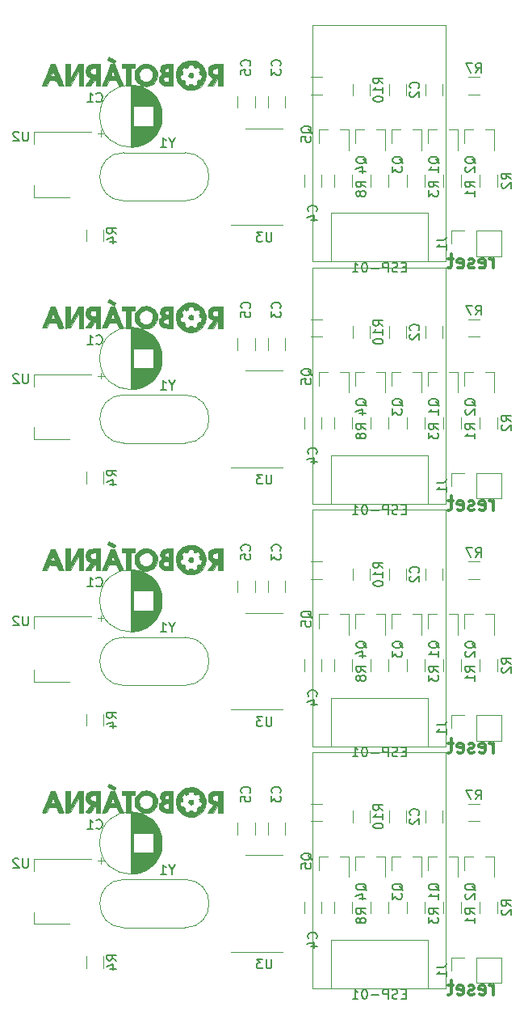
<source format=gbr>
G04 #@! TF.GenerationSoftware,KiCad,Pcbnew,(5.1.6)-1*
G04 #@! TF.CreationDate,2020-06-14T15:38:25+02:00*
G04 #@! TF.ProjectId,panel1,70616e65-6c31-42e6-9b69-6361645f7063,rev?*
G04 #@! TF.SameCoordinates,Original*
G04 #@! TF.FileFunction,Legend,Bot*
G04 #@! TF.FilePolarity,Positive*
%FSLAX46Y46*%
G04 Gerber Fmt 4.6, Leading zero omitted, Abs format (unit mm)*
G04 Created by KiCad (PCBNEW (5.1.6)-1) date 2020-06-14 15:38:25*
%MOMM*%
%LPD*%
G01*
G04 APERTURE LIST*
%ADD10C,0.300000*%
%ADD11C,0.120000*%
%ADD12C,0.010000*%
%ADD13C,0.150000*%
G04 APERTURE END LIST*
D10*
X101925667Y-148355767D02*
X101925667Y-147355767D01*
X101925667Y-147641481D02*
X101859001Y-147498624D01*
X101792334Y-147427196D01*
X101659001Y-147355767D01*
X101525667Y-147355767D01*
X100525667Y-148284338D02*
X100659001Y-148355767D01*
X100925667Y-148355767D01*
X101059001Y-148284338D01*
X101125667Y-148141481D01*
X101125667Y-147570053D01*
X101059001Y-147427196D01*
X100925667Y-147355767D01*
X100659001Y-147355767D01*
X100525667Y-147427196D01*
X100459001Y-147570053D01*
X100459001Y-147712910D01*
X101125667Y-147855767D01*
X99925667Y-148284338D02*
X99792334Y-148355767D01*
X99525667Y-148355767D01*
X99392334Y-148284338D01*
X99325667Y-148141481D01*
X99325667Y-148070053D01*
X99392334Y-147927196D01*
X99525667Y-147855767D01*
X99725667Y-147855767D01*
X99859001Y-147784338D01*
X99925667Y-147641481D01*
X99925667Y-147570053D01*
X99859001Y-147427196D01*
X99725667Y-147355767D01*
X99525667Y-147355767D01*
X99392334Y-147427196D01*
X98192334Y-148284338D02*
X98325667Y-148355767D01*
X98592334Y-148355767D01*
X98725667Y-148284338D01*
X98792334Y-148141481D01*
X98792334Y-147570053D01*
X98725667Y-147427196D01*
X98592334Y-147355767D01*
X98325667Y-147355767D01*
X98192334Y-147427196D01*
X98125667Y-147570053D01*
X98125667Y-147712910D01*
X98792334Y-147855767D01*
X97725667Y-147355767D02*
X97192334Y-147355767D01*
X97525667Y-146855767D02*
X97525667Y-148141481D01*
X97459001Y-148284338D01*
X97325667Y-148355767D01*
X97192334Y-148355767D01*
X101925667Y-122993702D02*
X101925667Y-121993702D01*
X101925667Y-122279416D02*
X101859001Y-122136559D01*
X101792334Y-122065131D01*
X101659001Y-121993702D01*
X101525667Y-121993702D01*
X100525667Y-122922273D02*
X100659001Y-122993702D01*
X100925667Y-122993702D01*
X101059001Y-122922273D01*
X101125667Y-122779416D01*
X101125667Y-122207988D01*
X101059001Y-122065131D01*
X100925667Y-121993702D01*
X100659001Y-121993702D01*
X100525667Y-122065131D01*
X100459001Y-122207988D01*
X100459001Y-122350845D01*
X101125667Y-122493702D01*
X99925667Y-122922273D02*
X99792334Y-122993702D01*
X99525667Y-122993702D01*
X99392334Y-122922273D01*
X99325667Y-122779416D01*
X99325667Y-122707988D01*
X99392334Y-122565131D01*
X99525667Y-122493702D01*
X99725667Y-122493702D01*
X99859001Y-122422273D01*
X99925667Y-122279416D01*
X99925667Y-122207988D01*
X99859001Y-122065131D01*
X99725667Y-121993702D01*
X99525667Y-121993702D01*
X99392334Y-122065131D01*
X98192334Y-122922273D02*
X98325667Y-122993702D01*
X98592334Y-122993702D01*
X98725667Y-122922273D01*
X98792334Y-122779416D01*
X98792334Y-122207988D01*
X98725667Y-122065131D01*
X98592334Y-121993702D01*
X98325667Y-121993702D01*
X98192334Y-122065131D01*
X98125667Y-122207988D01*
X98125667Y-122350845D01*
X98792334Y-122493702D01*
X97725667Y-121993702D02*
X97192334Y-121993702D01*
X97525667Y-121493702D02*
X97525667Y-122779416D01*
X97459001Y-122922273D01*
X97325667Y-122993702D01*
X97192334Y-122993702D01*
X101925667Y-97631637D02*
X101925667Y-96631637D01*
X101925667Y-96917351D02*
X101859001Y-96774494D01*
X101792334Y-96703066D01*
X101659001Y-96631637D01*
X101525667Y-96631637D01*
X100525667Y-97560208D02*
X100659001Y-97631637D01*
X100925667Y-97631637D01*
X101059001Y-97560208D01*
X101125667Y-97417351D01*
X101125667Y-96845923D01*
X101059001Y-96703066D01*
X100925667Y-96631637D01*
X100659001Y-96631637D01*
X100525667Y-96703066D01*
X100459001Y-96845923D01*
X100459001Y-96988780D01*
X101125667Y-97131637D01*
X99925667Y-97560208D02*
X99792334Y-97631637D01*
X99525667Y-97631637D01*
X99392334Y-97560208D01*
X99325667Y-97417351D01*
X99325667Y-97345923D01*
X99392334Y-97203066D01*
X99525667Y-97131637D01*
X99725667Y-97131637D01*
X99859001Y-97060208D01*
X99925667Y-96917351D01*
X99925667Y-96845923D01*
X99859001Y-96703066D01*
X99725667Y-96631637D01*
X99525667Y-96631637D01*
X99392334Y-96703066D01*
X98192334Y-97560208D02*
X98325667Y-97631637D01*
X98592334Y-97631637D01*
X98725667Y-97560208D01*
X98792334Y-97417351D01*
X98792334Y-96845923D01*
X98725667Y-96703066D01*
X98592334Y-96631637D01*
X98325667Y-96631637D01*
X98192334Y-96703066D01*
X98125667Y-96845923D01*
X98125667Y-96988780D01*
X98792334Y-97131637D01*
X97725667Y-96631637D02*
X97192334Y-96631637D01*
X97525667Y-96131637D02*
X97525667Y-97417351D01*
X97459001Y-97560208D01*
X97325667Y-97631637D01*
X97192334Y-97631637D01*
X101925667Y-72269572D02*
X101925667Y-71269572D01*
X101925667Y-71555286D02*
X101859001Y-71412429D01*
X101792334Y-71341001D01*
X101659001Y-71269572D01*
X101525667Y-71269572D01*
X100525667Y-72198143D02*
X100659001Y-72269572D01*
X100925667Y-72269572D01*
X101059001Y-72198143D01*
X101125667Y-72055286D01*
X101125667Y-71483858D01*
X101059001Y-71341001D01*
X100925667Y-71269572D01*
X100659001Y-71269572D01*
X100525667Y-71341001D01*
X100459001Y-71483858D01*
X100459001Y-71626715D01*
X101125667Y-71769572D01*
X99925667Y-72198143D02*
X99792334Y-72269572D01*
X99525667Y-72269572D01*
X99392334Y-72198143D01*
X99325667Y-72055286D01*
X99325667Y-71983858D01*
X99392334Y-71841001D01*
X99525667Y-71769572D01*
X99725667Y-71769572D01*
X99859001Y-71698143D01*
X99925667Y-71555286D01*
X99925667Y-71483858D01*
X99859001Y-71341001D01*
X99725667Y-71269572D01*
X99525667Y-71269572D01*
X99392334Y-71341001D01*
X98192334Y-72198143D02*
X98325667Y-72269572D01*
X98592334Y-72269572D01*
X98725667Y-72198143D01*
X98792334Y-72055286D01*
X98792334Y-71483858D01*
X98725667Y-71341001D01*
X98592334Y-71269572D01*
X98325667Y-71269572D01*
X98192334Y-71341001D01*
X98125667Y-71483858D01*
X98125667Y-71626715D01*
X98792334Y-71769572D01*
X97725667Y-71269572D02*
X97192334Y-71269572D01*
X97525667Y-70769572D02*
X97525667Y-72055286D01*
X97459001Y-72198143D01*
X97325667Y-72269572D01*
X97192334Y-72269572D01*
D11*
X102766001Y-144442196D02*
X102766001Y-147102196D01*
X100166001Y-144442196D02*
X102766001Y-144442196D01*
X100166001Y-147102196D02*
X102766001Y-147102196D01*
X100166001Y-144442196D02*
X100166001Y-147102196D01*
X98896001Y-144442196D02*
X97566001Y-144442196D01*
X97566001Y-144442196D02*
X97566001Y-145772196D01*
X69611001Y-136262196D02*
X63211001Y-136262196D01*
X69611001Y-141312196D02*
X63211001Y-141312196D01*
X63211001Y-141312196D02*
G75*
G02*
X63211001Y-136262196I0J2525000D01*
G01*
X69611001Y-141312196D02*
G75*
G03*
X69611001Y-136262196I0J2525000D01*
G01*
X77876001Y-133727196D02*
X79826001Y-133727196D01*
X77876001Y-133727196D02*
X75926001Y-133727196D01*
X77876001Y-143847196D02*
X79826001Y-143847196D01*
X77876001Y-143847196D02*
X74426001Y-143847196D01*
X89011001Y-130281760D02*
X89011001Y-129077632D01*
X87191001Y-130281760D02*
X87191001Y-129077632D01*
X83661001Y-133852196D02*
X84591001Y-133852196D01*
X86821001Y-133852196D02*
X85891001Y-133852196D01*
X86821001Y-133852196D02*
X86821001Y-136012196D01*
X83661001Y-133852196D02*
X83661001Y-135312196D01*
X87471001Y-133852196D02*
X88401001Y-133852196D01*
X90631001Y-133852196D02*
X89701001Y-133852196D01*
X90631001Y-133852196D02*
X90631001Y-136012196D01*
X87471001Y-133852196D02*
X87471001Y-135312196D01*
X76946001Y-131551760D02*
X76946001Y-130347632D01*
X75126001Y-131551760D02*
X75126001Y-130347632D01*
X80121001Y-131551760D02*
X80121001Y-130347632D01*
X78301001Y-131551760D02*
X78301001Y-130347632D01*
X83931001Y-139806760D02*
X83931001Y-138602632D01*
X82111001Y-139806760D02*
X82111001Y-138602632D01*
X92821001Y-130281760D02*
X92821001Y-129077632D01*
X91001001Y-130281760D02*
X91001001Y-129077632D01*
D12*
G36*
X69938376Y-126631741D02*
G01*
X69668476Y-126710271D01*
X69423980Y-126829952D01*
X69208357Y-126986598D01*
X69025076Y-127176026D01*
X68877603Y-127394051D01*
X68769407Y-127636488D01*
X68703957Y-127899155D01*
X68684471Y-128144596D01*
X68692340Y-128347960D01*
X68720369Y-128524810D01*
X68773398Y-128697067D01*
X68841533Y-128855796D01*
X68944961Y-129030256D01*
X69085400Y-129202687D01*
X69250194Y-129360381D01*
X69426687Y-129490633D01*
X69533601Y-129550652D01*
X69799983Y-129653568D01*
X70075734Y-129707352D01*
X70356318Y-129711440D01*
X70575001Y-129679898D01*
X70832136Y-129599977D01*
X71065579Y-129478731D01*
X71272170Y-129321301D01*
X71448745Y-129132828D01*
X71592143Y-128918456D01*
X71699199Y-128683325D01*
X71766753Y-128432577D01*
X71781678Y-128275920D01*
X71362716Y-128275920D01*
X71344911Y-128374111D01*
X71335540Y-128411296D01*
X71305432Y-128521333D01*
X71279813Y-128590496D01*
X71251131Y-128627263D01*
X71211830Y-128640112D01*
X71154357Y-128637520D01*
X71135850Y-128635403D01*
X71062991Y-128629427D01*
X71016271Y-128639439D01*
X70975173Y-128674392D01*
X70935236Y-128722944D01*
X70888549Y-128784692D01*
X70869322Y-128827823D01*
X70873292Y-128873394D01*
X70892760Y-128932729D01*
X70914670Y-129010646D01*
X70912144Y-129058515D01*
X70902156Y-129075365D01*
X70864630Y-129104040D01*
X70796318Y-129144029D01*
X70712784Y-129187528D01*
X70629596Y-129226730D01*
X70562318Y-129253830D01*
X70530870Y-129261546D01*
X70499772Y-129242119D01*
X70456787Y-129192124D01*
X70435301Y-129160596D01*
X70394354Y-129101014D01*
X70356568Y-129070911D01*
X70302444Y-129060256D01*
X70237779Y-129058996D01*
X70158117Y-129061468D01*
X70109889Y-129075620D01*
X70073750Y-129111550D01*
X70041248Y-129161622D01*
X69997752Y-129224478D01*
X69961747Y-129250860D01*
X69919352Y-129250379D01*
X69914601Y-129249312D01*
X69856335Y-129229716D01*
X69778353Y-129196288D01*
X69695711Y-129156449D01*
X69623463Y-129117621D01*
X69576665Y-129087223D01*
X69568049Y-129078486D01*
X69566220Y-129043279D01*
X69576323Y-128977465D01*
X69586201Y-128934553D01*
X69603116Y-128859015D01*
X69601585Y-128809142D01*
X69577078Y-128761746D01*
X69543849Y-128717651D01*
X69498040Y-128662844D01*
X69459316Y-128636755D01*
X69407576Y-128631629D01*
X69337500Y-128638057D01*
X69204898Y-128652863D01*
X69167768Y-128519379D01*
X69142636Y-128420001D01*
X69121501Y-128321149D01*
X69114914Y-128283433D01*
X69099190Y-128180970D01*
X69223469Y-128136280D01*
X69297891Y-128106179D01*
X69339096Y-128073913D01*
X69362545Y-128022778D01*
X69375463Y-127972043D01*
X69389996Y-127899676D01*
X69386651Y-127852455D01*
X69359092Y-127808784D01*
X69313143Y-127759609D01*
X69223108Y-127666723D01*
X69299619Y-127556409D01*
X69361552Y-127474905D01*
X69428527Y-127397993D01*
X69453351Y-127372944D01*
X69530572Y-127299793D01*
X69642448Y-127365357D01*
X69754323Y-127430920D01*
X69858611Y-127379322D01*
X69924357Y-127341550D01*
X69958731Y-127299907D01*
X69976519Y-127233729D01*
X69980376Y-127209110D01*
X69996356Y-127134831D01*
X70016737Y-127083025D01*
X70026077Y-127071834D01*
X70070508Y-127059788D01*
X70147521Y-127053583D01*
X70241208Y-127052823D01*
X70335661Y-127057109D01*
X70414974Y-127066046D01*
X70463238Y-127079236D01*
X70468322Y-127082876D01*
X70487735Y-127126306D01*
X70498209Y-127196490D01*
X70498801Y-127217514D01*
X70502276Y-127281326D01*
X70520752Y-127321053D01*
X70566312Y-127353518D01*
X70613682Y-127377486D01*
X70728563Y-127433300D01*
X70831605Y-127368252D01*
X70896791Y-127330171D01*
X70938509Y-127318478D01*
X70974636Y-127330038D01*
X70991223Y-127340273D01*
X71034735Y-127380146D01*
X71092382Y-127447562D01*
X71146137Y-127520128D01*
X71244477Y-127662913D01*
X71161724Y-127748293D01*
X71111181Y-127805751D01*
X71090544Y-127853889D01*
X71091872Y-127917271D01*
X71096447Y-127950216D01*
X71113626Y-128033228D01*
X71142949Y-128084197D01*
X71197938Y-128118416D01*
X71267151Y-128143255D01*
X71326410Y-128170577D01*
X71357407Y-128211437D01*
X71362716Y-128275920D01*
X71781678Y-128275920D01*
X71791641Y-128171354D01*
X71770701Y-127904798D01*
X71744113Y-127779076D01*
X71652466Y-127516746D01*
X71521255Y-127281264D01*
X71355273Y-127075676D01*
X71159313Y-126903027D01*
X70938170Y-126766364D01*
X70696636Y-126668733D01*
X70439506Y-126613178D01*
X70171573Y-126602747D01*
X69938376Y-126631741D01*
G37*
X69938376Y-126631741D02*
X69668476Y-126710271D01*
X69423980Y-126829952D01*
X69208357Y-126986598D01*
X69025076Y-127176026D01*
X68877603Y-127394051D01*
X68769407Y-127636488D01*
X68703957Y-127899155D01*
X68684471Y-128144596D01*
X68692340Y-128347960D01*
X68720369Y-128524810D01*
X68773398Y-128697067D01*
X68841533Y-128855796D01*
X68944961Y-129030256D01*
X69085400Y-129202687D01*
X69250194Y-129360381D01*
X69426687Y-129490633D01*
X69533601Y-129550652D01*
X69799983Y-129653568D01*
X70075734Y-129707352D01*
X70356318Y-129711440D01*
X70575001Y-129679898D01*
X70832136Y-129599977D01*
X71065579Y-129478731D01*
X71272170Y-129321301D01*
X71448745Y-129132828D01*
X71592143Y-128918456D01*
X71699199Y-128683325D01*
X71766753Y-128432577D01*
X71781678Y-128275920D01*
X71362716Y-128275920D01*
X71344911Y-128374111D01*
X71335540Y-128411296D01*
X71305432Y-128521333D01*
X71279813Y-128590496D01*
X71251131Y-128627263D01*
X71211830Y-128640112D01*
X71154357Y-128637520D01*
X71135850Y-128635403D01*
X71062991Y-128629427D01*
X71016271Y-128639439D01*
X70975173Y-128674392D01*
X70935236Y-128722944D01*
X70888549Y-128784692D01*
X70869322Y-128827823D01*
X70873292Y-128873394D01*
X70892760Y-128932729D01*
X70914670Y-129010646D01*
X70912144Y-129058515D01*
X70902156Y-129075365D01*
X70864630Y-129104040D01*
X70796318Y-129144029D01*
X70712784Y-129187528D01*
X70629596Y-129226730D01*
X70562318Y-129253830D01*
X70530870Y-129261546D01*
X70499772Y-129242119D01*
X70456787Y-129192124D01*
X70435301Y-129160596D01*
X70394354Y-129101014D01*
X70356568Y-129070911D01*
X70302444Y-129060256D01*
X70237779Y-129058996D01*
X70158117Y-129061468D01*
X70109889Y-129075620D01*
X70073750Y-129111550D01*
X70041248Y-129161622D01*
X69997752Y-129224478D01*
X69961747Y-129250860D01*
X69919352Y-129250379D01*
X69914601Y-129249312D01*
X69856335Y-129229716D01*
X69778353Y-129196288D01*
X69695711Y-129156449D01*
X69623463Y-129117621D01*
X69576665Y-129087223D01*
X69568049Y-129078486D01*
X69566220Y-129043279D01*
X69576323Y-128977465D01*
X69586201Y-128934553D01*
X69603116Y-128859015D01*
X69601585Y-128809142D01*
X69577078Y-128761746D01*
X69543849Y-128717651D01*
X69498040Y-128662844D01*
X69459316Y-128636755D01*
X69407576Y-128631629D01*
X69337500Y-128638057D01*
X69204898Y-128652863D01*
X69167768Y-128519379D01*
X69142636Y-128420001D01*
X69121501Y-128321149D01*
X69114914Y-128283433D01*
X69099190Y-128180970D01*
X69223469Y-128136280D01*
X69297891Y-128106179D01*
X69339096Y-128073913D01*
X69362545Y-128022778D01*
X69375463Y-127972043D01*
X69389996Y-127899676D01*
X69386651Y-127852455D01*
X69359092Y-127808784D01*
X69313143Y-127759609D01*
X69223108Y-127666723D01*
X69299619Y-127556409D01*
X69361552Y-127474905D01*
X69428527Y-127397993D01*
X69453351Y-127372944D01*
X69530572Y-127299793D01*
X69642448Y-127365357D01*
X69754323Y-127430920D01*
X69858611Y-127379322D01*
X69924357Y-127341550D01*
X69958731Y-127299907D01*
X69976519Y-127233729D01*
X69980376Y-127209110D01*
X69996356Y-127134831D01*
X70016737Y-127083025D01*
X70026077Y-127071834D01*
X70070508Y-127059788D01*
X70147521Y-127053583D01*
X70241208Y-127052823D01*
X70335661Y-127057109D01*
X70414974Y-127066046D01*
X70463238Y-127079236D01*
X70468322Y-127082876D01*
X70487735Y-127126306D01*
X70498209Y-127196490D01*
X70498801Y-127217514D01*
X70502276Y-127281326D01*
X70520752Y-127321053D01*
X70566312Y-127353518D01*
X70613682Y-127377486D01*
X70728563Y-127433300D01*
X70831605Y-127368252D01*
X70896791Y-127330171D01*
X70938509Y-127318478D01*
X70974636Y-127330038D01*
X70991223Y-127340273D01*
X71034735Y-127380146D01*
X71092382Y-127447562D01*
X71146137Y-127520128D01*
X71244477Y-127662913D01*
X71161724Y-127748293D01*
X71111181Y-127805751D01*
X71090544Y-127853889D01*
X71091872Y-127917271D01*
X71096447Y-127950216D01*
X71113626Y-128033228D01*
X71142949Y-128084197D01*
X71197938Y-128118416D01*
X71267151Y-128143255D01*
X71326410Y-128170577D01*
X71357407Y-128211437D01*
X71362716Y-128275920D01*
X71781678Y-128275920D01*
X71791641Y-128171354D01*
X71770701Y-127904798D01*
X71744113Y-127779076D01*
X71652466Y-127516746D01*
X71521255Y-127281264D01*
X71355273Y-127075676D01*
X71159313Y-126903027D01*
X70938170Y-126766364D01*
X70696636Y-126668733D01*
X70439506Y-126613178D01*
X70171573Y-126602747D01*
X69938376Y-126631741D01*
G36*
X65319968Y-126978482D02*
G01*
X65112200Y-127034082D01*
X64917730Y-127125530D01*
X64742353Y-127251264D01*
X64591860Y-127409723D01*
X64472044Y-127599345D01*
X64388700Y-127818570D01*
X64387433Y-127823290D01*
X64353595Y-128038249D01*
X64358938Y-128266151D01*
X64401370Y-128491376D01*
X64478798Y-128698304D01*
X64513244Y-128762605D01*
X64625120Y-128911541D01*
X64774401Y-129049192D01*
X64947723Y-129165983D01*
X65131718Y-129252337D01*
X65243841Y-129286058D01*
X65373916Y-129304413D01*
X65528476Y-129309054D01*
X65684053Y-129300426D01*
X65817177Y-129278975D01*
X65833042Y-129274876D01*
X66063596Y-129186944D01*
X66265078Y-129060387D01*
X66433841Y-128899937D01*
X66566236Y-128710327D01*
X66658616Y-128496289D01*
X66707333Y-128262554D01*
X66714201Y-128131895D01*
X66713344Y-128123098D01*
X66262381Y-128123098D01*
X66238877Y-128325823D01*
X66171934Y-128502702D01*
X66063024Y-128651632D01*
X65913620Y-128770508D01*
X65756554Y-128846103D01*
X65623859Y-128874314D01*
X65469800Y-128874043D01*
X65313769Y-128847128D01*
X65175163Y-128795405D01*
X65165054Y-128790058D01*
X65013175Y-128680728D01*
X64901103Y-128540474D01*
X64829987Y-128371329D01*
X64800976Y-128175325D01*
X64800332Y-128144596D01*
X64803657Y-128028035D01*
X64818492Y-127938084D01*
X64849689Y-127850994D01*
X64868731Y-127809776D01*
X64971294Y-127650617D01*
X65103760Y-127527475D01*
X65258448Y-127442194D01*
X65427674Y-127396615D01*
X65603757Y-127392582D01*
X65779014Y-127431937D01*
X65945762Y-127516522D01*
X65982264Y-127542691D01*
X66097582Y-127659367D01*
X66187680Y-127808044D01*
X66245019Y-127973103D01*
X66262381Y-128123098D01*
X66713344Y-128123098D01*
X66690478Y-127888648D01*
X66619671Y-127664286D01*
X66502324Y-127460084D01*
X66355538Y-127292841D01*
X66168170Y-127145783D01*
X65965136Y-127042380D01*
X65752229Y-126981069D01*
X65535242Y-126960290D01*
X65319968Y-126978482D01*
G37*
X65319968Y-126978482D02*
X65112200Y-127034082D01*
X64917730Y-127125530D01*
X64742353Y-127251264D01*
X64591860Y-127409723D01*
X64472044Y-127599345D01*
X64388700Y-127818570D01*
X64387433Y-127823290D01*
X64353595Y-128038249D01*
X64358938Y-128266151D01*
X64401370Y-128491376D01*
X64478798Y-128698304D01*
X64513244Y-128762605D01*
X64625120Y-128911541D01*
X64774401Y-129049192D01*
X64947723Y-129165983D01*
X65131718Y-129252337D01*
X65243841Y-129286058D01*
X65373916Y-129304413D01*
X65528476Y-129309054D01*
X65684053Y-129300426D01*
X65817177Y-129278975D01*
X65833042Y-129274876D01*
X66063596Y-129186944D01*
X66265078Y-129060387D01*
X66433841Y-128899937D01*
X66566236Y-128710327D01*
X66658616Y-128496289D01*
X66707333Y-128262554D01*
X66714201Y-128131895D01*
X66713344Y-128123098D01*
X66262381Y-128123098D01*
X66238877Y-128325823D01*
X66171934Y-128502702D01*
X66063024Y-128651632D01*
X65913620Y-128770508D01*
X65756554Y-128846103D01*
X65623859Y-128874314D01*
X65469800Y-128874043D01*
X65313769Y-128847128D01*
X65175163Y-128795405D01*
X65165054Y-128790058D01*
X65013175Y-128680728D01*
X64901103Y-128540474D01*
X64829987Y-128371329D01*
X64800976Y-128175325D01*
X64800332Y-128144596D01*
X64803657Y-128028035D01*
X64818492Y-127938084D01*
X64849689Y-127850994D01*
X64868731Y-127809776D01*
X64971294Y-127650617D01*
X65103760Y-127527475D01*
X65258448Y-127442194D01*
X65427674Y-127396615D01*
X65603757Y-127392582D01*
X65779014Y-127431937D01*
X65945762Y-127516522D01*
X65982264Y-127542691D01*
X66097582Y-127659367D01*
X66187680Y-127808044D01*
X66245019Y-127973103D01*
X66262381Y-128123098D01*
X66713344Y-128123098D01*
X66690478Y-127888648D01*
X66619671Y-127664286D01*
X66502324Y-127460084D01*
X66355538Y-127292841D01*
X66168170Y-127145783D01*
X65965136Y-127042380D01*
X65752229Y-126981069D01*
X65535242Y-126960290D01*
X65319968Y-126978482D01*
G36*
X72889429Y-127003581D02*
G01*
X72726918Y-127010563D01*
X72598266Y-127024083D01*
X72495061Y-127045681D01*
X72408894Y-127076896D01*
X72331351Y-127119270D01*
X72287308Y-127149354D01*
X72177804Y-127258054D01*
X72094096Y-127401771D01*
X72042271Y-127568703D01*
X72031181Y-127645994D01*
X72033209Y-127848957D01*
X72078493Y-128027052D01*
X72165699Y-128178070D01*
X72293495Y-128299801D01*
X72460546Y-128390037D01*
X72486351Y-128399801D01*
X72546222Y-128424598D01*
X72578976Y-128444344D01*
X72581099Y-128448148D01*
X72566632Y-128472298D01*
X72526970Y-128530070D01*
X72467186Y-128614289D01*
X72392351Y-128717779D01*
X72337812Y-128792296D01*
X72251208Y-128910149D01*
X72171558Y-129018665D01*
X72105371Y-129108966D01*
X72059157Y-129172173D01*
X72044485Y-129192346D01*
X71993942Y-129262196D01*
X72548766Y-129262196D01*
X72825534Y-128857662D01*
X73102301Y-128453129D01*
X73109281Y-128857662D01*
X73116260Y-129262196D01*
X73546801Y-129262196D01*
X73546801Y-127433396D01*
X73115001Y-127433396D01*
X73115001Y-128068396D01*
X72930851Y-128067838D01*
X72770761Y-128056467D01*
X72648270Y-128022495D01*
X72640801Y-128019197D01*
X72554808Y-127969225D01*
X72504964Y-127907010D01*
X72483096Y-127818639D01*
X72480001Y-127745517D01*
X72494976Y-127627462D01*
X72542247Y-127539705D01*
X72625341Y-127479767D01*
X72747782Y-127445167D01*
X72913095Y-127433427D01*
X72923686Y-127433396D01*
X73115001Y-127433396D01*
X73546801Y-127433396D01*
X73546801Y-127001596D01*
X73094212Y-127001595D01*
X72889429Y-127003581D01*
G37*
X72889429Y-127003581D02*
X72726918Y-127010563D01*
X72598266Y-127024083D01*
X72495061Y-127045681D01*
X72408894Y-127076896D01*
X72331351Y-127119270D01*
X72287308Y-127149354D01*
X72177804Y-127258054D01*
X72094096Y-127401771D01*
X72042271Y-127568703D01*
X72031181Y-127645994D01*
X72033209Y-127848957D01*
X72078493Y-128027052D01*
X72165699Y-128178070D01*
X72293495Y-128299801D01*
X72460546Y-128390037D01*
X72486351Y-128399801D01*
X72546222Y-128424598D01*
X72578976Y-128444344D01*
X72581099Y-128448148D01*
X72566632Y-128472298D01*
X72526970Y-128530070D01*
X72467186Y-128614289D01*
X72392351Y-128717779D01*
X72337812Y-128792296D01*
X72251208Y-128910149D01*
X72171558Y-129018665D01*
X72105371Y-129108966D01*
X72059157Y-129172173D01*
X72044485Y-129192346D01*
X71993942Y-129262196D01*
X72548766Y-129262196D01*
X72825534Y-128857662D01*
X73102301Y-128453129D01*
X73109281Y-128857662D01*
X73116260Y-129262196D01*
X73546801Y-129262196D01*
X73546801Y-127433396D01*
X73115001Y-127433396D01*
X73115001Y-128068396D01*
X72930851Y-128067838D01*
X72770761Y-128056467D01*
X72648270Y-128022495D01*
X72640801Y-128019197D01*
X72554808Y-127969225D01*
X72504964Y-127907010D01*
X72483096Y-127818639D01*
X72480001Y-127745517D01*
X72494976Y-127627462D01*
X72542247Y-127539705D01*
X72625341Y-127479767D01*
X72747782Y-127445167D01*
X72913095Y-127433427D01*
X72923686Y-127433396D01*
X73115001Y-127433396D01*
X73546801Y-127433396D01*
X73546801Y-127001596D01*
X73094212Y-127001595D01*
X72889429Y-127003581D01*
G36*
X67977851Y-127002216D02*
G01*
X67832241Y-127004156D01*
X67695154Y-127009066D01*
X67579072Y-127016282D01*
X67496480Y-127025142D01*
X67476201Y-127028864D01*
X67312833Y-127089572D01*
X67182308Y-127187536D01*
X67088325Y-127318492D01*
X67034584Y-127478175D01*
X67025214Y-127548751D01*
X67026202Y-127706819D01*
X67059504Y-127832231D01*
X67127932Y-127933682D01*
X67159470Y-127964063D01*
X67210271Y-128011128D01*
X67225742Y-128036633D01*
X67210016Y-128051007D01*
X67195882Y-128055987D01*
X67114378Y-128100568D01*
X67030066Y-128176470D01*
X66959358Y-128267992D01*
X66941688Y-128299179D01*
X66911972Y-128376949D01*
X66896568Y-128473057D01*
X66892717Y-128594434D01*
X66908064Y-128771276D01*
X66955187Y-128914292D01*
X67037843Y-129032031D01*
X67115534Y-129101461D01*
X67196098Y-129155930D01*
X67282011Y-129197092D01*
X67381694Y-129226608D01*
X67503569Y-129246136D01*
X67656060Y-129257339D01*
X67847590Y-129261874D01*
X67930961Y-129262196D01*
X68365201Y-129262196D01*
X68365201Y-128862323D01*
X67933401Y-128862323D01*
X67733741Y-128850764D01*
X67582604Y-128833911D01*
X67475016Y-128802787D01*
X67447991Y-128789102D01*
X67372149Y-128719272D01*
X67333835Y-128628890D01*
X67332659Y-128531215D01*
X67368233Y-128439501D01*
X67440167Y-128367007D01*
X67460729Y-128355009D01*
X67526660Y-128332708D01*
X67624078Y-128313910D01*
X67733673Y-128302318D01*
X67736551Y-128302143D01*
X67933401Y-128290468D01*
X67933401Y-128862323D01*
X68365201Y-128862323D01*
X68365201Y-127865196D01*
X67933401Y-127865196D01*
X67800051Y-127865156D01*
X67694598Y-127855298D01*
X67599970Y-127829901D01*
X67579314Y-127820706D01*
X67498911Y-127757618D01*
X67462519Y-127676685D01*
X67473241Y-127585850D01*
X67480735Y-127568388D01*
X67534789Y-127496982D01*
X67618790Y-127453545D01*
X67739816Y-127434970D01*
X67787351Y-127433770D01*
X67933401Y-127433396D01*
X67933401Y-127865196D01*
X68365201Y-127865196D01*
X68365201Y-127001596D01*
X67977851Y-127002216D01*
G37*
X67977851Y-127002216D02*
X67832241Y-127004156D01*
X67695154Y-127009066D01*
X67579072Y-127016282D01*
X67496480Y-127025142D01*
X67476201Y-127028864D01*
X67312833Y-127089572D01*
X67182308Y-127187536D01*
X67088325Y-127318492D01*
X67034584Y-127478175D01*
X67025214Y-127548751D01*
X67026202Y-127706819D01*
X67059504Y-127832231D01*
X67127932Y-127933682D01*
X67159470Y-127964063D01*
X67210271Y-128011128D01*
X67225742Y-128036633D01*
X67210016Y-128051007D01*
X67195882Y-128055987D01*
X67114378Y-128100568D01*
X67030066Y-128176470D01*
X66959358Y-128267992D01*
X66941688Y-128299179D01*
X66911972Y-128376949D01*
X66896568Y-128473057D01*
X66892717Y-128594434D01*
X66908064Y-128771276D01*
X66955187Y-128914292D01*
X67037843Y-129032031D01*
X67115534Y-129101461D01*
X67196098Y-129155930D01*
X67282011Y-129197092D01*
X67381694Y-129226608D01*
X67503569Y-129246136D01*
X67656060Y-129257339D01*
X67847590Y-129261874D01*
X67930961Y-129262196D01*
X68365201Y-129262196D01*
X68365201Y-128862323D01*
X67933401Y-128862323D01*
X67733741Y-128850764D01*
X67582604Y-128833911D01*
X67475016Y-128802787D01*
X67447991Y-128789102D01*
X67372149Y-128719272D01*
X67333835Y-128628890D01*
X67332659Y-128531215D01*
X67368233Y-128439501D01*
X67440167Y-128367007D01*
X67460729Y-128355009D01*
X67526660Y-128332708D01*
X67624078Y-128313910D01*
X67733673Y-128302318D01*
X67736551Y-128302143D01*
X67933401Y-128290468D01*
X67933401Y-128862323D01*
X68365201Y-128862323D01*
X68365201Y-127865196D01*
X67933401Y-127865196D01*
X67800051Y-127865156D01*
X67694598Y-127855298D01*
X67599970Y-127829901D01*
X67579314Y-127820706D01*
X67498911Y-127757618D01*
X67462519Y-127676685D01*
X67473241Y-127585850D01*
X67480735Y-127568388D01*
X67534789Y-127496982D01*
X67618790Y-127453545D01*
X67739816Y-127434970D01*
X67787351Y-127433770D01*
X67933401Y-127433396D01*
X67933401Y-127865196D01*
X68365201Y-127865196D01*
X68365201Y-127001596D01*
X67977851Y-127002216D01*
G36*
X63031201Y-127433396D02*
G01*
X63463001Y-127433396D01*
X63463001Y-129262196D01*
X63894801Y-129262196D01*
X63894801Y-127433396D01*
X64326601Y-127433396D01*
X64326601Y-127001596D01*
X63031201Y-127001596D01*
X63031201Y-127433396D01*
G37*
X63031201Y-127433396D02*
X63463001Y-127433396D01*
X63463001Y-129262196D01*
X63894801Y-129262196D01*
X63894801Y-127433396D01*
X64326601Y-127433396D01*
X64326601Y-127001596D01*
X63031201Y-127001596D01*
X63031201Y-127433396D01*
G36*
X61391607Y-128131889D02*
G01*
X61297709Y-128355977D01*
X61210089Y-128565369D01*
X61130653Y-128755486D01*
X61061311Y-128921751D01*
X61003967Y-129059584D01*
X60960530Y-129164409D01*
X60932907Y-129231646D01*
X60923006Y-129256718D01*
X60923001Y-129256758D01*
X60946566Y-129259161D01*
X61009982Y-129259729D01*
X61102335Y-129258463D01*
X61169060Y-129256765D01*
X61415119Y-129249496D01*
X61641563Y-128703396D01*
X62434301Y-128704234D01*
X62549507Y-128976865D01*
X62664712Y-129249496D01*
X62911457Y-129256765D01*
X63016358Y-129259162D01*
X63099049Y-129259732D01*
X63148642Y-129258473D01*
X63157993Y-129256765D01*
X63148502Y-129232585D01*
X63121377Y-129166096D01*
X63078515Y-129061883D01*
X63021812Y-128924534D01*
X62953164Y-128758636D01*
X62874466Y-128568775D01*
X62787615Y-128359537D01*
X62751066Y-128271596D01*
X62266365Y-128271596D01*
X62051883Y-128271596D01*
X61954675Y-128269027D01*
X61880449Y-128262177D01*
X61840903Y-128252326D01*
X61837401Y-128248099D01*
X61845621Y-128214299D01*
X61867385Y-128145445D01*
X61898350Y-128053777D01*
X61934176Y-127951534D01*
X61970519Y-127850958D01*
X62003037Y-127764289D01*
X62027389Y-127703765D01*
X62038095Y-127682370D01*
X62051623Y-127698008D01*
X62077739Y-127753419D01*
X62112869Y-127840217D01*
X62153439Y-127950014D01*
X62159833Y-127968120D01*
X62266365Y-128271596D01*
X62751066Y-128271596D01*
X62694507Y-128135510D01*
X62693004Y-128131896D01*
X62228223Y-127014296D01*
X61860212Y-127014296D01*
X61391607Y-128131889D01*
G37*
X61391607Y-128131889D02*
X61297709Y-128355977D01*
X61210089Y-128565369D01*
X61130653Y-128755486D01*
X61061311Y-128921751D01*
X61003967Y-129059584D01*
X60960530Y-129164409D01*
X60932907Y-129231646D01*
X60923006Y-129256718D01*
X60923001Y-129256758D01*
X60946566Y-129259161D01*
X61009982Y-129259729D01*
X61102335Y-129258463D01*
X61169060Y-129256765D01*
X61415119Y-129249496D01*
X61641563Y-128703396D01*
X62434301Y-128704234D01*
X62549507Y-128976865D01*
X62664712Y-129249496D01*
X62911457Y-129256765D01*
X63016358Y-129259162D01*
X63099049Y-129259732D01*
X63148642Y-129258473D01*
X63157993Y-129256765D01*
X63148502Y-129232585D01*
X63121377Y-129166096D01*
X63078515Y-129061883D01*
X63021812Y-128924534D01*
X62953164Y-128758636D01*
X62874466Y-128568775D01*
X62787615Y-128359537D01*
X62751066Y-128271596D01*
X62266365Y-128271596D01*
X62051883Y-128271596D01*
X61954675Y-128269027D01*
X61880449Y-128262177D01*
X61840903Y-128252326D01*
X61837401Y-128248099D01*
X61845621Y-128214299D01*
X61867385Y-128145445D01*
X61898350Y-128053777D01*
X61934176Y-127951534D01*
X61970519Y-127850958D01*
X62003037Y-127764289D01*
X62027389Y-127703765D01*
X62038095Y-127682370D01*
X62051623Y-127698008D01*
X62077739Y-127753419D01*
X62112869Y-127840217D01*
X62153439Y-127950014D01*
X62159833Y-127968120D01*
X62266365Y-128271596D01*
X62751066Y-128271596D01*
X62694507Y-128135510D01*
X62693004Y-128131896D01*
X62228223Y-127014296D01*
X61860212Y-127014296D01*
X61391607Y-128131889D01*
G36*
X60218151Y-127006166D02*
G01*
X60043638Y-127009477D01*
X59911346Y-127013400D01*
X59812700Y-127018863D01*
X59739121Y-127026798D01*
X59682033Y-127038134D01*
X59632860Y-127053803D01*
X59583023Y-127074735D01*
X59582047Y-127075175D01*
X59431604Y-127169078D01*
X59317116Y-127297282D01*
X59240250Y-127456604D01*
X59202676Y-127643860D01*
X59201340Y-127801588D01*
X59215441Y-127927382D01*
X59242771Y-128024940D01*
X59282413Y-128104881D01*
X59380728Y-128230322D01*
X59509465Y-128333664D01*
X59651121Y-128400990D01*
X59657100Y-128402824D01*
X59718323Y-128423720D01*
X59752214Y-128440247D01*
X59754601Y-128443476D01*
X59740235Y-128466497D01*
X59700206Y-128523887D01*
X59639120Y-128609219D01*
X59561585Y-128716064D01*
X59472204Y-128837994D01*
X59461733Y-128852206D01*
X59168865Y-129249496D01*
X59442683Y-129256947D01*
X59565240Y-129259445D01*
X59647070Y-129258068D01*
X59698181Y-129251453D01*
X59728583Y-129238238D01*
X59748288Y-129217060D01*
X59749580Y-129215163D01*
X59774657Y-129178206D01*
X59822827Y-129107529D01*
X59888492Y-129011336D01*
X59966052Y-128897828D01*
X60022630Y-128815089D01*
X60262601Y-128464250D01*
X60262601Y-129262196D01*
X60719801Y-129262196D01*
X60719801Y-127433396D01*
X60262601Y-127433396D01*
X60262601Y-128068396D01*
X60091151Y-128066962D01*
X59987571Y-128061611D01*
X59891360Y-128049149D01*
X59833181Y-128035212D01*
X59731649Y-127976116D01*
X59668308Y-127883707D01*
X59643587Y-127758656D01*
X59643232Y-127739343D01*
X59660757Y-127622003D01*
X59714788Y-127534290D01*
X59807510Y-127474688D01*
X59941108Y-127441681D01*
X60083986Y-127433396D01*
X60262601Y-127433396D01*
X60719801Y-127433396D01*
X60719801Y-126997782D01*
X60218151Y-127006166D01*
G37*
X60218151Y-127006166D02*
X60043638Y-127009477D01*
X59911346Y-127013400D01*
X59812700Y-127018863D01*
X59739121Y-127026798D01*
X59682033Y-127038134D01*
X59632860Y-127053803D01*
X59583023Y-127074735D01*
X59582047Y-127075175D01*
X59431604Y-127169078D01*
X59317116Y-127297282D01*
X59240250Y-127456604D01*
X59202676Y-127643860D01*
X59201340Y-127801588D01*
X59215441Y-127927382D01*
X59242771Y-128024940D01*
X59282413Y-128104881D01*
X59380728Y-128230322D01*
X59509465Y-128333664D01*
X59651121Y-128400990D01*
X59657100Y-128402824D01*
X59718323Y-128423720D01*
X59752214Y-128440247D01*
X59754601Y-128443476D01*
X59740235Y-128466497D01*
X59700206Y-128523887D01*
X59639120Y-128609219D01*
X59561585Y-128716064D01*
X59472204Y-128837994D01*
X59461733Y-128852206D01*
X59168865Y-129249496D01*
X59442683Y-129256947D01*
X59565240Y-129259445D01*
X59647070Y-129258068D01*
X59698181Y-129251453D01*
X59728583Y-129238238D01*
X59748288Y-129217060D01*
X59749580Y-129215163D01*
X59774657Y-129178206D01*
X59822827Y-129107529D01*
X59888492Y-129011336D01*
X59966052Y-128897828D01*
X60022630Y-128815089D01*
X60262601Y-128464250D01*
X60262601Y-129262196D01*
X60719801Y-129262196D01*
X60719801Y-127433396D01*
X60262601Y-127433396D01*
X60262601Y-128068396D01*
X60091151Y-128066962D01*
X59987571Y-128061611D01*
X59891360Y-128049149D01*
X59833181Y-128035212D01*
X59731649Y-127976116D01*
X59668308Y-127883707D01*
X59643587Y-127758656D01*
X59643232Y-127739343D01*
X59660757Y-127622003D01*
X59714788Y-127534290D01*
X59807510Y-127474688D01*
X59941108Y-127441681D01*
X60083986Y-127433396D01*
X60262601Y-127433396D01*
X60719801Y-127433396D01*
X60719801Y-126997782D01*
X60218151Y-127006166D01*
G36*
X57087601Y-129263973D02*
G01*
X57345886Y-129256734D01*
X57604170Y-129249496D01*
X58050736Y-128472730D01*
X58497301Y-127695965D01*
X58504013Y-128479080D01*
X58510725Y-129262196D01*
X58941801Y-129262196D01*
X58941801Y-127001596D01*
X58446501Y-127001996D01*
X57545527Y-128589096D01*
X57544801Y-127001596D01*
X57087601Y-127001596D01*
X57087601Y-129263973D01*
G37*
X57087601Y-129263973D02*
X57345886Y-129256734D01*
X57604170Y-129249496D01*
X58050736Y-128472730D01*
X58497301Y-127695965D01*
X58504013Y-128479080D01*
X58510725Y-129262196D01*
X58941801Y-129262196D01*
X58941801Y-127001596D01*
X58446501Y-127001996D01*
X57545527Y-128589096D01*
X57544801Y-127001596D01*
X57087601Y-127001596D01*
X57087601Y-129263973D01*
G36*
X55128338Y-128093796D02*
G01*
X55035284Y-128315541D01*
X54948022Y-128523893D01*
X54868582Y-128713974D01*
X54798995Y-128880905D01*
X54741292Y-129019810D01*
X54697504Y-129125810D01*
X54669661Y-129194027D01*
X54660039Y-129218690D01*
X54657097Y-129239485D01*
X54670602Y-129252247D01*
X54709218Y-129258404D01*
X54781604Y-129259386D01*
X54890844Y-129256790D01*
X55136508Y-129249496D01*
X55251323Y-128975815D01*
X55366139Y-128702135D01*
X55762383Y-128709115D01*
X56158628Y-128716096D01*
X56273865Y-128988726D01*
X56389101Y-129261357D01*
X56636123Y-129261776D01*
X56749318Y-129261581D01*
X56820256Y-129259091D01*
X56857481Y-129252147D01*
X56869534Y-129238590D01*
X56864960Y-129216263D01*
X56860644Y-129205046D01*
X56846440Y-129170336D01*
X56814740Y-129093737D01*
X56767620Y-128980238D01*
X56707156Y-128834830D01*
X56635423Y-128662501D01*
X56554497Y-128468241D01*
X56466454Y-128257040D01*
X56462537Y-128247647D01*
X55970001Y-128247647D01*
X55946562Y-128258519D01*
X55884058Y-128266813D01*
X55794207Y-128271216D01*
X55756316Y-128271596D01*
X55542631Y-128271596D01*
X55648366Y-127968239D01*
X55689228Y-127855657D01*
X55725321Y-127764816D01*
X55753068Y-127704121D01*
X55768891Y-127681976D01*
X55770006Y-127682489D01*
X55784725Y-127712863D01*
X55811022Y-127779256D01*
X55844569Y-127869440D01*
X55881040Y-127971189D01*
X55916108Y-128072274D01*
X55945445Y-128160469D01*
X55964726Y-128223546D01*
X55970001Y-128247647D01*
X56462537Y-128247647D01*
X56393067Y-128081096D01*
X55947989Y-127014296D01*
X55581779Y-127014296D01*
X55128338Y-128093796D01*
G37*
X55128338Y-128093796D02*
X55035284Y-128315541D01*
X54948022Y-128523893D01*
X54868582Y-128713974D01*
X54798995Y-128880905D01*
X54741292Y-129019810D01*
X54697504Y-129125810D01*
X54669661Y-129194027D01*
X54660039Y-129218690D01*
X54657097Y-129239485D01*
X54670602Y-129252247D01*
X54709218Y-129258404D01*
X54781604Y-129259386D01*
X54890844Y-129256790D01*
X55136508Y-129249496D01*
X55251323Y-128975815D01*
X55366139Y-128702135D01*
X55762383Y-128709115D01*
X56158628Y-128716096D01*
X56273865Y-128988726D01*
X56389101Y-129261357D01*
X56636123Y-129261776D01*
X56749318Y-129261581D01*
X56820256Y-129259091D01*
X56857481Y-129252147D01*
X56869534Y-129238590D01*
X56864960Y-129216263D01*
X56860644Y-129205046D01*
X56846440Y-129170336D01*
X56814740Y-129093737D01*
X56767620Y-128980238D01*
X56707156Y-128834830D01*
X56635423Y-128662501D01*
X56554497Y-128468241D01*
X56466454Y-128257040D01*
X56462537Y-128247647D01*
X55970001Y-128247647D01*
X55946562Y-128258519D01*
X55884058Y-128266813D01*
X55794207Y-128271216D01*
X55756316Y-128271596D01*
X55542631Y-128271596D01*
X55648366Y-127968239D01*
X55689228Y-127855657D01*
X55725321Y-127764816D01*
X55753068Y-127704121D01*
X55768891Y-127681976D01*
X55770006Y-127682489D01*
X55784725Y-127712863D01*
X55811022Y-127779256D01*
X55844569Y-127869440D01*
X55881040Y-127971189D01*
X55916108Y-128072274D01*
X55945445Y-128160469D01*
X55964726Y-128223546D01*
X55970001Y-128247647D01*
X56462537Y-128247647D01*
X56393067Y-128081096D01*
X55947989Y-127014296D01*
X55581779Y-127014296D01*
X55128338Y-128093796D01*
G36*
X61621846Y-126260726D02*
G01*
X61583533Y-126314724D01*
X61541488Y-126385550D01*
X61461474Y-126530816D01*
X61808188Y-126714671D01*
X61928636Y-126778064D01*
X62033026Y-126832101D01*
X62113261Y-126872661D01*
X62161245Y-126895624D01*
X62170946Y-126899261D01*
X62192406Y-126880147D01*
X62230996Y-126830049D01*
X62264599Y-126780687D01*
X62305276Y-126712670D01*
X62328980Y-126662077D01*
X62331589Y-126644195D01*
X62305907Y-126624263D01*
X62245628Y-126585113D01*
X62160202Y-126532311D01*
X62059079Y-126471427D01*
X61951710Y-126408029D01*
X61847545Y-126347683D01*
X61756035Y-126295959D01*
X61686629Y-126258425D01*
X61648779Y-126240648D01*
X61645463Y-126239940D01*
X61621846Y-126260726D01*
G37*
X61621846Y-126260726D02*
X61583533Y-126314724D01*
X61541488Y-126385550D01*
X61461474Y-126530816D01*
X61808188Y-126714671D01*
X61928636Y-126778064D01*
X62033026Y-126832101D01*
X62113261Y-126872661D01*
X62161245Y-126895624D01*
X62170946Y-126899261D01*
X62192406Y-126880147D01*
X62230996Y-126830049D01*
X62264599Y-126780687D01*
X62305276Y-126712670D01*
X62328980Y-126662077D01*
X62331589Y-126644195D01*
X62305907Y-126624263D01*
X62245628Y-126585113D01*
X62160202Y-126532311D01*
X62059079Y-126471427D01*
X61951710Y-126408029D01*
X61847545Y-126347683D01*
X61756035Y-126295959D01*
X61686629Y-126258425D01*
X61648779Y-126240648D01*
X61645463Y-126239940D01*
X61621846Y-126260726D01*
G36*
X70126455Y-127923109D02*
G01*
X70047925Y-127975758D01*
X69997247Y-128051050D01*
X69975157Y-128138796D01*
X69982393Y-128228806D01*
X70019689Y-128310889D01*
X70087784Y-128374854D01*
X70187413Y-128410512D01*
X70195367Y-128411656D01*
X70270783Y-128413411D01*
X70332193Y-128401798D01*
X70333701Y-128401166D01*
X70420138Y-128339082D01*
X70472903Y-128250501D01*
X70489385Y-128149039D01*
X70466974Y-128048312D01*
X70415674Y-127973723D01*
X70353347Y-127925085D01*
X70281871Y-127905408D01*
X70232101Y-127903296D01*
X70126455Y-127923109D01*
G37*
X70126455Y-127923109D02*
X70047925Y-127975758D01*
X69997247Y-128051050D01*
X69975157Y-128138796D01*
X69982393Y-128228806D01*
X70019689Y-128310889D01*
X70087784Y-128374854D01*
X70187413Y-128410512D01*
X70195367Y-128411656D01*
X70270783Y-128413411D01*
X70332193Y-128401798D01*
X70333701Y-128401166D01*
X70420138Y-128339082D01*
X70472903Y-128250501D01*
X70489385Y-128149039D01*
X70466974Y-128048312D01*
X70415674Y-127973723D01*
X70353347Y-127925085D01*
X70281871Y-127905408D01*
X70232101Y-127903296D01*
X70126455Y-127923109D01*
D11*
X91286001Y-133852196D02*
X92216001Y-133852196D01*
X94446001Y-133852196D02*
X93516001Y-133852196D01*
X94446001Y-133852196D02*
X94446001Y-136012196D01*
X91286001Y-133852196D02*
X91286001Y-135312196D01*
X98906001Y-133852196D02*
X99836001Y-133852196D01*
X102066001Y-133852196D02*
X101136001Y-133852196D01*
X102066001Y-133852196D02*
X102066001Y-136012196D01*
X98906001Y-133852196D02*
X98906001Y-135312196D01*
X95096001Y-133852196D02*
X96026001Y-133852196D01*
X98256001Y-133852196D02*
X97326001Y-133852196D01*
X98256001Y-133852196D02*
X98256001Y-136012196D01*
X95096001Y-133852196D02*
X95096001Y-135312196D01*
X84926001Y-142597196D02*
X84926001Y-147677196D01*
X95086001Y-142597196D02*
X84926001Y-142597196D01*
X95086001Y-147677196D02*
X95086001Y-142597196D01*
X83021001Y-147677196D02*
X96991001Y-147677196D01*
X83021001Y-122912196D02*
X83021001Y-147677196D01*
X96991001Y-122912196D02*
X83021001Y-122912196D01*
X96991001Y-147677196D02*
X96991001Y-122912196D01*
X53781001Y-140927196D02*
X53781001Y-139667196D01*
X53781001Y-134107196D02*
X53781001Y-135367196D01*
X57541001Y-140927196D02*
X53781001Y-140927196D01*
X59791001Y-134107196D02*
X53781001Y-134107196D01*
X89096001Y-138602632D02*
X89096001Y-139806760D01*
X90916001Y-138602632D02*
X90916001Y-139806760D01*
X87106001Y-139806760D02*
X87106001Y-138602632D01*
X85286001Y-139806760D02*
X85286001Y-138602632D01*
X100550065Y-128352196D02*
X99345937Y-128352196D01*
X100550065Y-130172196D02*
X99345937Y-130172196D01*
X82835937Y-128352196D02*
X84040065Y-128352196D01*
X82835937Y-130172196D02*
X84040065Y-130172196D01*
X94811001Y-129077632D02*
X94811001Y-130281760D01*
X96631001Y-129077632D02*
X96631001Y-130281760D01*
X61071001Y-145522260D02*
X61071001Y-144318132D01*
X59251001Y-145522260D02*
X59251001Y-144318132D01*
X94726001Y-139806760D02*
X94726001Y-138602632D01*
X92906001Y-139806760D02*
X92906001Y-138602632D01*
X100526001Y-138602632D02*
X100526001Y-139806760D01*
X102346001Y-138602632D02*
X102346001Y-139806760D01*
X96716001Y-138602632D02*
X96716001Y-139806760D01*
X98536001Y-138602632D02*
X98536001Y-139806760D01*
X67221001Y-132437196D02*
G75*
G03*
X67221001Y-132437196I-3270000J0D01*
G01*
X63951001Y-135667196D02*
X63951001Y-129207196D01*
X63991001Y-135667196D02*
X63991001Y-129207196D01*
X64031001Y-135667196D02*
X64031001Y-129207196D01*
X64071001Y-135665196D02*
X64071001Y-129209196D01*
X64111001Y-135664196D02*
X64111001Y-129210196D01*
X64151001Y-135661196D02*
X64151001Y-129213196D01*
X64191001Y-135659196D02*
X64191001Y-133477196D01*
X64191001Y-131397196D02*
X64191001Y-129215196D01*
X64231001Y-135655196D02*
X64231001Y-133477196D01*
X64231001Y-131397196D02*
X64231001Y-129219196D01*
X64271001Y-135652196D02*
X64271001Y-133477196D01*
X64271001Y-131397196D02*
X64271001Y-129222196D01*
X64311001Y-135648196D02*
X64311001Y-133477196D01*
X64311001Y-131397196D02*
X64311001Y-129226196D01*
X64351001Y-135643196D02*
X64351001Y-133477196D01*
X64351001Y-131397196D02*
X64351001Y-129231196D01*
X64391001Y-135638196D02*
X64391001Y-133477196D01*
X64391001Y-131397196D02*
X64391001Y-129236196D01*
X64431001Y-135632196D02*
X64431001Y-133477196D01*
X64431001Y-131397196D02*
X64431001Y-129242196D01*
X64471001Y-135626196D02*
X64471001Y-133477196D01*
X64471001Y-131397196D02*
X64471001Y-129248196D01*
X64511001Y-135619196D02*
X64511001Y-133477196D01*
X64511001Y-131397196D02*
X64511001Y-129255196D01*
X64551001Y-135612196D02*
X64551001Y-133477196D01*
X64551001Y-131397196D02*
X64551001Y-129262196D01*
X64591001Y-135604196D02*
X64591001Y-133477196D01*
X64591001Y-131397196D02*
X64591001Y-129270196D01*
X64631001Y-135596196D02*
X64631001Y-133477196D01*
X64631001Y-131397196D02*
X64631001Y-129278196D01*
X64672001Y-135587196D02*
X64672001Y-133477196D01*
X64672001Y-131397196D02*
X64672001Y-129287196D01*
X64712001Y-135578196D02*
X64712001Y-133477196D01*
X64712001Y-131397196D02*
X64712001Y-129296196D01*
X64752001Y-135568196D02*
X64752001Y-133477196D01*
X64752001Y-131397196D02*
X64752001Y-129306196D01*
X64792001Y-135558196D02*
X64792001Y-133477196D01*
X64792001Y-131397196D02*
X64792001Y-129316196D01*
X64832001Y-135547196D02*
X64832001Y-133477196D01*
X64832001Y-131397196D02*
X64832001Y-129327196D01*
X64872001Y-135535196D02*
X64872001Y-133477196D01*
X64872001Y-131397196D02*
X64872001Y-129339196D01*
X64912001Y-135523196D02*
X64912001Y-133477196D01*
X64912001Y-131397196D02*
X64912001Y-129351196D01*
X64952001Y-135511196D02*
X64952001Y-133477196D01*
X64952001Y-131397196D02*
X64952001Y-129363196D01*
X64992001Y-135498196D02*
X64992001Y-133477196D01*
X64992001Y-131397196D02*
X64992001Y-129376196D01*
X65032001Y-135484196D02*
X65032001Y-133477196D01*
X65032001Y-131397196D02*
X65032001Y-129390196D01*
X65072001Y-135470196D02*
X65072001Y-133477196D01*
X65072001Y-131397196D02*
X65072001Y-129404196D01*
X65112001Y-135455196D02*
X65112001Y-133477196D01*
X65112001Y-131397196D02*
X65112001Y-129419196D01*
X65152001Y-135439196D02*
X65152001Y-133477196D01*
X65152001Y-131397196D02*
X65152001Y-129435196D01*
X65192001Y-135423196D02*
X65192001Y-133477196D01*
X65192001Y-131397196D02*
X65192001Y-129451196D01*
X65232001Y-135407196D02*
X65232001Y-133477196D01*
X65232001Y-131397196D02*
X65232001Y-129467196D01*
X65272001Y-135389196D02*
X65272001Y-133477196D01*
X65272001Y-131397196D02*
X65272001Y-129485196D01*
X65312001Y-135371196D02*
X65312001Y-133477196D01*
X65312001Y-131397196D02*
X65312001Y-129503196D01*
X65352001Y-135353196D02*
X65352001Y-133477196D01*
X65352001Y-131397196D02*
X65352001Y-129521196D01*
X65392001Y-135333196D02*
X65392001Y-133477196D01*
X65392001Y-131397196D02*
X65392001Y-129541196D01*
X65432001Y-135313196D02*
X65432001Y-133477196D01*
X65432001Y-131397196D02*
X65432001Y-129561196D01*
X65472001Y-135293196D02*
X65472001Y-133477196D01*
X65472001Y-131397196D02*
X65472001Y-129581196D01*
X65512001Y-135271196D02*
X65512001Y-133477196D01*
X65512001Y-131397196D02*
X65512001Y-129603196D01*
X65552001Y-135249196D02*
X65552001Y-133477196D01*
X65552001Y-131397196D02*
X65552001Y-129625196D01*
X65592001Y-135227196D02*
X65592001Y-133477196D01*
X65592001Y-131397196D02*
X65592001Y-129647196D01*
X65632001Y-135203196D02*
X65632001Y-133477196D01*
X65632001Y-131397196D02*
X65632001Y-129671196D01*
X65672001Y-135179196D02*
X65672001Y-133477196D01*
X65672001Y-131397196D02*
X65672001Y-129695196D01*
X65712001Y-135153196D02*
X65712001Y-133477196D01*
X65712001Y-131397196D02*
X65712001Y-129721196D01*
X65752001Y-135127196D02*
X65752001Y-133477196D01*
X65752001Y-131397196D02*
X65752001Y-129747196D01*
X65792001Y-135101196D02*
X65792001Y-133477196D01*
X65792001Y-131397196D02*
X65792001Y-129773196D01*
X65832001Y-135073196D02*
X65832001Y-133477196D01*
X65832001Y-131397196D02*
X65832001Y-129801196D01*
X65872001Y-135044196D02*
X65872001Y-133477196D01*
X65872001Y-131397196D02*
X65872001Y-129830196D01*
X65912001Y-135015196D02*
X65912001Y-133477196D01*
X65912001Y-131397196D02*
X65912001Y-129859196D01*
X65952001Y-134985196D02*
X65952001Y-133477196D01*
X65952001Y-131397196D02*
X65952001Y-129889196D01*
X65992001Y-134953196D02*
X65992001Y-133477196D01*
X65992001Y-131397196D02*
X65992001Y-129921196D01*
X66032001Y-134921196D02*
X66032001Y-133477196D01*
X66032001Y-131397196D02*
X66032001Y-129953196D01*
X66072001Y-134887196D02*
X66072001Y-133477196D01*
X66072001Y-131397196D02*
X66072001Y-129987196D01*
X66112001Y-134853196D02*
X66112001Y-133477196D01*
X66112001Y-131397196D02*
X66112001Y-130021196D01*
X66152001Y-134817196D02*
X66152001Y-133477196D01*
X66152001Y-131397196D02*
X66152001Y-130057196D01*
X66192001Y-134780196D02*
X66192001Y-133477196D01*
X66192001Y-131397196D02*
X66192001Y-130094196D01*
X66232001Y-134742196D02*
X66232001Y-133477196D01*
X66232001Y-131397196D02*
X66232001Y-130132196D01*
X66272001Y-134702196D02*
X66272001Y-130172196D01*
X66312001Y-134661196D02*
X66312001Y-130213196D01*
X66352001Y-134619196D02*
X66352001Y-130255196D01*
X66392001Y-134574196D02*
X66392001Y-130300196D01*
X66432001Y-134529196D02*
X66432001Y-130345196D01*
X66472001Y-134481196D02*
X66472001Y-130393196D01*
X66512001Y-134432196D02*
X66512001Y-130442196D01*
X66552001Y-134381196D02*
X66552001Y-130493196D01*
X66592001Y-134327196D02*
X66592001Y-130547196D01*
X66632001Y-134271196D02*
X66632001Y-130603196D01*
X66672001Y-134213196D02*
X66672001Y-130661196D01*
X66712001Y-134151196D02*
X66712001Y-130723196D01*
X66752001Y-134087196D02*
X66752001Y-130787196D01*
X66792001Y-134018196D02*
X66792001Y-130856196D01*
X66832001Y-133946196D02*
X66832001Y-130928196D01*
X66872001Y-133869196D02*
X66872001Y-131005196D01*
X66912001Y-133787196D02*
X66912001Y-131087196D01*
X66952001Y-133699196D02*
X66952001Y-131175196D01*
X66992001Y-133602196D02*
X66992001Y-131272196D01*
X67032001Y-133496196D02*
X67032001Y-131378196D01*
X67072001Y-133377196D02*
X67072001Y-131497196D01*
X67112001Y-133239196D02*
X67112001Y-131635196D01*
X67152001Y-133070196D02*
X67152001Y-131804196D01*
X67192001Y-132839196D02*
X67192001Y-132035196D01*
X60450760Y-134276196D02*
X61080760Y-134276196D01*
X60765760Y-134591196D02*
X60765760Y-133961196D01*
X102766001Y-119080131D02*
X102766001Y-121740131D01*
X100166001Y-119080131D02*
X102766001Y-119080131D01*
X100166001Y-121740131D02*
X102766001Y-121740131D01*
X100166001Y-119080131D02*
X100166001Y-121740131D01*
X98896001Y-119080131D02*
X97566001Y-119080131D01*
X97566001Y-119080131D02*
X97566001Y-120410131D01*
X69611001Y-110900131D02*
X63211001Y-110900131D01*
X69611001Y-115950131D02*
X63211001Y-115950131D01*
X63211001Y-115950131D02*
G75*
G02*
X63211001Y-110900131I0J2525000D01*
G01*
X69611001Y-115950131D02*
G75*
G03*
X69611001Y-110900131I0J2525000D01*
G01*
X77876001Y-108365131D02*
X79826001Y-108365131D01*
X77876001Y-108365131D02*
X75926001Y-108365131D01*
X77876001Y-118485131D02*
X79826001Y-118485131D01*
X77876001Y-118485131D02*
X74426001Y-118485131D01*
X89011001Y-104919695D02*
X89011001Y-103715567D01*
X87191001Y-104919695D02*
X87191001Y-103715567D01*
X83661001Y-108490131D02*
X84591001Y-108490131D01*
X86821001Y-108490131D02*
X85891001Y-108490131D01*
X86821001Y-108490131D02*
X86821001Y-110650131D01*
X83661001Y-108490131D02*
X83661001Y-109950131D01*
X87471001Y-108490131D02*
X88401001Y-108490131D01*
X90631001Y-108490131D02*
X89701001Y-108490131D01*
X90631001Y-108490131D02*
X90631001Y-110650131D01*
X87471001Y-108490131D02*
X87471001Y-109950131D01*
X76946001Y-106189695D02*
X76946001Y-104985567D01*
X75126001Y-106189695D02*
X75126001Y-104985567D01*
X80121001Y-106189695D02*
X80121001Y-104985567D01*
X78301001Y-106189695D02*
X78301001Y-104985567D01*
X83931001Y-114444695D02*
X83931001Y-113240567D01*
X82111001Y-114444695D02*
X82111001Y-113240567D01*
X92821001Y-104919695D02*
X92821001Y-103715567D01*
X91001001Y-104919695D02*
X91001001Y-103715567D01*
D12*
G36*
X69938376Y-101269676D02*
G01*
X69668476Y-101348206D01*
X69423980Y-101467887D01*
X69208357Y-101624533D01*
X69025076Y-101813961D01*
X68877603Y-102031986D01*
X68769407Y-102274423D01*
X68703957Y-102537090D01*
X68684471Y-102782531D01*
X68692340Y-102985895D01*
X68720369Y-103162745D01*
X68773398Y-103335002D01*
X68841533Y-103493731D01*
X68944961Y-103668191D01*
X69085400Y-103840622D01*
X69250194Y-103998316D01*
X69426687Y-104128568D01*
X69533601Y-104188587D01*
X69799983Y-104291503D01*
X70075734Y-104345287D01*
X70356318Y-104349375D01*
X70575001Y-104317833D01*
X70832136Y-104237912D01*
X71065579Y-104116666D01*
X71272170Y-103959236D01*
X71448745Y-103770763D01*
X71592143Y-103556391D01*
X71699199Y-103321260D01*
X71766753Y-103070512D01*
X71781678Y-102913855D01*
X71362716Y-102913855D01*
X71344911Y-103012046D01*
X71335540Y-103049231D01*
X71305432Y-103159268D01*
X71279813Y-103228431D01*
X71251131Y-103265198D01*
X71211830Y-103278047D01*
X71154357Y-103275455D01*
X71135850Y-103273338D01*
X71062991Y-103267362D01*
X71016271Y-103277374D01*
X70975173Y-103312327D01*
X70935236Y-103360879D01*
X70888549Y-103422627D01*
X70869322Y-103465758D01*
X70873292Y-103511329D01*
X70892760Y-103570664D01*
X70914670Y-103648581D01*
X70912144Y-103696450D01*
X70902156Y-103713300D01*
X70864630Y-103741975D01*
X70796318Y-103781964D01*
X70712784Y-103825463D01*
X70629596Y-103864665D01*
X70562318Y-103891765D01*
X70530870Y-103899481D01*
X70499772Y-103880054D01*
X70456787Y-103830059D01*
X70435301Y-103798531D01*
X70394354Y-103738949D01*
X70356568Y-103708846D01*
X70302444Y-103698191D01*
X70237779Y-103696931D01*
X70158117Y-103699403D01*
X70109889Y-103713555D01*
X70073750Y-103749485D01*
X70041248Y-103799557D01*
X69997752Y-103862413D01*
X69961747Y-103888795D01*
X69919352Y-103888314D01*
X69914601Y-103887247D01*
X69856335Y-103867651D01*
X69778353Y-103834223D01*
X69695711Y-103794384D01*
X69623463Y-103755556D01*
X69576665Y-103725158D01*
X69568049Y-103716421D01*
X69566220Y-103681214D01*
X69576323Y-103615400D01*
X69586201Y-103572488D01*
X69603116Y-103496950D01*
X69601585Y-103447077D01*
X69577078Y-103399681D01*
X69543849Y-103355586D01*
X69498040Y-103300779D01*
X69459316Y-103274690D01*
X69407576Y-103269564D01*
X69337500Y-103275992D01*
X69204898Y-103290798D01*
X69167768Y-103157314D01*
X69142636Y-103057936D01*
X69121501Y-102959084D01*
X69114914Y-102921368D01*
X69099190Y-102818905D01*
X69223469Y-102774215D01*
X69297891Y-102744114D01*
X69339096Y-102711848D01*
X69362545Y-102660713D01*
X69375463Y-102609978D01*
X69389996Y-102537611D01*
X69386651Y-102490390D01*
X69359092Y-102446719D01*
X69313143Y-102397544D01*
X69223108Y-102304658D01*
X69299619Y-102194344D01*
X69361552Y-102112840D01*
X69428527Y-102035928D01*
X69453351Y-102010879D01*
X69530572Y-101937728D01*
X69642448Y-102003292D01*
X69754323Y-102068855D01*
X69858611Y-102017257D01*
X69924357Y-101979485D01*
X69958731Y-101937842D01*
X69976519Y-101871664D01*
X69980376Y-101847045D01*
X69996356Y-101772766D01*
X70016737Y-101720960D01*
X70026077Y-101709769D01*
X70070508Y-101697723D01*
X70147521Y-101691518D01*
X70241208Y-101690758D01*
X70335661Y-101695044D01*
X70414974Y-101703981D01*
X70463238Y-101717171D01*
X70468322Y-101720811D01*
X70487735Y-101764241D01*
X70498209Y-101834425D01*
X70498801Y-101855449D01*
X70502276Y-101919261D01*
X70520752Y-101958988D01*
X70566312Y-101991453D01*
X70613682Y-102015421D01*
X70728563Y-102071235D01*
X70831605Y-102006187D01*
X70896791Y-101968106D01*
X70938509Y-101956413D01*
X70974636Y-101967973D01*
X70991223Y-101978208D01*
X71034735Y-102018081D01*
X71092382Y-102085497D01*
X71146137Y-102158063D01*
X71244477Y-102300848D01*
X71161724Y-102386228D01*
X71111181Y-102443686D01*
X71090544Y-102491824D01*
X71091872Y-102555206D01*
X71096447Y-102588151D01*
X71113626Y-102671163D01*
X71142949Y-102722132D01*
X71197938Y-102756351D01*
X71267151Y-102781190D01*
X71326410Y-102808512D01*
X71357407Y-102849372D01*
X71362716Y-102913855D01*
X71781678Y-102913855D01*
X71791641Y-102809289D01*
X71770701Y-102542733D01*
X71744113Y-102417011D01*
X71652466Y-102154681D01*
X71521255Y-101919199D01*
X71355273Y-101713611D01*
X71159313Y-101540962D01*
X70938170Y-101404299D01*
X70696636Y-101306668D01*
X70439506Y-101251113D01*
X70171573Y-101240682D01*
X69938376Y-101269676D01*
G37*
X69938376Y-101269676D02*
X69668476Y-101348206D01*
X69423980Y-101467887D01*
X69208357Y-101624533D01*
X69025076Y-101813961D01*
X68877603Y-102031986D01*
X68769407Y-102274423D01*
X68703957Y-102537090D01*
X68684471Y-102782531D01*
X68692340Y-102985895D01*
X68720369Y-103162745D01*
X68773398Y-103335002D01*
X68841533Y-103493731D01*
X68944961Y-103668191D01*
X69085400Y-103840622D01*
X69250194Y-103998316D01*
X69426687Y-104128568D01*
X69533601Y-104188587D01*
X69799983Y-104291503D01*
X70075734Y-104345287D01*
X70356318Y-104349375D01*
X70575001Y-104317833D01*
X70832136Y-104237912D01*
X71065579Y-104116666D01*
X71272170Y-103959236D01*
X71448745Y-103770763D01*
X71592143Y-103556391D01*
X71699199Y-103321260D01*
X71766753Y-103070512D01*
X71781678Y-102913855D01*
X71362716Y-102913855D01*
X71344911Y-103012046D01*
X71335540Y-103049231D01*
X71305432Y-103159268D01*
X71279813Y-103228431D01*
X71251131Y-103265198D01*
X71211830Y-103278047D01*
X71154357Y-103275455D01*
X71135850Y-103273338D01*
X71062991Y-103267362D01*
X71016271Y-103277374D01*
X70975173Y-103312327D01*
X70935236Y-103360879D01*
X70888549Y-103422627D01*
X70869322Y-103465758D01*
X70873292Y-103511329D01*
X70892760Y-103570664D01*
X70914670Y-103648581D01*
X70912144Y-103696450D01*
X70902156Y-103713300D01*
X70864630Y-103741975D01*
X70796318Y-103781964D01*
X70712784Y-103825463D01*
X70629596Y-103864665D01*
X70562318Y-103891765D01*
X70530870Y-103899481D01*
X70499772Y-103880054D01*
X70456787Y-103830059D01*
X70435301Y-103798531D01*
X70394354Y-103738949D01*
X70356568Y-103708846D01*
X70302444Y-103698191D01*
X70237779Y-103696931D01*
X70158117Y-103699403D01*
X70109889Y-103713555D01*
X70073750Y-103749485D01*
X70041248Y-103799557D01*
X69997752Y-103862413D01*
X69961747Y-103888795D01*
X69919352Y-103888314D01*
X69914601Y-103887247D01*
X69856335Y-103867651D01*
X69778353Y-103834223D01*
X69695711Y-103794384D01*
X69623463Y-103755556D01*
X69576665Y-103725158D01*
X69568049Y-103716421D01*
X69566220Y-103681214D01*
X69576323Y-103615400D01*
X69586201Y-103572488D01*
X69603116Y-103496950D01*
X69601585Y-103447077D01*
X69577078Y-103399681D01*
X69543849Y-103355586D01*
X69498040Y-103300779D01*
X69459316Y-103274690D01*
X69407576Y-103269564D01*
X69337500Y-103275992D01*
X69204898Y-103290798D01*
X69167768Y-103157314D01*
X69142636Y-103057936D01*
X69121501Y-102959084D01*
X69114914Y-102921368D01*
X69099190Y-102818905D01*
X69223469Y-102774215D01*
X69297891Y-102744114D01*
X69339096Y-102711848D01*
X69362545Y-102660713D01*
X69375463Y-102609978D01*
X69389996Y-102537611D01*
X69386651Y-102490390D01*
X69359092Y-102446719D01*
X69313143Y-102397544D01*
X69223108Y-102304658D01*
X69299619Y-102194344D01*
X69361552Y-102112840D01*
X69428527Y-102035928D01*
X69453351Y-102010879D01*
X69530572Y-101937728D01*
X69642448Y-102003292D01*
X69754323Y-102068855D01*
X69858611Y-102017257D01*
X69924357Y-101979485D01*
X69958731Y-101937842D01*
X69976519Y-101871664D01*
X69980376Y-101847045D01*
X69996356Y-101772766D01*
X70016737Y-101720960D01*
X70026077Y-101709769D01*
X70070508Y-101697723D01*
X70147521Y-101691518D01*
X70241208Y-101690758D01*
X70335661Y-101695044D01*
X70414974Y-101703981D01*
X70463238Y-101717171D01*
X70468322Y-101720811D01*
X70487735Y-101764241D01*
X70498209Y-101834425D01*
X70498801Y-101855449D01*
X70502276Y-101919261D01*
X70520752Y-101958988D01*
X70566312Y-101991453D01*
X70613682Y-102015421D01*
X70728563Y-102071235D01*
X70831605Y-102006187D01*
X70896791Y-101968106D01*
X70938509Y-101956413D01*
X70974636Y-101967973D01*
X70991223Y-101978208D01*
X71034735Y-102018081D01*
X71092382Y-102085497D01*
X71146137Y-102158063D01*
X71244477Y-102300848D01*
X71161724Y-102386228D01*
X71111181Y-102443686D01*
X71090544Y-102491824D01*
X71091872Y-102555206D01*
X71096447Y-102588151D01*
X71113626Y-102671163D01*
X71142949Y-102722132D01*
X71197938Y-102756351D01*
X71267151Y-102781190D01*
X71326410Y-102808512D01*
X71357407Y-102849372D01*
X71362716Y-102913855D01*
X71781678Y-102913855D01*
X71791641Y-102809289D01*
X71770701Y-102542733D01*
X71744113Y-102417011D01*
X71652466Y-102154681D01*
X71521255Y-101919199D01*
X71355273Y-101713611D01*
X71159313Y-101540962D01*
X70938170Y-101404299D01*
X70696636Y-101306668D01*
X70439506Y-101251113D01*
X70171573Y-101240682D01*
X69938376Y-101269676D01*
G36*
X65319968Y-101616417D02*
G01*
X65112200Y-101672017D01*
X64917730Y-101763465D01*
X64742353Y-101889199D01*
X64591860Y-102047658D01*
X64472044Y-102237280D01*
X64388700Y-102456505D01*
X64387433Y-102461225D01*
X64353595Y-102676184D01*
X64358938Y-102904086D01*
X64401370Y-103129311D01*
X64478798Y-103336239D01*
X64513244Y-103400540D01*
X64625120Y-103549476D01*
X64774401Y-103687127D01*
X64947723Y-103803918D01*
X65131718Y-103890272D01*
X65243841Y-103923993D01*
X65373916Y-103942348D01*
X65528476Y-103946989D01*
X65684053Y-103938361D01*
X65817177Y-103916910D01*
X65833042Y-103912811D01*
X66063596Y-103824879D01*
X66265078Y-103698322D01*
X66433841Y-103537872D01*
X66566236Y-103348262D01*
X66658616Y-103134224D01*
X66707333Y-102900489D01*
X66714201Y-102769830D01*
X66713344Y-102761033D01*
X66262381Y-102761033D01*
X66238877Y-102963758D01*
X66171934Y-103140637D01*
X66063024Y-103289567D01*
X65913620Y-103408443D01*
X65756554Y-103484038D01*
X65623859Y-103512249D01*
X65469800Y-103511978D01*
X65313769Y-103485063D01*
X65175163Y-103433340D01*
X65165054Y-103427993D01*
X65013175Y-103318663D01*
X64901103Y-103178409D01*
X64829987Y-103009264D01*
X64800976Y-102813260D01*
X64800332Y-102782531D01*
X64803657Y-102665970D01*
X64818492Y-102576019D01*
X64849689Y-102488929D01*
X64868731Y-102447711D01*
X64971294Y-102288552D01*
X65103760Y-102165410D01*
X65258448Y-102080129D01*
X65427674Y-102034550D01*
X65603757Y-102030517D01*
X65779014Y-102069872D01*
X65945762Y-102154457D01*
X65982264Y-102180626D01*
X66097582Y-102297302D01*
X66187680Y-102445979D01*
X66245019Y-102611038D01*
X66262381Y-102761033D01*
X66713344Y-102761033D01*
X66690478Y-102526583D01*
X66619671Y-102302221D01*
X66502324Y-102098019D01*
X66355538Y-101930776D01*
X66168170Y-101783718D01*
X65965136Y-101680315D01*
X65752229Y-101619004D01*
X65535242Y-101598225D01*
X65319968Y-101616417D01*
G37*
X65319968Y-101616417D02*
X65112200Y-101672017D01*
X64917730Y-101763465D01*
X64742353Y-101889199D01*
X64591860Y-102047658D01*
X64472044Y-102237280D01*
X64388700Y-102456505D01*
X64387433Y-102461225D01*
X64353595Y-102676184D01*
X64358938Y-102904086D01*
X64401370Y-103129311D01*
X64478798Y-103336239D01*
X64513244Y-103400540D01*
X64625120Y-103549476D01*
X64774401Y-103687127D01*
X64947723Y-103803918D01*
X65131718Y-103890272D01*
X65243841Y-103923993D01*
X65373916Y-103942348D01*
X65528476Y-103946989D01*
X65684053Y-103938361D01*
X65817177Y-103916910D01*
X65833042Y-103912811D01*
X66063596Y-103824879D01*
X66265078Y-103698322D01*
X66433841Y-103537872D01*
X66566236Y-103348262D01*
X66658616Y-103134224D01*
X66707333Y-102900489D01*
X66714201Y-102769830D01*
X66713344Y-102761033D01*
X66262381Y-102761033D01*
X66238877Y-102963758D01*
X66171934Y-103140637D01*
X66063024Y-103289567D01*
X65913620Y-103408443D01*
X65756554Y-103484038D01*
X65623859Y-103512249D01*
X65469800Y-103511978D01*
X65313769Y-103485063D01*
X65175163Y-103433340D01*
X65165054Y-103427993D01*
X65013175Y-103318663D01*
X64901103Y-103178409D01*
X64829987Y-103009264D01*
X64800976Y-102813260D01*
X64800332Y-102782531D01*
X64803657Y-102665970D01*
X64818492Y-102576019D01*
X64849689Y-102488929D01*
X64868731Y-102447711D01*
X64971294Y-102288552D01*
X65103760Y-102165410D01*
X65258448Y-102080129D01*
X65427674Y-102034550D01*
X65603757Y-102030517D01*
X65779014Y-102069872D01*
X65945762Y-102154457D01*
X65982264Y-102180626D01*
X66097582Y-102297302D01*
X66187680Y-102445979D01*
X66245019Y-102611038D01*
X66262381Y-102761033D01*
X66713344Y-102761033D01*
X66690478Y-102526583D01*
X66619671Y-102302221D01*
X66502324Y-102098019D01*
X66355538Y-101930776D01*
X66168170Y-101783718D01*
X65965136Y-101680315D01*
X65752229Y-101619004D01*
X65535242Y-101598225D01*
X65319968Y-101616417D01*
G36*
X72889429Y-101641516D02*
G01*
X72726918Y-101648498D01*
X72598266Y-101662018D01*
X72495061Y-101683616D01*
X72408894Y-101714831D01*
X72331351Y-101757205D01*
X72287308Y-101787289D01*
X72177804Y-101895989D01*
X72094096Y-102039706D01*
X72042271Y-102206638D01*
X72031181Y-102283929D01*
X72033209Y-102486892D01*
X72078493Y-102664987D01*
X72165699Y-102816005D01*
X72293495Y-102937736D01*
X72460546Y-103027972D01*
X72486351Y-103037736D01*
X72546222Y-103062533D01*
X72578976Y-103082279D01*
X72581099Y-103086083D01*
X72566632Y-103110233D01*
X72526970Y-103168005D01*
X72467186Y-103252224D01*
X72392351Y-103355714D01*
X72337812Y-103430231D01*
X72251208Y-103548084D01*
X72171558Y-103656600D01*
X72105371Y-103746901D01*
X72059157Y-103810108D01*
X72044485Y-103830281D01*
X71993942Y-103900131D01*
X72548766Y-103900131D01*
X72825534Y-103495597D01*
X73102301Y-103091064D01*
X73109281Y-103495597D01*
X73116260Y-103900131D01*
X73546801Y-103900131D01*
X73546801Y-102071331D01*
X73115001Y-102071331D01*
X73115001Y-102706331D01*
X72930851Y-102705773D01*
X72770761Y-102694402D01*
X72648270Y-102660430D01*
X72640801Y-102657132D01*
X72554808Y-102607160D01*
X72504964Y-102544945D01*
X72483096Y-102456574D01*
X72480001Y-102383452D01*
X72494976Y-102265397D01*
X72542247Y-102177640D01*
X72625341Y-102117702D01*
X72747782Y-102083102D01*
X72913095Y-102071362D01*
X72923686Y-102071331D01*
X73115001Y-102071331D01*
X73546801Y-102071331D01*
X73546801Y-101639531D01*
X73094212Y-101639530D01*
X72889429Y-101641516D01*
G37*
X72889429Y-101641516D02*
X72726918Y-101648498D01*
X72598266Y-101662018D01*
X72495061Y-101683616D01*
X72408894Y-101714831D01*
X72331351Y-101757205D01*
X72287308Y-101787289D01*
X72177804Y-101895989D01*
X72094096Y-102039706D01*
X72042271Y-102206638D01*
X72031181Y-102283929D01*
X72033209Y-102486892D01*
X72078493Y-102664987D01*
X72165699Y-102816005D01*
X72293495Y-102937736D01*
X72460546Y-103027972D01*
X72486351Y-103037736D01*
X72546222Y-103062533D01*
X72578976Y-103082279D01*
X72581099Y-103086083D01*
X72566632Y-103110233D01*
X72526970Y-103168005D01*
X72467186Y-103252224D01*
X72392351Y-103355714D01*
X72337812Y-103430231D01*
X72251208Y-103548084D01*
X72171558Y-103656600D01*
X72105371Y-103746901D01*
X72059157Y-103810108D01*
X72044485Y-103830281D01*
X71993942Y-103900131D01*
X72548766Y-103900131D01*
X72825534Y-103495597D01*
X73102301Y-103091064D01*
X73109281Y-103495597D01*
X73116260Y-103900131D01*
X73546801Y-103900131D01*
X73546801Y-102071331D01*
X73115001Y-102071331D01*
X73115001Y-102706331D01*
X72930851Y-102705773D01*
X72770761Y-102694402D01*
X72648270Y-102660430D01*
X72640801Y-102657132D01*
X72554808Y-102607160D01*
X72504964Y-102544945D01*
X72483096Y-102456574D01*
X72480001Y-102383452D01*
X72494976Y-102265397D01*
X72542247Y-102177640D01*
X72625341Y-102117702D01*
X72747782Y-102083102D01*
X72913095Y-102071362D01*
X72923686Y-102071331D01*
X73115001Y-102071331D01*
X73546801Y-102071331D01*
X73546801Y-101639531D01*
X73094212Y-101639530D01*
X72889429Y-101641516D01*
G36*
X67977851Y-101640151D02*
G01*
X67832241Y-101642091D01*
X67695154Y-101647001D01*
X67579072Y-101654217D01*
X67496480Y-101663077D01*
X67476201Y-101666799D01*
X67312833Y-101727507D01*
X67182308Y-101825471D01*
X67088325Y-101956427D01*
X67034584Y-102116110D01*
X67025214Y-102186686D01*
X67026202Y-102344754D01*
X67059504Y-102470166D01*
X67127932Y-102571617D01*
X67159470Y-102601998D01*
X67210271Y-102649063D01*
X67225742Y-102674568D01*
X67210016Y-102688942D01*
X67195882Y-102693922D01*
X67114378Y-102738503D01*
X67030066Y-102814405D01*
X66959358Y-102905927D01*
X66941688Y-102937114D01*
X66911972Y-103014884D01*
X66896568Y-103110992D01*
X66892717Y-103232369D01*
X66908064Y-103409211D01*
X66955187Y-103552227D01*
X67037843Y-103669966D01*
X67115534Y-103739396D01*
X67196098Y-103793865D01*
X67282011Y-103835027D01*
X67381694Y-103864543D01*
X67503569Y-103884071D01*
X67656060Y-103895274D01*
X67847590Y-103899809D01*
X67930961Y-103900131D01*
X68365201Y-103900131D01*
X68365201Y-103500258D01*
X67933401Y-103500258D01*
X67733741Y-103488699D01*
X67582604Y-103471846D01*
X67475016Y-103440722D01*
X67447991Y-103427037D01*
X67372149Y-103357207D01*
X67333835Y-103266825D01*
X67332659Y-103169150D01*
X67368233Y-103077436D01*
X67440167Y-103004942D01*
X67460729Y-102992944D01*
X67526660Y-102970643D01*
X67624078Y-102951845D01*
X67733673Y-102940253D01*
X67736551Y-102940078D01*
X67933401Y-102928403D01*
X67933401Y-103500258D01*
X68365201Y-103500258D01*
X68365201Y-102503131D01*
X67933401Y-102503131D01*
X67800051Y-102503091D01*
X67694598Y-102493233D01*
X67599970Y-102467836D01*
X67579314Y-102458641D01*
X67498911Y-102395553D01*
X67462519Y-102314620D01*
X67473241Y-102223785D01*
X67480735Y-102206323D01*
X67534789Y-102134917D01*
X67618790Y-102091480D01*
X67739816Y-102072905D01*
X67787351Y-102071705D01*
X67933401Y-102071331D01*
X67933401Y-102503131D01*
X68365201Y-102503131D01*
X68365201Y-101639531D01*
X67977851Y-101640151D01*
G37*
X67977851Y-101640151D02*
X67832241Y-101642091D01*
X67695154Y-101647001D01*
X67579072Y-101654217D01*
X67496480Y-101663077D01*
X67476201Y-101666799D01*
X67312833Y-101727507D01*
X67182308Y-101825471D01*
X67088325Y-101956427D01*
X67034584Y-102116110D01*
X67025214Y-102186686D01*
X67026202Y-102344754D01*
X67059504Y-102470166D01*
X67127932Y-102571617D01*
X67159470Y-102601998D01*
X67210271Y-102649063D01*
X67225742Y-102674568D01*
X67210016Y-102688942D01*
X67195882Y-102693922D01*
X67114378Y-102738503D01*
X67030066Y-102814405D01*
X66959358Y-102905927D01*
X66941688Y-102937114D01*
X66911972Y-103014884D01*
X66896568Y-103110992D01*
X66892717Y-103232369D01*
X66908064Y-103409211D01*
X66955187Y-103552227D01*
X67037843Y-103669966D01*
X67115534Y-103739396D01*
X67196098Y-103793865D01*
X67282011Y-103835027D01*
X67381694Y-103864543D01*
X67503569Y-103884071D01*
X67656060Y-103895274D01*
X67847590Y-103899809D01*
X67930961Y-103900131D01*
X68365201Y-103900131D01*
X68365201Y-103500258D01*
X67933401Y-103500258D01*
X67733741Y-103488699D01*
X67582604Y-103471846D01*
X67475016Y-103440722D01*
X67447991Y-103427037D01*
X67372149Y-103357207D01*
X67333835Y-103266825D01*
X67332659Y-103169150D01*
X67368233Y-103077436D01*
X67440167Y-103004942D01*
X67460729Y-102992944D01*
X67526660Y-102970643D01*
X67624078Y-102951845D01*
X67733673Y-102940253D01*
X67736551Y-102940078D01*
X67933401Y-102928403D01*
X67933401Y-103500258D01*
X68365201Y-103500258D01*
X68365201Y-102503131D01*
X67933401Y-102503131D01*
X67800051Y-102503091D01*
X67694598Y-102493233D01*
X67599970Y-102467836D01*
X67579314Y-102458641D01*
X67498911Y-102395553D01*
X67462519Y-102314620D01*
X67473241Y-102223785D01*
X67480735Y-102206323D01*
X67534789Y-102134917D01*
X67618790Y-102091480D01*
X67739816Y-102072905D01*
X67787351Y-102071705D01*
X67933401Y-102071331D01*
X67933401Y-102503131D01*
X68365201Y-102503131D01*
X68365201Y-101639531D01*
X67977851Y-101640151D01*
G36*
X63031201Y-102071331D02*
G01*
X63463001Y-102071331D01*
X63463001Y-103900131D01*
X63894801Y-103900131D01*
X63894801Y-102071331D01*
X64326601Y-102071331D01*
X64326601Y-101639531D01*
X63031201Y-101639531D01*
X63031201Y-102071331D01*
G37*
X63031201Y-102071331D02*
X63463001Y-102071331D01*
X63463001Y-103900131D01*
X63894801Y-103900131D01*
X63894801Y-102071331D01*
X64326601Y-102071331D01*
X64326601Y-101639531D01*
X63031201Y-101639531D01*
X63031201Y-102071331D01*
G36*
X61391607Y-102769824D02*
G01*
X61297709Y-102993912D01*
X61210089Y-103203304D01*
X61130653Y-103393421D01*
X61061311Y-103559686D01*
X61003967Y-103697519D01*
X60960530Y-103802344D01*
X60932907Y-103869581D01*
X60923006Y-103894653D01*
X60923001Y-103894693D01*
X60946566Y-103897096D01*
X61009982Y-103897664D01*
X61102335Y-103896398D01*
X61169060Y-103894700D01*
X61415119Y-103887431D01*
X61641563Y-103341331D01*
X62434301Y-103342169D01*
X62549507Y-103614800D01*
X62664712Y-103887431D01*
X62911457Y-103894700D01*
X63016358Y-103897097D01*
X63099049Y-103897667D01*
X63148642Y-103896408D01*
X63157993Y-103894700D01*
X63148502Y-103870520D01*
X63121377Y-103804031D01*
X63078515Y-103699818D01*
X63021812Y-103562469D01*
X62953164Y-103396571D01*
X62874466Y-103206710D01*
X62787615Y-102997472D01*
X62751066Y-102909531D01*
X62266365Y-102909531D01*
X62051883Y-102909531D01*
X61954675Y-102906962D01*
X61880449Y-102900112D01*
X61840903Y-102890261D01*
X61837401Y-102886034D01*
X61845621Y-102852234D01*
X61867385Y-102783380D01*
X61898350Y-102691712D01*
X61934176Y-102589469D01*
X61970519Y-102488893D01*
X62003037Y-102402224D01*
X62027389Y-102341700D01*
X62038095Y-102320305D01*
X62051623Y-102335943D01*
X62077739Y-102391354D01*
X62112869Y-102478152D01*
X62153439Y-102587949D01*
X62159833Y-102606055D01*
X62266365Y-102909531D01*
X62751066Y-102909531D01*
X62694507Y-102773445D01*
X62693004Y-102769831D01*
X62228223Y-101652231D01*
X61860212Y-101652231D01*
X61391607Y-102769824D01*
G37*
X61391607Y-102769824D02*
X61297709Y-102993912D01*
X61210089Y-103203304D01*
X61130653Y-103393421D01*
X61061311Y-103559686D01*
X61003967Y-103697519D01*
X60960530Y-103802344D01*
X60932907Y-103869581D01*
X60923006Y-103894653D01*
X60923001Y-103894693D01*
X60946566Y-103897096D01*
X61009982Y-103897664D01*
X61102335Y-103896398D01*
X61169060Y-103894700D01*
X61415119Y-103887431D01*
X61641563Y-103341331D01*
X62434301Y-103342169D01*
X62549507Y-103614800D01*
X62664712Y-103887431D01*
X62911457Y-103894700D01*
X63016358Y-103897097D01*
X63099049Y-103897667D01*
X63148642Y-103896408D01*
X63157993Y-103894700D01*
X63148502Y-103870520D01*
X63121377Y-103804031D01*
X63078515Y-103699818D01*
X63021812Y-103562469D01*
X62953164Y-103396571D01*
X62874466Y-103206710D01*
X62787615Y-102997472D01*
X62751066Y-102909531D01*
X62266365Y-102909531D01*
X62051883Y-102909531D01*
X61954675Y-102906962D01*
X61880449Y-102900112D01*
X61840903Y-102890261D01*
X61837401Y-102886034D01*
X61845621Y-102852234D01*
X61867385Y-102783380D01*
X61898350Y-102691712D01*
X61934176Y-102589469D01*
X61970519Y-102488893D01*
X62003037Y-102402224D01*
X62027389Y-102341700D01*
X62038095Y-102320305D01*
X62051623Y-102335943D01*
X62077739Y-102391354D01*
X62112869Y-102478152D01*
X62153439Y-102587949D01*
X62159833Y-102606055D01*
X62266365Y-102909531D01*
X62751066Y-102909531D01*
X62694507Y-102773445D01*
X62693004Y-102769831D01*
X62228223Y-101652231D01*
X61860212Y-101652231D01*
X61391607Y-102769824D01*
G36*
X60218151Y-101644101D02*
G01*
X60043638Y-101647412D01*
X59911346Y-101651335D01*
X59812700Y-101656798D01*
X59739121Y-101664733D01*
X59682033Y-101676069D01*
X59632860Y-101691738D01*
X59583023Y-101712670D01*
X59582047Y-101713110D01*
X59431604Y-101807013D01*
X59317116Y-101935217D01*
X59240250Y-102094539D01*
X59202676Y-102281795D01*
X59201340Y-102439523D01*
X59215441Y-102565317D01*
X59242771Y-102662875D01*
X59282413Y-102742816D01*
X59380728Y-102868257D01*
X59509465Y-102971599D01*
X59651121Y-103038925D01*
X59657100Y-103040759D01*
X59718323Y-103061655D01*
X59752214Y-103078182D01*
X59754601Y-103081411D01*
X59740235Y-103104432D01*
X59700206Y-103161822D01*
X59639120Y-103247154D01*
X59561585Y-103353999D01*
X59472204Y-103475929D01*
X59461733Y-103490141D01*
X59168865Y-103887431D01*
X59442683Y-103894882D01*
X59565240Y-103897380D01*
X59647070Y-103896003D01*
X59698181Y-103889388D01*
X59728583Y-103876173D01*
X59748288Y-103854995D01*
X59749580Y-103853098D01*
X59774657Y-103816141D01*
X59822827Y-103745464D01*
X59888492Y-103649271D01*
X59966052Y-103535763D01*
X60022630Y-103453024D01*
X60262601Y-103102185D01*
X60262601Y-103900131D01*
X60719801Y-103900131D01*
X60719801Y-102071331D01*
X60262601Y-102071331D01*
X60262601Y-102706331D01*
X60091151Y-102704897D01*
X59987571Y-102699546D01*
X59891360Y-102687084D01*
X59833181Y-102673147D01*
X59731649Y-102614051D01*
X59668308Y-102521642D01*
X59643587Y-102396591D01*
X59643232Y-102377278D01*
X59660757Y-102259938D01*
X59714788Y-102172225D01*
X59807510Y-102112623D01*
X59941108Y-102079616D01*
X60083986Y-102071331D01*
X60262601Y-102071331D01*
X60719801Y-102071331D01*
X60719801Y-101635717D01*
X60218151Y-101644101D01*
G37*
X60218151Y-101644101D02*
X60043638Y-101647412D01*
X59911346Y-101651335D01*
X59812700Y-101656798D01*
X59739121Y-101664733D01*
X59682033Y-101676069D01*
X59632860Y-101691738D01*
X59583023Y-101712670D01*
X59582047Y-101713110D01*
X59431604Y-101807013D01*
X59317116Y-101935217D01*
X59240250Y-102094539D01*
X59202676Y-102281795D01*
X59201340Y-102439523D01*
X59215441Y-102565317D01*
X59242771Y-102662875D01*
X59282413Y-102742816D01*
X59380728Y-102868257D01*
X59509465Y-102971599D01*
X59651121Y-103038925D01*
X59657100Y-103040759D01*
X59718323Y-103061655D01*
X59752214Y-103078182D01*
X59754601Y-103081411D01*
X59740235Y-103104432D01*
X59700206Y-103161822D01*
X59639120Y-103247154D01*
X59561585Y-103353999D01*
X59472204Y-103475929D01*
X59461733Y-103490141D01*
X59168865Y-103887431D01*
X59442683Y-103894882D01*
X59565240Y-103897380D01*
X59647070Y-103896003D01*
X59698181Y-103889388D01*
X59728583Y-103876173D01*
X59748288Y-103854995D01*
X59749580Y-103853098D01*
X59774657Y-103816141D01*
X59822827Y-103745464D01*
X59888492Y-103649271D01*
X59966052Y-103535763D01*
X60022630Y-103453024D01*
X60262601Y-103102185D01*
X60262601Y-103900131D01*
X60719801Y-103900131D01*
X60719801Y-102071331D01*
X60262601Y-102071331D01*
X60262601Y-102706331D01*
X60091151Y-102704897D01*
X59987571Y-102699546D01*
X59891360Y-102687084D01*
X59833181Y-102673147D01*
X59731649Y-102614051D01*
X59668308Y-102521642D01*
X59643587Y-102396591D01*
X59643232Y-102377278D01*
X59660757Y-102259938D01*
X59714788Y-102172225D01*
X59807510Y-102112623D01*
X59941108Y-102079616D01*
X60083986Y-102071331D01*
X60262601Y-102071331D01*
X60719801Y-102071331D01*
X60719801Y-101635717D01*
X60218151Y-101644101D01*
G36*
X57087601Y-103901908D02*
G01*
X57345886Y-103894669D01*
X57604170Y-103887431D01*
X58050736Y-103110665D01*
X58497301Y-102333900D01*
X58504013Y-103117015D01*
X58510725Y-103900131D01*
X58941801Y-103900131D01*
X58941801Y-101639531D01*
X58446501Y-101639931D01*
X57545527Y-103227031D01*
X57544801Y-101639531D01*
X57087601Y-101639531D01*
X57087601Y-103901908D01*
G37*
X57087601Y-103901908D02*
X57345886Y-103894669D01*
X57604170Y-103887431D01*
X58050736Y-103110665D01*
X58497301Y-102333900D01*
X58504013Y-103117015D01*
X58510725Y-103900131D01*
X58941801Y-103900131D01*
X58941801Y-101639531D01*
X58446501Y-101639931D01*
X57545527Y-103227031D01*
X57544801Y-101639531D01*
X57087601Y-101639531D01*
X57087601Y-103901908D01*
G36*
X55128338Y-102731731D02*
G01*
X55035284Y-102953476D01*
X54948022Y-103161828D01*
X54868582Y-103351909D01*
X54798995Y-103518840D01*
X54741292Y-103657745D01*
X54697504Y-103763745D01*
X54669661Y-103831962D01*
X54660039Y-103856625D01*
X54657097Y-103877420D01*
X54670602Y-103890182D01*
X54709218Y-103896339D01*
X54781604Y-103897321D01*
X54890844Y-103894725D01*
X55136508Y-103887431D01*
X55251323Y-103613750D01*
X55366139Y-103340070D01*
X55762383Y-103347050D01*
X56158628Y-103354031D01*
X56273865Y-103626661D01*
X56389101Y-103899292D01*
X56636123Y-103899711D01*
X56749318Y-103899516D01*
X56820256Y-103897026D01*
X56857481Y-103890082D01*
X56869534Y-103876525D01*
X56864960Y-103854198D01*
X56860644Y-103842981D01*
X56846440Y-103808271D01*
X56814740Y-103731672D01*
X56767620Y-103618173D01*
X56707156Y-103472765D01*
X56635423Y-103300436D01*
X56554497Y-103106176D01*
X56466454Y-102894975D01*
X56462537Y-102885582D01*
X55970001Y-102885582D01*
X55946562Y-102896454D01*
X55884058Y-102904748D01*
X55794207Y-102909151D01*
X55756316Y-102909531D01*
X55542631Y-102909531D01*
X55648366Y-102606174D01*
X55689228Y-102493592D01*
X55725321Y-102402751D01*
X55753068Y-102342056D01*
X55768891Y-102319911D01*
X55770006Y-102320424D01*
X55784725Y-102350798D01*
X55811022Y-102417191D01*
X55844569Y-102507375D01*
X55881040Y-102609124D01*
X55916108Y-102710209D01*
X55945445Y-102798404D01*
X55964726Y-102861481D01*
X55970001Y-102885582D01*
X56462537Y-102885582D01*
X56393067Y-102719031D01*
X55947989Y-101652231D01*
X55581779Y-101652231D01*
X55128338Y-102731731D01*
G37*
X55128338Y-102731731D02*
X55035284Y-102953476D01*
X54948022Y-103161828D01*
X54868582Y-103351909D01*
X54798995Y-103518840D01*
X54741292Y-103657745D01*
X54697504Y-103763745D01*
X54669661Y-103831962D01*
X54660039Y-103856625D01*
X54657097Y-103877420D01*
X54670602Y-103890182D01*
X54709218Y-103896339D01*
X54781604Y-103897321D01*
X54890844Y-103894725D01*
X55136508Y-103887431D01*
X55251323Y-103613750D01*
X55366139Y-103340070D01*
X55762383Y-103347050D01*
X56158628Y-103354031D01*
X56273865Y-103626661D01*
X56389101Y-103899292D01*
X56636123Y-103899711D01*
X56749318Y-103899516D01*
X56820256Y-103897026D01*
X56857481Y-103890082D01*
X56869534Y-103876525D01*
X56864960Y-103854198D01*
X56860644Y-103842981D01*
X56846440Y-103808271D01*
X56814740Y-103731672D01*
X56767620Y-103618173D01*
X56707156Y-103472765D01*
X56635423Y-103300436D01*
X56554497Y-103106176D01*
X56466454Y-102894975D01*
X56462537Y-102885582D01*
X55970001Y-102885582D01*
X55946562Y-102896454D01*
X55884058Y-102904748D01*
X55794207Y-102909151D01*
X55756316Y-102909531D01*
X55542631Y-102909531D01*
X55648366Y-102606174D01*
X55689228Y-102493592D01*
X55725321Y-102402751D01*
X55753068Y-102342056D01*
X55768891Y-102319911D01*
X55770006Y-102320424D01*
X55784725Y-102350798D01*
X55811022Y-102417191D01*
X55844569Y-102507375D01*
X55881040Y-102609124D01*
X55916108Y-102710209D01*
X55945445Y-102798404D01*
X55964726Y-102861481D01*
X55970001Y-102885582D01*
X56462537Y-102885582D01*
X56393067Y-102719031D01*
X55947989Y-101652231D01*
X55581779Y-101652231D01*
X55128338Y-102731731D01*
G36*
X61621846Y-100898661D02*
G01*
X61583533Y-100952659D01*
X61541488Y-101023485D01*
X61461474Y-101168751D01*
X61808188Y-101352606D01*
X61928636Y-101415999D01*
X62033026Y-101470036D01*
X62113261Y-101510596D01*
X62161245Y-101533559D01*
X62170946Y-101537196D01*
X62192406Y-101518082D01*
X62230996Y-101467984D01*
X62264599Y-101418622D01*
X62305276Y-101350605D01*
X62328980Y-101300012D01*
X62331589Y-101282130D01*
X62305907Y-101262198D01*
X62245628Y-101223048D01*
X62160202Y-101170246D01*
X62059079Y-101109362D01*
X61951710Y-101045964D01*
X61847545Y-100985618D01*
X61756035Y-100933894D01*
X61686629Y-100896360D01*
X61648779Y-100878583D01*
X61645463Y-100877875D01*
X61621846Y-100898661D01*
G37*
X61621846Y-100898661D02*
X61583533Y-100952659D01*
X61541488Y-101023485D01*
X61461474Y-101168751D01*
X61808188Y-101352606D01*
X61928636Y-101415999D01*
X62033026Y-101470036D01*
X62113261Y-101510596D01*
X62161245Y-101533559D01*
X62170946Y-101537196D01*
X62192406Y-101518082D01*
X62230996Y-101467984D01*
X62264599Y-101418622D01*
X62305276Y-101350605D01*
X62328980Y-101300012D01*
X62331589Y-101282130D01*
X62305907Y-101262198D01*
X62245628Y-101223048D01*
X62160202Y-101170246D01*
X62059079Y-101109362D01*
X61951710Y-101045964D01*
X61847545Y-100985618D01*
X61756035Y-100933894D01*
X61686629Y-100896360D01*
X61648779Y-100878583D01*
X61645463Y-100877875D01*
X61621846Y-100898661D01*
G36*
X70126455Y-102561044D02*
G01*
X70047925Y-102613693D01*
X69997247Y-102688985D01*
X69975157Y-102776731D01*
X69982393Y-102866741D01*
X70019689Y-102948824D01*
X70087784Y-103012789D01*
X70187413Y-103048447D01*
X70195367Y-103049591D01*
X70270783Y-103051346D01*
X70332193Y-103039733D01*
X70333701Y-103039101D01*
X70420138Y-102977017D01*
X70472903Y-102888436D01*
X70489385Y-102786974D01*
X70466974Y-102686247D01*
X70415674Y-102611658D01*
X70353347Y-102563020D01*
X70281871Y-102543343D01*
X70232101Y-102541231D01*
X70126455Y-102561044D01*
G37*
X70126455Y-102561044D02*
X70047925Y-102613693D01*
X69997247Y-102688985D01*
X69975157Y-102776731D01*
X69982393Y-102866741D01*
X70019689Y-102948824D01*
X70087784Y-103012789D01*
X70187413Y-103048447D01*
X70195367Y-103049591D01*
X70270783Y-103051346D01*
X70332193Y-103039733D01*
X70333701Y-103039101D01*
X70420138Y-102977017D01*
X70472903Y-102888436D01*
X70489385Y-102786974D01*
X70466974Y-102686247D01*
X70415674Y-102611658D01*
X70353347Y-102563020D01*
X70281871Y-102543343D01*
X70232101Y-102541231D01*
X70126455Y-102561044D01*
D11*
X91286001Y-108490131D02*
X92216001Y-108490131D01*
X94446001Y-108490131D02*
X93516001Y-108490131D01*
X94446001Y-108490131D02*
X94446001Y-110650131D01*
X91286001Y-108490131D02*
X91286001Y-109950131D01*
X98906001Y-108490131D02*
X99836001Y-108490131D01*
X102066001Y-108490131D02*
X101136001Y-108490131D01*
X102066001Y-108490131D02*
X102066001Y-110650131D01*
X98906001Y-108490131D02*
X98906001Y-109950131D01*
X95096001Y-108490131D02*
X96026001Y-108490131D01*
X98256001Y-108490131D02*
X97326001Y-108490131D01*
X98256001Y-108490131D02*
X98256001Y-110650131D01*
X95096001Y-108490131D02*
X95096001Y-109950131D01*
X84926001Y-117235131D02*
X84926001Y-122315131D01*
X95086001Y-117235131D02*
X84926001Y-117235131D01*
X95086001Y-122315131D02*
X95086001Y-117235131D01*
X83021001Y-122315131D02*
X96991001Y-122315131D01*
X83021001Y-97550131D02*
X83021001Y-122315131D01*
X96991001Y-97550131D02*
X83021001Y-97550131D01*
X96991001Y-122315131D02*
X96991001Y-97550131D01*
X53781001Y-115565131D02*
X53781001Y-114305131D01*
X53781001Y-108745131D02*
X53781001Y-110005131D01*
X57541001Y-115565131D02*
X53781001Y-115565131D01*
X59791001Y-108745131D02*
X53781001Y-108745131D01*
X89096001Y-113240567D02*
X89096001Y-114444695D01*
X90916001Y-113240567D02*
X90916001Y-114444695D01*
X87106001Y-114444695D02*
X87106001Y-113240567D01*
X85286001Y-114444695D02*
X85286001Y-113240567D01*
X100550065Y-102990131D02*
X99345937Y-102990131D01*
X100550065Y-104810131D02*
X99345937Y-104810131D01*
X82835937Y-102990131D02*
X84040065Y-102990131D01*
X82835937Y-104810131D02*
X84040065Y-104810131D01*
X94811001Y-103715567D02*
X94811001Y-104919695D01*
X96631001Y-103715567D02*
X96631001Y-104919695D01*
X61071001Y-120160195D02*
X61071001Y-118956067D01*
X59251001Y-120160195D02*
X59251001Y-118956067D01*
X94726001Y-114444695D02*
X94726001Y-113240567D01*
X92906001Y-114444695D02*
X92906001Y-113240567D01*
X100526001Y-113240567D02*
X100526001Y-114444695D01*
X102346001Y-113240567D02*
X102346001Y-114444695D01*
X96716001Y-113240567D02*
X96716001Y-114444695D01*
X98536001Y-113240567D02*
X98536001Y-114444695D01*
X67221001Y-107075131D02*
G75*
G03*
X67221001Y-107075131I-3270000J0D01*
G01*
X63951001Y-110305131D02*
X63951001Y-103845131D01*
X63991001Y-110305131D02*
X63991001Y-103845131D01*
X64031001Y-110305131D02*
X64031001Y-103845131D01*
X64071001Y-110303131D02*
X64071001Y-103847131D01*
X64111001Y-110302131D02*
X64111001Y-103848131D01*
X64151001Y-110299131D02*
X64151001Y-103851131D01*
X64191001Y-110297131D02*
X64191001Y-108115131D01*
X64191001Y-106035131D02*
X64191001Y-103853131D01*
X64231001Y-110293131D02*
X64231001Y-108115131D01*
X64231001Y-106035131D02*
X64231001Y-103857131D01*
X64271001Y-110290131D02*
X64271001Y-108115131D01*
X64271001Y-106035131D02*
X64271001Y-103860131D01*
X64311001Y-110286131D02*
X64311001Y-108115131D01*
X64311001Y-106035131D02*
X64311001Y-103864131D01*
X64351001Y-110281131D02*
X64351001Y-108115131D01*
X64351001Y-106035131D02*
X64351001Y-103869131D01*
X64391001Y-110276131D02*
X64391001Y-108115131D01*
X64391001Y-106035131D02*
X64391001Y-103874131D01*
X64431001Y-110270131D02*
X64431001Y-108115131D01*
X64431001Y-106035131D02*
X64431001Y-103880131D01*
X64471001Y-110264131D02*
X64471001Y-108115131D01*
X64471001Y-106035131D02*
X64471001Y-103886131D01*
X64511001Y-110257131D02*
X64511001Y-108115131D01*
X64511001Y-106035131D02*
X64511001Y-103893131D01*
X64551001Y-110250131D02*
X64551001Y-108115131D01*
X64551001Y-106035131D02*
X64551001Y-103900131D01*
X64591001Y-110242131D02*
X64591001Y-108115131D01*
X64591001Y-106035131D02*
X64591001Y-103908131D01*
X64631001Y-110234131D02*
X64631001Y-108115131D01*
X64631001Y-106035131D02*
X64631001Y-103916131D01*
X64672001Y-110225131D02*
X64672001Y-108115131D01*
X64672001Y-106035131D02*
X64672001Y-103925131D01*
X64712001Y-110216131D02*
X64712001Y-108115131D01*
X64712001Y-106035131D02*
X64712001Y-103934131D01*
X64752001Y-110206131D02*
X64752001Y-108115131D01*
X64752001Y-106035131D02*
X64752001Y-103944131D01*
X64792001Y-110196131D02*
X64792001Y-108115131D01*
X64792001Y-106035131D02*
X64792001Y-103954131D01*
X64832001Y-110185131D02*
X64832001Y-108115131D01*
X64832001Y-106035131D02*
X64832001Y-103965131D01*
X64872001Y-110173131D02*
X64872001Y-108115131D01*
X64872001Y-106035131D02*
X64872001Y-103977131D01*
X64912001Y-110161131D02*
X64912001Y-108115131D01*
X64912001Y-106035131D02*
X64912001Y-103989131D01*
X64952001Y-110149131D02*
X64952001Y-108115131D01*
X64952001Y-106035131D02*
X64952001Y-104001131D01*
X64992001Y-110136131D02*
X64992001Y-108115131D01*
X64992001Y-106035131D02*
X64992001Y-104014131D01*
X65032001Y-110122131D02*
X65032001Y-108115131D01*
X65032001Y-106035131D02*
X65032001Y-104028131D01*
X65072001Y-110108131D02*
X65072001Y-108115131D01*
X65072001Y-106035131D02*
X65072001Y-104042131D01*
X65112001Y-110093131D02*
X65112001Y-108115131D01*
X65112001Y-106035131D02*
X65112001Y-104057131D01*
X65152001Y-110077131D02*
X65152001Y-108115131D01*
X65152001Y-106035131D02*
X65152001Y-104073131D01*
X65192001Y-110061131D02*
X65192001Y-108115131D01*
X65192001Y-106035131D02*
X65192001Y-104089131D01*
X65232001Y-110045131D02*
X65232001Y-108115131D01*
X65232001Y-106035131D02*
X65232001Y-104105131D01*
X65272001Y-110027131D02*
X65272001Y-108115131D01*
X65272001Y-106035131D02*
X65272001Y-104123131D01*
X65312001Y-110009131D02*
X65312001Y-108115131D01*
X65312001Y-106035131D02*
X65312001Y-104141131D01*
X65352001Y-109991131D02*
X65352001Y-108115131D01*
X65352001Y-106035131D02*
X65352001Y-104159131D01*
X65392001Y-109971131D02*
X65392001Y-108115131D01*
X65392001Y-106035131D02*
X65392001Y-104179131D01*
X65432001Y-109951131D02*
X65432001Y-108115131D01*
X65432001Y-106035131D02*
X65432001Y-104199131D01*
X65472001Y-109931131D02*
X65472001Y-108115131D01*
X65472001Y-106035131D02*
X65472001Y-104219131D01*
X65512001Y-109909131D02*
X65512001Y-108115131D01*
X65512001Y-106035131D02*
X65512001Y-104241131D01*
X65552001Y-109887131D02*
X65552001Y-108115131D01*
X65552001Y-106035131D02*
X65552001Y-104263131D01*
X65592001Y-109865131D02*
X65592001Y-108115131D01*
X65592001Y-106035131D02*
X65592001Y-104285131D01*
X65632001Y-109841131D02*
X65632001Y-108115131D01*
X65632001Y-106035131D02*
X65632001Y-104309131D01*
X65672001Y-109817131D02*
X65672001Y-108115131D01*
X65672001Y-106035131D02*
X65672001Y-104333131D01*
X65712001Y-109791131D02*
X65712001Y-108115131D01*
X65712001Y-106035131D02*
X65712001Y-104359131D01*
X65752001Y-109765131D02*
X65752001Y-108115131D01*
X65752001Y-106035131D02*
X65752001Y-104385131D01*
X65792001Y-109739131D02*
X65792001Y-108115131D01*
X65792001Y-106035131D02*
X65792001Y-104411131D01*
X65832001Y-109711131D02*
X65832001Y-108115131D01*
X65832001Y-106035131D02*
X65832001Y-104439131D01*
X65872001Y-109682131D02*
X65872001Y-108115131D01*
X65872001Y-106035131D02*
X65872001Y-104468131D01*
X65912001Y-109653131D02*
X65912001Y-108115131D01*
X65912001Y-106035131D02*
X65912001Y-104497131D01*
X65952001Y-109623131D02*
X65952001Y-108115131D01*
X65952001Y-106035131D02*
X65952001Y-104527131D01*
X65992001Y-109591131D02*
X65992001Y-108115131D01*
X65992001Y-106035131D02*
X65992001Y-104559131D01*
X66032001Y-109559131D02*
X66032001Y-108115131D01*
X66032001Y-106035131D02*
X66032001Y-104591131D01*
X66072001Y-109525131D02*
X66072001Y-108115131D01*
X66072001Y-106035131D02*
X66072001Y-104625131D01*
X66112001Y-109491131D02*
X66112001Y-108115131D01*
X66112001Y-106035131D02*
X66112001Y-104659131D01*
X66152001Y-109455131D02*
X66152001Y-108115131D01*
X66152001Y-106035131D02*
X66152001Y-104695131D01*
X66192001Y-109418131D02*
X66192001Y-108115131D01*
X66192001Y-106035131D02*
X66192001Y-104732131D01*
X66232001Y-109380131D02*
X66232001Y-108115131D01*
X66232001Y-106035131D02*
X66232001Y-104770131D01*
X66272001Y-109340131D02*
X66272001Y-104810131D01*
X66312001Y-109299131D02*
X66312001Y-104851131D01*
X66352001Y-109257131D02*
X66352001Y-104893131D01*
X66392001Y-109212131D02*
X66392001Y-104938131D01*
X66432001Y-109167131D02*
X66432001Y-104983131D01*
X66472001Y-109119131D02*
X66472001Y-105031131D01*
X66512001Y-109070131D02*
X66512001Y-105080131D01*
X66552001Y-109019131D02*
X66552001Y-105131131D01*
X66592001Y-108965131D02*
X66592001Y-105185131D01*
X66632001Y-108909131D02*
X66632001Y-105241131D01*
X66672001Y-108851131D02*
X66672001Y-105299131D01*
X66712001Y-108789131D02*
X66712001Y-105361131D01*
X66752001Y-108725131D02*
X66752001Y-105425131D01*
X66792001Y-108656131D02*
X66792001Y-105494131D01*
X66832001Y-108584131D02*
X66832001Y-105566131D01*
X66872001Y-108507131D02*
X66872001Y-105643131D01*
X66912001Y-108425131D02*
X66912001Y-105725131D01*
X66952001Y-108337131D02*
X66952001Y-105813131D01*
X66992001Y-108240131D02*
X66992001Y-105910131D01*
X67032001Y-108134131D02*
X67032001Y-106016131D01*
X67072001Y-108015131D02*
X67072001Y-106135131D01*
X67112001Y-107877131D02*
X67112001Y-106273131D01*
X67152001Y-107708131D02*
X67152001Y-106442131D01*
X67192001Y-107477131D02*
X67192001Y-106673131D01*
X60450760Y-108914131D02*
X61080760Y-108914131D01*
X60765760Y-109229131D02*
X60765760Y-108599131D01*
X102766001Y-93718066D02*
X102766001Y-96378066D01*
X100166001Y-93718066D02*
X102766001Y-93718066D01*
X100166001Y-96378066D02*
X102766001Y-96378066D01*
X100166001Y-93718066D02*
X100166001Y-96378066D01*
X98896001Y-93718066D02*
X97566001Y-93718066D01*
X97566001Y-93718066D02*
X97566001Y-95048066D01*
X69611001Y-85538066D02*
X63211001Y-85538066D01*
X69611001Y-90588066D02*
X63211001Y-90588066D01*
X63211001Y-90588066D02*
G75*
G02*
X63211001Y-85538066I0J2525000D01*
G01*
X69611001Y-90588066D02*
G75*
G03*
X69611001Y-85538066I0J2525000D01*
G01*
X77876001Y-83003066D02*
X79826001Y-83003066D01*
X77876001Y-83003066D02*
X75926001Y-83003066D01*
X77876001Y-93123066D02*
X79826001Y-93123066D01*
X77876001Y-93123066D02*
X74426001Y-93123066D01*
X89011001Y-79557630D02*
X89011001Y-78353502D01*
X87191001Y-79557630D02*
X87191001Y-78353502D01*
X83661001Y-83128066D02*
X84591001Y-83128066D01*
X86821001Y-83128066D02*
X85891001Y-83128066D01*
X86821001Y-83128066D02*
X86821001Y-85288066D01*
X83661001Y-83128066D02*
X83661001Y-84588066D01*
X87471001Y-83128066D02*
X88401001Y-83128066D01*
X90631001Y-83128066D02*
X89701001Y-83128066D01*
X90631001Y-83128066D02*
X90631001Y-85288066D01*
X87471001Y-83128066D02*
X87471001Y-84588066D01*
X76946001Y-80827630D02*
X76946001Y-79623502D01*
X75126001Y-80827630D02*
X75126001Y-79623502D01*
X80121001Y-80827630D02*
X80121001Y-79623502D01*
X78301001Y-80827630D02*
X78301001Y-79623502D01*
X83931001Y-89082630D02*
X83931001Y-87878502D01*
X82111001Y-89082630D02*
X82111001Y-87878502D01*
X92821001Y-79557630D02*
X92821001Y-78353502D01*
X91001001Y-79557630D02*
X91001001Y-78353502D01*
D12*
G36*
X69938376Y-75907611D02*
G01*
X69668476Y-75986141D01*
X69423980Y-76105822D01*
X69208357Y-76262468D01*
X69025076Y-76451896D01*
X68877603Y-76669921D01*
X68769407Y-76912358D01*
X68703957Y-77175025D01*
X68684471Y-77420466D01*
X68692340Y-77623830D01*
X68720369Y-77800680D01*
X68773398Y-77972937D01*
X68841533Y-78131666D01*
X68944961Y-78306126D01*
X69085400Y-78478557D01*
X69250194Y-78636251D01*
X69426687Y-78766503D01*
X69533601Y-78826522D01*
X69799983Y-78929438D01*
X70075734Y-78983222D01*
X70356318Y-78987310D01*
X70575001Y-78955768D01*
X70832136Y-78875847D01*
X71065579Y-78754601D01*
X71272170Y-78597171D01*
X71448745Y-78408698D01*
X71592143Y-78194326D01*
X71699199Y-77959195D01*
X71766753Y-77708447D01*
X71781678Y-77551790D01*
X71362716Y-77551790D01*
X71344911Y-77649981D01*
X71335540Y-77687166D01*
X71305432Y-77797203D01*
X71279813Y-77866366D01*
X71251131Y-77903133D01*
X71211830Y-77915982D01*
X71154357Y-77913390D01*
X71135850Y-77911273D01*
X71062991Y-77905297D01*
X71016271Y-77915309D01*
X70975173Y-77950262D01*
X70935236Y-77998814D01*
X70888549Y-78060562D01*
X70869322Y-78103693D01*
X70873292Y-78149264D01*
X70892760Y-78208599D01*
X70914670Y-78286516D01*
X70912144Y-78334385D01*
X70902156Y-78351235D01*
X70864630Y-78379910D01*
X70796318Y-78419899D01*
X70712784Y-78463398D01*
X70629596Y-78502600D01*
X70562318Y-78529700D01*
X70530870Y-78537416D01*
X70499772Y-78517989D01*
X70456787Y-78467994D01*
X70435301Y-78436466D01*
X70394354Y-78376884D01*
X70356568Y-78346781D01*
X70302444Y-78336126D01*
X70237779Y-78334866D01*
X70158117Y-78337338D01*
X70109889Y-78351490D01*
X70073750Y-78387420D01*
X70041248Y-78437492D01*
X69997752Y-78500348D01*
X69961747Y-78526730D01*
X69919352Y-78526249D01*
X69914601Y-78525182D01*
X69856335Y-78505586D01*
X69778353Y-78472158D01*
X69695711Y-78432319D01*
X69623463Y-78393491D01*
X69576665Y-78363093D01*
X69568049Y-78354356D01*
X69566220Y-78319149D01*
X69576323Y-78253335D01*
X69586201Y-78210423D01*
X69603116Y-78134885D01*
X69601585Y-78085012D01*
X69577078Y-78037616D01*
X69543849Y-77993521D01*
X69498040Y-77938714D01*
X69459316Y-77912625D01*
X69407576Y-77907499D01*
X69337500Y-77913927D01*
X69204898Y-77928733D01*
X69167768Y-77795249D01*
X69142636Y-77695871D01*
X69121501Y-77597019D01*
X69114914Y-77559303D01*
X69099190Y-77456840D01*
X69223469Y-77412150D01*
X69297891Y-77382049D01*
X69339096Y-77349783D01*
X69362545Y-77298648D01*
X69375463Y-77247913D01*
X69389996Y-77175546D01*
X69386651Y-77128325D01*
X69359092Y-77084654D01*
X69313143Y-77035479D01*
X69223108Y-76942593D01*
X69299619Y-76832279D01*
X69361552Y-76750775D01*
X69428527Y-76673863D01*
X69453351Y-76648814D01*
X69530572Y-76575663D01*
X69642448Y-76641227D01*
X69754323Y-76706790D01*
X69858611Y-76655192D01*
X69924357Y-76617420D01*
X69958731Y-76575777D01*
X69976519Y-76509599D01*
X69980376Y-76484980D01*
X69996356Y-76410701D01*
X70016737Y-76358895D01*
X70026077Y-76347704D01*
X70070508Y-76335658D01*
X70147521Y-76329453D01*
X70241208Y-76328693D01*
X70335661Y-76332979D01*
X70414974Y-76341916D01*
X70463238Y-76355106D01*
X70468322Y-76358746D01*
X70487735Y-76402176D01*
X70498209Y-76472360D01*
X70498801Y-76493384D01*
X70502276Y-76557196D01*
X70520752Y-76596923D01*
X70566312Y-76629388D01*
X70613682Y-76653356D01*
X70728563Y-76709170D01*
X70831605Y-76644122D01*
X70896791Y-76606041D01*
X70938509Y-76594348D01*
X70974636Y-76605908D01*
X70991223Y-76616143D01*
X71034735Y-76656016D01*
X71092382Y-76723432D01*
X71146137Y-76795998D01*
X71244477Y-76938783D01*
X71161724Y-77024163D01*
X71111181Y-77081621D01*
X71090544Y-77129759D01*
X71091872Y-77193141D01*
X71096447Y-77226086D01*
X71113626Y-77309098D01*
X71142949Y-77360067D01*
X71197938Y-77394286D01*
X71267151Y-77419125D01*
X71326410Y-77446447D01*
X71357407Y-77487307D01*
X71362716Y-77551790D01*
X71781678Y-77551790D01*
X71791641Y-77447224D01*
X71770701Y-77180668D01*
X71744113Y-77054946D01*
X71652466Y-76792616D01*
X71521255Y-76557134D01*
X71355273Y-76351546D01*
X71159313Y-76178897D01*
X70938170Y-76042234D01*
X70696636Y-75944603D01*
X70439506Y-75889048D01*
X70171573Y-75878617D01*
X69938376Y-75907611D01*
G37*
X69938376Y-75907611D02*
X69668476Y-75986141D01*
X69423980Y-76105822D01*
X69208357Y-76262468D01*
X69025076Y-76451896D01*
X68877603Y-76669921D01*
X68769407Y-76912358D01*
X68703957Y-77175025D01*
X68684471Y-77420466D01*
X68692340Y-77623830D01*
X68720369Y-77800680D01*
X68773398Y-77972937D01*
X68841533Y-78131666D01*
X68944961Y-78306126D01*
X69085400Y-78478557D01*
X69250194Y-78636251D01*
X69426687Y-78766503D01*
X69533601Y-78826522D01*
X69799983Y-78929438D01*
X70075734Y-78983222D01*
X70356318Y-78987310D01*
X70575001Y-78955768D01*
X70832136Y-78875847D01*
X71065579Y-78754601D01*
X71272170Y-78597171D01*
X71448745Y-78408698D01*
X71592143Y-78194326D01*
X71699199Y-77959195D01*
X71766753Y-77708447D01*
X71781678Y-77551790D01*
X71362716Y-77551790D01*
X71344911Y-77649981D01*
X71335540Y-77687166D01*
X71305432Y-77797203D01*
X71279813Y-77866366D01*
X71251131Y-77903133D01*
X71211830Y-77915982D01*
X71154357Y-77913390D01*
X71135850Y-77911273D01*
X71062991Y-77905297D01*
X71016271Y-77915309D01*
X70975173Y-77950262D01*
X70935236Y-77998814D01*
X70888549Y-78060562D01*
X70869322Y-78103693D01*
X70873292Y-78149264D01*
X70892760Y-78208599D01*
X70914670Y-78286516D01*
X70912144Y-78334385D01*
X70902156Y-78351235D01*
X70864630Y-78379910D01*
X70796318Y-78419899D01*
X70712784Y-78463398D01*
X70629596Y-78502600D01*
X70562318Y-78529700D01*
X70530870Y-78537416D01*
X70499772Y-78517989D01*
X70456787Y-78467994D01*
X70435301Y-78436466D01*
X70394354Y-78376884D01*
X70356568Y-78346781D01*
X70302444Y-78336126D01*
X70237779Y-78334866D01*
X70158117Y-78337338D01*
X70109889Y-78351490D01*
X70073750Y-78387420D01*
X70041248Y-78437492D01*
X69997752Y-78500348D01*
X69961747Y-78526730D01*
X69919352Y-78526249D01*
X69914601Y-78525182D01*
X69856335Y-78505586D01*
X69778353Y-78472158D01*
X69695711Y-78432319D01*
X69623463Y-78393491D01*
X69576665Y-78363093D01*
X69568049Y-78354356D01*
X69566220Y-78319149D01*
X69576323Y-78253335D01*
X69586201Y-78210423D01*
X69603116Y-78134885D01*
X69601585Y-78085012D01*
X69577078Y-78037616D01*
X69543849Y-77993521D01*
X69498040Y-77938714D01*
X69459316Y-77912625D01*
X69407576Y-77907499D01*
X69337500Y-77913927D01*
X69204898Y-77928733D01*
X69167768Y-77795249D01*
X69142636Y-77695871D01*
X69121501Y-77597019D01*
X69114914Y-77559303D01*
X69099190Y-77456840D01*
X69223469Y-77412150D01*
X69297891Y-77382049D01*
X69339096Y-77349783D01*
X69362545Y-77298648D01*
X69375463Y-77247913D01*
X69389996Y-77175546D01*
X69386651Y-77128325D01*
X69359092Y-77084654D01*
X69313143Y-77035479D01*
X69223108Y-76942593D01*
X69299619Y-76832279D01*
X69361552Y-76750775D01*
X69428527Y-76673863D01*
X69453351Y-76648814D01*
X69530572Y-76575663D01*
X69642448Y-76641227D01*
X69754323Y-76706790D01*
X69858611Y-76655192D01*
X69924357Y-76617420D01*
X69958731Y-76575777D01*
X69976519Y-76509599D01*
X69980376Y-76484980D01*
X69996356Y-76410701D01*
X70016737Y-76358895D01*
X70026077Y-76347704D01*
X70070508Y-76335658D01*
X70147521Y-76329453D01*
X70241208Y-76328693D01*
X70335661Y-76332979D01*
X70414974Y-76341916D01*
X70463238Y-76355106D01*
X70468322Y-76358746D01*
X70487735Y-76402176D01*
X70498209Y-76472360D01*
X70498801Y-76493384D01*
X70502276Y-76557196D01*
X70520752Y-76596923D01*
X70566312Y-76629388D01*
X70613682Y-76653356D01*
X70728563Y-76709170D01*
X70831605Y-76644122D01*
X70896791Y-76606041D01*
X70938509Y-76594348D01*
X70974636Y-76605908D01*
X70991223Y-76616143D01*
X71034735Y-76656016D01*
X71092382Y-76723432D01*
X71146137Y-76795998D01*
X71244477Y-76938783D01*
X71161724Y-77024163D01*
X71111181Y-77081621D01*
X71090544Y-77129759D01*
X71091872Y-77193141D01*
X71096447Y-77226086D01*
X71113626Y-77309098D01*
X71142949Y-77360067D01*
X71197938Y-77394286D01*
X71267151Y-77419125D01*
X71326410Y-77446447D01*
X71357407Y-77487307D01*
X71362716Y-77551790D01*
X71781678Y-77551790D01*
X71791641Y-77447224D01*
X71770701Y-77180668D01*
X71744113Y-77054946D01*
X71652466Y-76792616D01*
X71521255Y-76557134D01*
X71355273Y-76351546D01*
X71159313Y-76178897D01*
X70938170Y-76042234D01*
X70696636Y-75944603D01*
X70439506Y-75889048D01*
X70171573Y-75878617D01*
X69938376Y-75907611D01*
G36*
X65319968Y-76254352D02*
G01*
X65112200Y-76309952D01*
X64917730Y-76401400D01*
X64742353Y-76527134D01*
X64591860Y-76685593D01*
X64472044Y-76875215D01*
X64388700Y-77094440D01*
X64387433Y-77099160D01*
X64353595Y-77314119D01*
X64358938Y-77542021D01*
X64401370Y-77767246D01*
X64478798Y-77974174D01*
X64513244Y-78038475D01*
X64625120Y-78187411D01*
X64774401Y-78325062D01*
X64947723Y-78441853D01*
X65131718Y-78528207D01*
X65243841Y-78561928D01*
X65373916Y-78580283D01*
X65528476Y-78584924D01*
X65684053Y-78576296D01*
X65817177Y-78554845D01*
X65833042Y-78550746D01*
X66063596Y-78462814D01*
X66265078Y-78336257D01*
X66433841Y-78175807D01*
X66566236Y-77986197D01*
X66658616Y-77772159D01*
X66707333Y-77538424D01*
X66714201Y-77407765D01*
X66713344Y-77398968D01*
X66262381Y-77398968D01*
X66238877Y-77601693D01*
X66171934Y-77778572D01*
X66063024Y-77927502D01*
X65913620Y-78046378D01*
X65756554Y-78121973D01*
X65623859Y-78150184D01*
X65469800Y-78149913D01*
X65313769Y-78122998D01*
X65175163Y-78071275D01*
X65165054Y-78065928D01*
X65013175Y-77956598D01*
X64901103Y-77816344D01*
X64829987Y-77647199D01*
X64800976Y-77451195D01*
X64800332Y-77420466D01*
X64803657Y-77303905D01*
X64818492Y-77213954D01*
X64849689Y-77126864D01*
X64868731Y-77085646D01*
X64971294Y-76926487D01*
X65103760Y-76803345D01*
X65258448Y-76718064D01*
X65427674Y-76672485D01*
X65603757Y-76668452D01*
X65779014Y-76707807D01*
X65945762Y-76792392D01*
X65982264Y-76818561D01*
X66097582Y-76935237D01*
X66187680Y-77083914D01*
X66245019Y-77248973D01*
X66262381Y-77398968D01*
X66713344Y-77398968D01*
X66690478Y-77164518D01*
X66619671Y-76940156D01*
X66502324Y-76735954D01*
X66355538Y-76568711D01*
X66168170Y-76421653D01*
X65965136Y-76318250D01*
X65752229Y-76256939D01*
X65535242Y-76236160D01*
X65319968Y-76254352D01*
G37*
X65319968Y-76254352D02*
X65112200Y-76309952D01*
X64917730Y-76401400D01*
X64742353Y-76527134D01*
X64591860Y-76685593D01*
X64472044Y-76875215D01*
X64388700Y-77094440D01*
X64387433Y-77099160D01*
X64353595Y-77314119D01*
X64358938Y-77542021D01*
X64401370Y-77767246D01*
X64478798Y-77974174D01*
X64513244Y-78038475D01*
X64625120Y-78187411D01*
X64774401Y-78325062D01*
X64947723Y-78441853D01*
X65131718Y-78528207D01*
X65243841Y-78561928D01*
X65373916Y-78580283D01*
X65528476Y-78584924D01*
X65684053Y-78576296D01*
X65817177Y-78554845D01*
X65833042Y-78550746D01*
X66063596Y-78462814D01*
X66265078Y-78336257D01*
X66433841Y-78175807D01*
X66566236Y-77986197D01*
X66658616Y-77772159D01*
X66707333Y-77538424D01*
X66714201Y-77407765D01*
X66713344Y-77398968D01*
X66262381Y-77398968D01*
X66238877Y-77601693D01*
X66171934Y-77778572D01*
X66063024Y-77927502D01*
X65913620Y-78046378D01*
X65756554Y-78121973D01*
X65623859Y-78150184D01*
X65469800Y-78149913D01*
X65313769Y-78122998D01*
X65175163Y-78071275D01*
X65165054Y-78065928D01*
X65013175Y-77956598D01*
X64901103Y-77816344D01*
X64829987Y-77647199D01*
X64800976Y-77451195D01*
X64800332Y-77420466D01*
X64803657Y-77303905D01*
X64818492Y-77213954D01*
X64849689Y-77126864D01*
X64868731Y-77085646D01*
X64971294Y-76926487D01*
X65103760Y-76803345D01*
X65258448Y-76718064D01*
X65427674Y-76672485D01*
X65603757Y-76668452D01*
X65779014Y-76707807D01*
X65945762Y-76792392D01*
X65982264Y-76818561D01*
X66097582Y-76935237D01*
X66187680Y-77083914D01*
X66245019Y-77248973D01*
X66262381Y-77398968D01*
X66713344Y-77398968D01*
X66690478Y-77164518D01*
X66619671Y-76940156D01*
X66502324Y-76735954D01*
X66355538Y-76568711D01*
X66168170Y-76421653D01*
X65965136Y-76318250D01*
X65752229Y-76256939D01*
X65535242Y-76236160D01*
X65319968Y-76254352D01*
G36*
X72889429Y-76279451D02*
G01*
X72726918Y-76286433D01*
X72598266Y-76299953D01*
X72495061Y-76321551D01*
X72408894Y-76352766D01*
X72331351Y-76395140D01*
X72287308Y-76425224D01*
X72177804Y-76533924D01*
X72094096Y-76677641D01*
X72042271Y-76844573D01*
X72031181Y-76921864D01*
X72033209Y-77124827D01*
X72078493Y-77302922D01*
X72165699Y-77453940D01*
X72293495Y-77575671D01*
X72460546Y-77665907D01*
X72486351Y-77675671D01*
X72546222Y-77700468D01*
X72578976Y-77720214D01*
X72581099Y-77724018D01*
X72566632Y-77748168D01*
X72526970Y-77805940D01*
X72467186Y-77890159D01*
X72392351Y-77993649D01*
X72337812Y-78068166D01*
X72251208Y-78186019D01*
X72171558Y-78294535D01*
X72105371Y-78384836D01*
X72059157Y-78448043D01*
X72044485Y-78468216D01*
X71993942Y-78538066D01*
X72548766Y-78538066D01*
X72825534Y-78133532D01*
X73102301Y-77728999D01*
X73109281Y-78133532D01*
X73116260Y-78538066D01*
X73546801Y-78538066D01*
X73546801Y-76709266D01*
X73115001Y-76709266D01*
X73115001Y-77344266D01*
X72930851Y-77343708D01*
X72770761Y-77332337D01*
X72648270Y-77298365D01*
X72640801Y-77295067D01*
X72554808Y-77245095D01*
X72504964Y-77182880D01*
X72483096Y-77094509D01*
X72480001Y-77021387D01*
X72494976Y-76903332D01*
X72542247Y-76815575D01*
X72625341Y-76755637D01*
X72747782Y-76721037D01*
X72913095Y-76709297D01*
X72923686Y-76709266D01*
X73115001Y-76709266D01*
X73546801Y-76709266D01*
X73546801Y-76277466D01*
X73094212Y-76277465D01*
X72889429Y-76279451D01*
G37*
X72889429Y-76279451D02*
X72726918Y-76286433D01*
X72598266Y-76299953D01*
X72495061Y-76321551D01*
X72408894Y-76352766D01*
X72331351Y-76395140D01*
X72287308Y-76425224D01*
X72177804Y-76533924D01*
X72094096Y-76677641D01*
X72042271Y-76844573D01*
X72031181Y-76921864D01*
X72033209Y-77124827D01*
X72078493Y-77302922D01*
X72165699Y-77453940D01*
X72293495Y-77575671D01*
X72460546Y-77665907D01*
X72486351Y-77675671D01*
X72546222Y-77700468D01*
X72578976Y-77720214D01*
X72581099Y-77724018D01*
X72566632Y-77748168D01*
X72526970Y-77805940D01*
X72467186Y-77890159D01*
X72392351Y-77993649D01*
X72337812Y-78068166D01*
X72251208Y-78186019D01*
X72171558Y-78294535D01*
X72105371Y-78384836D01*
X72059157Y-78448043D01*
X72044485Y-78468216D01*
X71993942Y-78538066D01*
X72548766Y-78538066D01*
X72825534Y-78133532D01*
X73102301Y-77728999D01*
X73109281Y-78133532D01*
X73116260Y-78538066D01*
X73546801Y-78538066D01*
X73546801Y-76709266D01*
X73115001Y-76709266D01*
X73115001Y-77344266D01*
X72930851Y-77343708D01*
X72770761Y-77332337D01*
X72648270Y-77298365D01*
X72640801Y-77295067D01*
X72554808Y-77245095D01*
X72504964Y-77182880D01*
X72483096Y-77094509D01*
X72480001Y-77021387D01*
X72494976Y-76903332D01*
X72542247Y-76815575D01*
X72625341Y-76755637D01*
X72747782Y-76721037D01*
X72913095Y-76709297D01*
X72923686Y-76709266D01*
X73115001Y-76709266D01*
X73546801Y-76709266D01*
X73546801Y-76277466D01*
X73094212Y-76277465D01*
X72889429Y-76279451D01*
G36*
X67977851Y-76278086D02*
G01*
X67832241Y-76280026D01*
X67695154Y-76284936D01*
X67579072Y-76292152D01*
X67496480Y-76301012D01*
X67476201Y-76304734D01*
X67312833Y-76365442D01*
X67182308Y-76463406D01*
X67088325Y-76594362D01*
X67034584Y-76754045D01*
X67025214Y-76824621D01*
X67026202Y-76982689D01*
X67059504Y-77108101D01*
X67127932Y-77209552D01*
X67159470Y-77239933D01*
X67210271Y-77286998D01*
X67225742Y-77312503D01*
X67210016Y-77326877D01*
X67195882Y-77331857D01*
X67114378Y-77376438D01*
X67030066Y-77452340D01*
X66959358Y-77543862D01*
X66941688Y-77575049D01*
X66911972Y-77652819D01*
X66896568Y-77748927D01*
X66892717Y-77870304D01*
X66908064Y-78047146D01*
X66955187Y-78190162D01*
X67037843Y-78307901D01*
X67115534Y-78377331D01*
X67196098Y-78431800D01*
X67282011Y-78472962D01*
X67381694Y-78502478D01*
X67503569Y-78522006D01*
X67656060Y-78533209D01*
X67847590Y-78537744D01*
X67930961Y-78538066D01*
X68365201Y-78538066D01*
X68365201Y-78138193D01*
X67933401Y-78138193D01*
X67733741Y-78126634D01*
X67582604Y-78109781D01*
X67475016Y-78078657D01*
X67447991Y-78064972D01*
X67372149Y-77995142D01*
X67333835Y-77904760D01*
X67332659Y-77807085D01*
X67368233Y-77715371D01*
X67440167Y-77642877D01*
X67460729Y-77630879D01*
X67526660Y-77608578D01*
X67624078Y-77589780D01*
X67733673Y-77578188D01*
X67736551Y-77578013D01*
X67933401Y-77566338D01*
X67933401Y-78138193D01*
X68365201Y-78138193D01*
X68365201Y-77141066D01*
X67933401Y-77141066D01*
X67800051Y-77141026D01*
X67694598Y-77131168D01*
X67599970Y-77105771D01*
X67579314Y-77096576D01*
X67498911Y-77033488D01*
X67462519Y-76952555D01*
X67473241Y-76861720D01*
X67480735Y-76844258D01*
X67534789Y-76772852D01*
X67618790Y-76729415D01*
X67739816Y-76710840D01*
X67787351Y-76709640D01*
X67933401Y-76709266D01*
X67933401Y-77141066D01*
X68365201Y-77141066D01*
X68365201Y-76277466D01*
X67977851Y-76278086D01*
G37*
X67977851Y-76278086D02*
X67832241Y-76280026D01*
X67695154Y-76284936D01*
X67579072Y-76292152D01*
X67496480Y-76301012D01*
X67476201Y-76304734D01*
X67312833Y-76365442D01*
X67182308Y-76463406D01*
X67088325Y-76594362D01*
X67034584Y-76754045D01*
X67025214Y-76824621D01*
X67026202Y-76982689D01*
X67059504Y-77108101D01*
X67127932Y-77209552D01*
X67159470Y-77239933D01*
X67210271Y-77286998D01*
X67225742Y-77312503D01*
X67210016Y-77326877D01*
X67195882Y-77331857D01*
X67114378Y-77376438D01*
X67030066Y-77452340D01*
X66959358Y-77543862D01*
X66941688Y-77575049D01*
X66911972Y-77652819D01*
X66896568Y-77748927D01*
X66892717Y-77870304D01*
X66908064Y-78047146D01*
X66955187Y-78190162D01*
X67037843Y-78307901D01*
X67115534Y-78377331D01*
X67196098Y-78431800D01*
X67282011Y-78472962D01*
X67381694Y-78502478D01*
X67503569Y-78522006D01*
X67656060Y-78533209D01*
X67847590Y-78537744D01*
X67930961Y-78538066D01*
X68365201Y-78538066D01*
X68365201Y-78138193D01*
X67933401Y-78138193D01*
X67733741Y-78126634D01*
X67582604Y-78109781D01*
X67475016Y-78078657D01*
X67447991Y-78064972D01*
X67372149Y-77995142D01*
X67333835Y-77904760D01*
X67332659Y-77807085D01*
X67368233Y-77715371D01*
X67440167Y-77642877D01*
X67460729Y-77630879D01*
X67526660Y-77608578D01*
X67624078Y-77589780D01*
X67733673Y-77578188D01*
X67736551Y-77578013D01*
X67933401Y-77566338D01*
X67933401Y-78138193D01*
X68365201Y-78138193D01*
X68365201Y-77141066D01*
X67933401Y-77141066D01*
X67800051Y-77141026D01*
X67694598Y-77131168D01*
X67599970Y-77105771D01*
X67579314Y-77096576D01*
X67498911Y-77033488D01*
X67462519Y-76952555D01*
X67473241Y-76861720D01*
X67480735Y-76844258D01*
X67534789Y-76772852D01*
X67618790Y-76729415D01*
X67739816Y-76710840D01*
X67787351Y-76709640D01*
X67933401Y-76709266D01*
X67933401Y-77141066D01*
X68365201Y-77141066D01*
X68365201Y-76277466D01*
X67977851Y-76278086D01*
G36*
X63031201Y-76709266D02*
G01*
X63463001Y-76709266D01*
X63463001Y-78538066D01*
X63894801Y-78538066D01*
X63894801Y-76709266D01*
X64326601Y-76709266D01*
X64326601Y-76277466D01*
X63031201Y-76277466D01*
X63031201Y-76709266D01*
G37*
X63031201Y-76709266D02*
X63463001Y-76709266D01*
X63463001Y-78538066D01*
X63894801Y-78538066D01*
X63894801Y-76709266D01*
X64326601Y-76709266D01*
X64326601Y-76277466D01*
X63031201Y-76277466D01*
X63031201Y-76709266D01*
G36*
X61391607Y-77407759D02*
G01*
X61297709Y-77631847D01*
X61210089Y-77841239D01*
X61130653Y-78031356D01*
X61061311Y-78197621D01*
X61003967Y-78335454D01*
X60960530Y-78440279D01*
X60932907Y-78507516D01*
X60923006Y-78532588D01*
X60923001Y-78532628D01*
X60946566Y-78535031D01*
X61009982Y-78535599D01*
X61102335Y-78534333D01*
X61169060Y-78532635D01*
X61415119Y-78525366D01*
X61641563Y-77979266D01*
X62434301Y-77980104D01*
X62549507Y-78252735D01*
X62664712Y-78525366D01*
X62911457Y-78532635D01*
X63016358Y-78535032D01*
X63099049Y-78535602D01*
X63148642Y-78534343D01*
X63157993Y-78532635D01*
X63148502Y-78508455D01*
X63121377Y-78441966D01*
X63078515Y-78337753D01*
X63021812Y-78200404D01*
X62953164Y-78034506D01*
X62874466Y-77844645D01*
X62787615Y-77635407D01*
X62751066Y-77547466D01*
X62266365Y-77547466D01*
X62051883Y-77547466D01*
X61954675Y-77544897D01*
X61880449Y-77538047D01*
X61840903Y-77528196D01*
X61837401Y-77523969D01*
X61845621Y-77490169D01*
X61867385Y-77421315D01*
X61898350Y-77329647D01*
X61934176Y-77227404D01*
X61970519Y-77126828D01*
X62003037Y-77040159D01*
X62027389Y-76979635D01*
X62038095Y-76958240D01*
X62051623Y-76973878D01*
X62077739Y-77029289D01*
X62112869Y-77116087D01*
X62153439Y-77225884D01*
X62159833Y-77243990D01*
X62266365Y-77547466D01*
X62751066Y-77547466D01*
X62694507Y-77411380D01*
X62693004Y-77407766D01*
X62228223Y-76290166D01*
X61860212Y-76290166D01*
X61391607Y-77407759D01*
G37*
X61391607Y-77407759D02*
X61297709Y-77631847D01*
X61210089Y-77841239D01*
X61130653Y-78031356D01*
X61061311Y-78197621D01*
X61003967Y-78335454D01*
X60960530Y-78440279D01*
X60932907Y-78507516D01*
X60923006Y-78532588D01*
X60923001Y-78532628D01*
X60946566Y-78535031D01*
X61009982Y-78535599D01*
X61102335Y-78534333D01*
X61169060Y-78532635D01*
X61415119Y-78525366D01*
X61641563Y-77979266D01*
X62434301Y-77980104D01*
X62549507Y-78252735D01*
X62664712Y-78525366D01*
X62911457Y-78532635D01*
X63016358Y-78535032D01*
X63099049Y-78535602D01*
X63148642Y-78534343D01*
X63157993Y-78532635D01*
X63148502Y-78508455D01*
X63121377Y-78441966D01*
X63078515Y-78337753D01*
X63021812Y-78200404D01*
X62953164Y-78034506D01*
X62874466Y-77844645D01*
X62787615Y-77635407D01*
X62751066Y-77547466D01*
X62266365Y-77547466D01*
X62051883Y-77547466D01*
X61954675Y-77544897D01*
X61880449Y-77538047D01*
X61840903Y-77528196D01*
X61837401Y-77523969D01*
X61845621Y-77490169D01*
X61867385Y-77421315D01*
X61898350Y-77329647D01*
X61934176Y-77227404D01*
X61970519Y-77126828D01*
X62003037Y-77040159D01*
X62027389Y-76979635D01*
X62038095Y-76958240D01*
X62051623Y-76973878D01*
X62077739Y-77029289D01*
X62112869Y-77116087D01*
X62153439Y-77225884D01*
X62159833Y-77243990D01*
X62266365Y-77547466D01*
X62751066Y-77547466D01*
X62694507Y-77411380D01*
X62693004Y-77407766D01*
X62228223Y-76290166D01*
X61860212Y-76290166D01*
X61391607Y-77407759D01*
G36*
X60218151Y-76282036D02*
G01*
X60043638Y-76285347D01*
X59911346Y-76289270D01*
X59812700Y-76294733D01*
X59739121Y-76302668D01*
X59682033Y-76314004D01*
X59632860Y-76329673D01*
X59583023Y-76350605D01*
X59582047Y-76351045D01*
X59431604Y-76444948D01*
X59317116Y-76573152D01*
X59240250Y-76732474D01*
X59202676Y-76919730D01*
X59201340Y-77077458D01*
X59215441Y-77203252D01*
X59242771Y-77300810D01*
X59282413Y-77380751D01*
X59380728Y-77506192D01*
X59509465Y-77609534D01*
X59651121Y-77676860D01*
X59657100Y-77678694D01*
X59718323Y-77699590D01*
X59752214Y-77716117D01*
X59754601Y-77719346D01*
X59740235Y-77742367D01*
X59700206Y-77799757D01*
X59639120Y-77885089D01*
X59561585Y-77991934D01*
X59472204Y-78113864D01*
X59461733Y-78128076D01*
X59168865Y-78525366D01*
X59442683Y-78532817D01*
X59565240Y-78535315D01*
X59647070Y-78533938D01*
X59698181Y-78527323D01*
X59728583Y-78514108D01*
X59748288Y-78492930D01*
X59749580Y-78491033D01*
X59774657Y-78454076D01*
X59822827Y-78383399D01*
X59888492Y-78287206D01*
X59966052Y-78173698D01*
X60022630Y-78090959D01*
X60262601Y-77740120D01*
X60262601Y-78538066D01*
X60719801Y-78538066D01*
X60719801Y-76709266D01*
X60262601Y-76709266D01*
X60262601Y-77344266D01*
X60091151Y-77342832D01*
X59987571Y-77337481D01*
X59891360Y-77325019D01*
X59833181Y-77311082D01*
X59731649Y-77251986D01*
X59668308Y-77159577D01*
X59643587Y-77034526D01*
X59643232Y-77015213D01*
X59660757Y-76897873D01*
X59714788Y-76810160D01*
X59807510Y-76750558D01*
X59941108Y-76717551D01*
X60083986Y-76709266D01*
X60262601Y-76709266D01*
X60719801Y-76709266D01*
X60719801Y-76273652D01*
X60218151Y-76282036D01*
G37*
X60218151Y-76282036D02*
X60043638Y-76285347D01*
X59911346Y-76289270D01*
X59812700Y-76294733D01*
X59739121Y-76302668D01*
X59682033Y-76314004D01*
X59632860Y-76329673D01*
X59583023Y-76350605D01*
X59582047Y-76351045D01*
X59431604Y-76444948D01*
X59317116Y-76573152D01*
X59240250Y-76732474D01*
X59202676Y-76919730D01*
X59201340Y-77077458D01*
X59215441Y-77203252D01*
X59242771Y-77300810D01*
X59282413Y-77380751D01*
X59380728Y-77506192D01*
X59509465Y-77609534D01*
X59651121Y-77676860D01*
X59657100Y-77678694D01*
X59718323Y-77699590D01*
X59752214Y-77716117D01*
X59754601Y-77719346D01*
X59740235Y-77742367D01*
X59700206Y-77799757D01*
X59639120Y-77885089D01*
X59561585Y-77991934D01*
X59472204Y-78113864D01*
X59461733Y-78128076D01*
X59168865Y-78525366D01*
X59442683Y-78532817D01*
X59565240Y-78535315D01*
X59647070Y-78533938D01*
X59698181Y-78527323D01*
X59728583Y-78514108D01*
X59748288Y-78492930D01*
X59749580Y-78491033D01*
X59774657Y-78454076D01*
X59822827Y-78383399D01*
X59888492Y-78287206D01*
X59966052Y-78173698D01*
X60022630Y-78090959D01*
X60262601Y-77740120D01*
X60262601Y-78538066D01*
X60719801Y-78538066D01*
X60719801Y-76709266D01*
X60262601Y-76709266D01*
X60262601Y-77344266D01*
X60091151Y-77342832D01*
X59987571Y-77337481D01*
X59891360Y-77325019D01*
X59833181Y-77311082D01*
X59731649Y-77251986D01*
X59668308Y-77159577D01*
X59643587Y-77034526D01*
X59643232Y-77015213D01*
X59660757Y-76897873D01*
X59714788Y-76810160D01*
X59807510Y-76750558D01*
X59941108Y-76717551D01*
X60083986Y-76709266D01*
X60262601Y-76709266D01*
X60719801Y-76709266D01*
X60719801Y-76273652D01*
X60218151Y-76282036D01*
G36*
X57087601Y-78539843D02*
G01*
X57345886Y-78532604D01*
X57604170Y-78525366D01*
X58050736Y-77748600D01*
X58497301Y-76971835D01*
X58504013Y-77754950D01*
X58510725Y-78538066D01*
X58941801Y-78538066D01*
X58941801Y-76277466D01*
X58446501Y-76277866D01*
X57545527Y-77864966D01*
X57544801Y-76277466D01*
X57087601Y-76277466D01*
X57087601Y-78539843D01*
G37*
X57087601Y-78539843D02*
X57345886Y-78532604D01*
X57604170Y-78525366D01*
X58050736Y-77748600D01*
X58497301Y-76971835D01*
X58504013Y-77754950D01*
X58510725Y-78538066D01*
X58941801Y-78538066D01*
X58941801Y-76277466D01*
X58446501Y-76277866D01*
X57545527Y-77864966D01*
X57544801Y-76277466D01*
X57087601Y-76277466D01*
X57087601Y-78539843D01*
G36*
X55128338Y-77369666D02*
G01*
X55035284Y-77591411D01*
X54948022Y-77799763D01*
X54868582Y-77989844D01*
X54798995Y-78156775D01*
X54741292Y-78295680D01*
X54697504Y-78401680D01*
X54669661Y-78469897D01*
X54660039Y-78494560D01*
X54657097Y-78515355D01*
X54670602Y-78528117D01*
X54709218Y-78534274D01*
X54781604Y-78535256D01*
X54890844Y-78532660D01*
X55136508Y-78525366D01*
X55251323Y-78251685D01*
X55366139Y-77978005D01*
X55762383Y-77984985D01*
X56158628Y-77991966D01*
X56273865Y-78264596D01*
X56389101Y-78537227D01*
X56636123Y-78537646D01*
X56749318Y-78537451D01*
X56820256Y-78534961D01*
X56857481Y-78528017D01*
X56869534Y-78514460D01*
X56864960Y-78492133D01*
X56860644Y-78480916D01*
X56846440Y-78446206D01*
X56814740Y-78369607D01*
X56767620Y-78256108D01*
X56707156Y-78110700D01*
X56635423Y-77938371D01*
X56554497Y-77744111D01*
X56466454Y-77532910D01*
X56462537Y-77523517D01*
X55970001Y-77523517D01*
X55946562Y-77534389D01*
X55884058Y-77542683D01*
X55794207Y-77547086D01*
X55756316Y-77547466D01*
X55542631Y-77547466D01*
X55648366Y-77244109D01*
X55689228Y-77131527D01*
X55725321Y-77040686D01*
X55753068Y-76979991D01*
X55768891Y-76957846D01*
X55770006Y-76958359D01*
X55784725Y-76988733D01*
X55811022Y-77055126D01*
X55844569Y-77145310D01*
X55881040Y-77247059D01*
X55916108Y-77348144D01*
X55945445Y-77436339D01*
X55964726Y-77499416D01*
X55970001Y-77523517D01*
X56462537Y-77523517D01*
X56393067Y-77356966D01*
X55947989Y-76290166D01*
X55581779Y-76290166D01*
X55128338Y-77369666D01*
G37*
X55128338Y-77369666D02*
X55035284Y-77591411D01*
X54948022Y-77799763D01*
X54868582Y-77989844D01*
X54798995Y-78156775D01*
X54741292Y-78295680D01*
X54697504Y-78401680D01*
X54669661Y-78469897D01*
X54660039Y-78494560D01*
X54657097Y-78515355D01*
X54670602Y-78528117D01*
X54709218Y-78534274D01*
X54781604Y-78535256D01*
X54890844Y-78532660D01*
X55136508Y-78525366D01*
X55251323Y-78251685D01*
X55366139Y-77978005D01*
X55762383Y-77984985D01*
X56158628Y-77991966D01*
X56273865Y-78264596D01*
X56389101Y-78537227D01*
X56636123Y-78537646D01*
X56749318Y-78537451D01*
X56820256Y-78534961D01*
X56857481Y-78528017D01*
X56869534Y-78514460D01*
X56864960Y-78492133D01*
X56860644Y-78480916D01*
X56846440Y-78446206D01*
X56814740Y-78369607D01*
X56767620Y-78256108D01*
X56707156Y-78110700D01*
X56635423Y-77938371D01*
X56554497Y-77744111D01*
X56466454Y-77532910D01*
X56462537Y-77523517D01*
X55970001Y-77523517D01*
X55946562Y-77534389D01*
X55884058Y-77542683D01*
X55794207Y-77547086D01*
X55756316Y-77547466D01*
X55542631Y-77547466D01*
X55648366Y-77244109D01*
X55689228Y-77131527D01*
X55725321Y-77040686D01*
X55753068Y-76979991D01*
X55768891Y-76957846D01*
X55770006Y-76958359D01*
X55784725Y-76988733D01*
X55811022Y-77055126D01*
X55844569Y-77145310D01*
X55881040Y-77247059D01*
X55916108Y-77348144D01*
X55945445Y-77436339D01*
X55964726Y-77499416D01*
X55970001Y-77523517D01*
X56462537Y-77523517D01*
X56393067Y-77356966D01*
X55947989Y-76290166D01*
X55581779Y-76290166D01*
X55128338Y-77369666D01*
G36*
X61621846Y-75536596D02*
G01*
X61583533Y-75590594D01*
X61541488Y-75661420D01*
X61461474Y-75806686D01*
X61808188Y-75990541D01*
X61928636Y-76053934D01*
X62033026Y-76107971D01*
X62113261Y-76148531D01*
X62161245Y-76171494D01*
X62170946Y-76175131D01*
X62192406Y-76156017D01*
X62230996Y-76105919D01*
X62264599Y-76056557D01*
X62305276Y-75988540D01*
X62328980Y-75937947D01*
X62331589Y-75920065D01*
X62305907Y-75900133D01*
X62245628Y-75860983D01*
X62160202Y-75808181D01*
X62059079Y-75747297D01*
X61951710Y-75683899D01*
X61847545Y-75623553D01*
X61756035Y-75571829D01*
X61686629Y-75534295D01*
X61648779Y-75516518D01*
X61645463Y-75515810D01*
X61621846Y-75536596D01*
G37*
X61621846Y-75536596D02*
X61583533Y-75590594D01*
X61541488Y-75661420D01*
X61461474Y-75806686D01*
X61808188Y-75990541D01*
X61928636Y-76053934D01*
X62033026Y-76107971D01*
X62113261Y-76148531D01*
X62161245Y-76171494D01*
X62170946Y-76175131D01*
X62192406Y-76156017D01*
X62230996Y-76105919D01*
X62264599Y-76056557D01*
X62305276Y-75988540D01*
X62328980Y-75937947D01*
X62331589Y-75920065D01*
X62305907Y-75900133D01*
X62245628Y-75860983D01*
X62160202Y-75808181D01*
X62059079Y-75747297D01*
X61951710Y-75683899D01*
X61847545Y-75623553D01*
X61756035Y-75571829D01*
X61686629Y-75534295D01*
X61648779Y-75516518D01*
X61645463Y-75515810D01*
X61621846Y-75536596D01*
G36*
X70126455Y-77198979D02*
G01*
X70047925Y-77251628D01*
X69997247Y-77326920D01*
X69975157Y-77414666D01*
X69982393Y-77504676D01*
X70019689Y-77586759D01*
X70087784Y-77650724D01*
X70187413Y-77686382D01*
X70195367Y-77687526D01*
X70270783Y-77689281D01*
X70332193Y-77677668D01*
X70333701Y-77677036D01*
X70420138Y-77614952D01*
X70472903Y-77526371D01*
X70489385Y-77424909D01*
X70466974Y-77324182D01*
X70415674Y-77249593D01*
X70353347Y-77200955D01*
X70281871Y-77181278D01*
X70232101Y-77179166D01*
X70126455Y-77198979D01*
G37*
X70126455Y-77198979D02*
X70047925Y-77251628D01*
X69997247Y-77326920D01*
X69975157Y-77414666D01*
X69982393Y-77504676D01*
X70019689Y-77586759D01*
X70087784Y-77650724D01*
X70187413Y-77686382D01*
X70195367Y-77687526D01*
X70270783Y-77689281D01*
X70332193Y-77677668D01*
X70333701Y-77677036D01*
X70420138Y-77614952D01*
X70472903Y-77526371D01*
X70489385Y-77424909D01*
X70466974Y-77324182D01*
X70415674Y-77249593D01*
X70353347Y-77200955D01*
X70281871Y-77181278D01*
X70232101Y-77179166D01*
X70126455Y-77198979D01*
D11*
X91286001Y-83128066D02*
X92216001Y-83128066D01*
X94446001Y-83128066D02*
X93516001Y-83128066D01*
X94446001Y-83128066D02*
X94446001Y-85288066D01*
X91286001Y-83128066D02*
X91286001Y-84588066D01*
X98906001Y-83128066D02*
X99836001Y-83128066D01*
X102066001Y-83128066D02*
X101136001Y-83128066D01*
X102066001Y-83128066D02*
X102066001Y-85288066D01*
X98906001Y-83128066D02*
X98906001Y-84588066D01*
X95096001Y-83128066D02*
X96026001Y-83128066D01*
X98256001Y-83128066D02*
X97326001Y-83128066D01*
X98256001Y-83128066D02*
X98256001Y-85288066D01*
X95096001Y-83128066D02*
X95096001Y-84588066D01*
X84926001Y-91873066D02*
X84926001Y-96953066D01*
X95086001Y-91873066D02*
X84926001Y-91873066D01*
X95086001Y-96953066D02*
X95086001Y-91873066D01*
X83021001Y-96953066D02*
X96991001Y-96953066D01*
X83021001Y-72188066D02*
X83021001Y-96953066D01*
X96991001Y-72188066D02*
X83021001Y-72188066D01*
X96991001Y-96953066D02*
X96991001Y-72188066D01*
X53781001Y-90203066D02*
X53781001Y-88943066D01*
X53781001Y-83383066D02*
X53781001Y-84643066D01*
X57541001Y-90203066D02*
X53781001Y-90203066D01*
X59791001Y-83383066D02*
X53781001Y-83383066D01*
X89096001Y-87878502D02*
X89096001Y-89082630D01*
X90916001Y-87878502D02*
X90916001Y-89082630D01*
X87106001Y-89082630D02*
X87106001Y-87878502D01*
X85286001Y-89082630D02*
X85286001Y-87878502D01*
X100550065Y-77628066D02*
X99345937Y-77628066D01*
X100550065Y-79448066D02*
X99345937Y-79448066D01*
X82835937Y-77628066D02*
X84040065Y-77628066D01*
X82835937Y-79448066D02*
X84040065Y-79448066D01*
X94811001Y-78353502D02*
X94811001Y-79557630D01*
X96631001Y-78353502D02*
X96631001Y-79557630D01*
X61071001Y-94798130D02*
X61071001Y-93594002D01*
X59251001Y-94798130D02*
X59251001Y-93594002D01*
X94726001Y-89082630D02*
X94726001Y-87878502D01*
X92906001Y-89082630D02*
X92906001Y-87878502D01*
X100526001Y-87878502D02*
X100526001Y-89082630D01*
X102346001Y-87878502D02*
X102346001Y-89082630D01*
X96716001Y-87878502D02*
X96716001Y-89082630D01*
X98536001Y-87878502D02*
X98536001Y-89082630D01*
X67221001Y-81713066D02*
G75*
G03*
X67221001Y-81713066I-3270000J0D01*
G01*
X63951001Y-84943066D02*
X63951001Y-78483066D01*
X63991001Y-84943066D02*
X63991001Y-78483066D01*
X64031001Y-84943066D02*
X64031001Y-78483066D01*
X64071001Y-84941066D02*
X64071001Y-78485066D01*
X64111001Y-84940066D02*
X64111001Y-78486066D01*
X64151001Y-84937066D02*
X64151001Y-78489066D01*
X64191001Y-84935066D02*
X64191001Y-82753066D01*
X64191001Y-80673066D02*
X64191001Y-78491066D01*
X64231001Y-84931066D02*
X64231001Y-82753066D01*
X64231001Y-80673066D02*
X64231001Y-78495066D01*
X64271001Y-84928066D02*
X64271001Y-82753066D01*
X64271001Y-80673066D02*
X64271001Y-78498066D01*
X64311001Y-84924066D02*
X64311001Y-82753066D01*
X64311001Y-80673066D02*
X64311001Y-78502066D01*
X64351001Y-84919066D02*
X64351001Y-82753066D01*
X64351001Y-80673066D02*
X64351001Y-78507066D01*
X64391001Y-84914066D02*
X64391001Y-82753066D01*
X64391001Y-80673066D02*
X64391001Y-78512066D01*
X64431001Y-84908066D02*
X64431001Y-82753066D01*
X64431001Y-80673066D02*
X64431001Y-78518066D01*
X64471001Y-84902066D02*
X64471001Y-82753066D01*
X64471001Y-80673066D02*
X64471001Y-78524066D01*
X64511001Y-84895066D02*
X64511001Y-82753066D01*
X64511001Y-80673066D02*
X64511001Y-78531066D01*
X64551001Y-84888066D02*
X64551001Y-82753066D01*
X64551001Y-80673066D02*
X64551001Y-78538066D01*
X64591001Y-84880066D02*
X64591001Y-82753066D01*
X64591001Y-80673066D02*
X64591001Y-78546066D01*
X64631001Y-84872066D02*
X64631001Y-82753066D01*
X64631001Y-80673066D02*
X64631001Y-78554066D01*
X64672001Y-84863066D02*
X64672001Y-82753066D01*
X64672001Y-80673066D02*
X64672001Y-78563066D01*
X64712001Y-84854066D02*
X64712001Y-82753066D01*
X64712001Y-80673066D02*
X64712001Y-78572066D01*
X64752001Y-84844066D02*
X64752001Y-82753066D01*
X64752001Y-80673066D02*
X64752001Y-78582066D01*
X64792001Y-84834066D02*
X64792001Y-82753066D01*
X64792001Y-80673066D02*
X64792001Y-78592066D01*
X64832001Y-84823066D02*
X64832001Y-82753066D01*
X64832001Y-80673066D02*
X64832001Y-78603066D01*
X64872001Y-84811066D02*
X64872001Y-82753066D01*
X64872001Y-80673066D02*
X64872001Y-78615066D01*
X64912001Y-84799066D02*
X64912001Y-82753066D01*
X64912001Y-80673066D02*
X64912001Y-78627066D01*
X64952001Y-84787066D02*
X64952001Y-82753066D01*
X64952001Y-80673066D02*
X64952001Y-78639066D01*
X64992001Y-84774066D02*
X64992001Y-82753066D01*
X64992001Y-80673066D02*
X64992001Y-78652066D01*
X65032001Y-84760066D02*
X65032001Y-82753066D01*
X65032001Y-80673066D02*
X65032001Y-78666066D01*
X65072001Y-84746066D02*
X65072001Y-82753066D01*
X65072001Y-80673066D02*
X65072001Y-78680066D01*
X65112001Y-84731066D02*
X65112001Y-82753066D01*
X65112001Y-80673066D02*
X65112001Y-78695066D01*
X65152001Y-84715066D02*
X65152001Y-82753066D01*
X65152001Y-80673066D02*
X65152001Y-78711066D01*
X65192001Y-84699066D02*
X65192001Y-82753066D01*
X65192001Y-80673066D02*
X65192001Y-78727066D01*
X65232001Y-84683066D02*
X65232001Y-82753066D01*
X65232001Y-80673066D02*
X65232001Y-78743066D01*
X65272001Y-84665066D02*
X65272001Y-82753066D01*
X65272001Y-80673066D02*
X65272001Y-78761066D01*
X65312001Y-84647066D02*
X65312001Y-82753066D01*
X65312001Y-80673066D02*
X65312001Y-78779066D01*
X65352001Y-84629066D02*
X65352001Y-82753066D01*
X65352001Y-80673066D02*
X65352001Y-78797066D01*
X65392001Y-84609066D02*
X65392001Y-82753066D01*
X65392001Y-80673066D02*
X65392001Y-78817066D01*
X65432001Y-84589066D02*
X65432001Y-82753066D01*
X65432001Y-80673066D02*
X65432001Y-78837066D01*
X65472001Y-84569066D02*
X65472001Y-82753066D01*
X65472001Y-80673066D02*
X65472001Y-78857066D01*
X65512001Y-84547066D02*
X65512001Y-82753066D01*
X65512001Y-80673066D02*
X65512001Y-78879066D01*
X65552001Y-84525066D02*
X65552001Y-82753066D01*
X65552001Y-80673066D02*
X65552001Y-78901066D01*
X65592001Y-84503066D02*
X65592001Y-82753066D01*
X65592001Y-80673066D02*
X65592001Y-78923066D01*
X65632001Y-84479066D02*
X65632001Y-82753066D01*
X65632001Y-80673066D02*
X65632001Y-78947066D01*
X65672001Y-84455066D02*
X65672001Y-82753066D01*
X65672001Y-80673066D02*
X65672001Y-78971066D01*
X65712001Y-84429066D02*
X65712001Y-82753066D01*
X65712001Y-80673066D02*
X65712001Y-78997066D01*
X65752001Y-84403066D02*
X65752001Y-82753066D01*
X65752001Y-80673066D02*
X65752001Y-79023066D01*
X65792001Y-84377066D02*
X65792001Y-82753066D01*
X65792001Y-80673066D02*
X65792001Y-79049066D01*
X65832001Y-84349066D02*
X65832001Y-82753066D01*
X65832001Y-80673066D02*
X65832001Y-79077066D01*
X65872001Y-84320066D02*
X65872001Y-82753066D01*
X65872001Y-80673066D02*
X65872001Y-79106066D01*
X65912001Y-84291066D02*
X65912001Y-82753066D01*
X65912001Y-80673066D02*
X65912001Y-79135066D01*
X65952001Y-84261066D02*
X65952001Y-82753066D01*
X65952001Y-80673066D02*
X65952001Y-79165066D01*
X65992001Y-84229066D02*
X65992001Y-82753066D01*
X65992001Y-80673066D02*
X65992001Y-79197066D01*
X66032001Y-84197066D02*
X66032001Y-82753066D01*
X66032001Y-80673066D02*
X66032001Y-79229066D01*
X66072001Y-84163066D02*
X66072001Y-82753066D01*
X66072001Y-80673066D02*
X66072001Y-79263066D01*
X66112001Y-84129066D02*
X66112001Y-82753066D01*
X66112001Y-80673066D02*
X66112001Y-79297066D01*
X66152001Y-84093066D02*
X66152001Y-82753066D01*
X66152001Y-80673066D02*
X66152001Y-79333066D01*
X66192001Y-84056066D02*
X66192001Y-82753066D01*
X66192001Y-80673066D02*
X66192001Y-79370066D01*
X66232001Y-84018066D02*
X66232001Y-82753066D01*
X66232001Y-80673066D02*
X66232001Y-79408066D01*
X66272001Y-83978066D02*
X66272001Y-79448066D01*
X66312001Y-83937066D02*
X66312001Y-79489066D01*
X66352001Y-83895066D02*
X66352001Y-79531066D01*
X66392001Y-83850066D02*
X66392001Y-79576066D01*
X66432001Y-83805066D02*
X66432001Y-79621066D01*
X66472001Y-83757066D02*
X66472001Y-79669066D01*
X66512001Y-83708066D02*
X66512001Y-79718066D01*
X66552001Y-83657066D02*
X66552001Y-79769066D01*
X66592001Y-83603066D02*
X66592001Y-79823066D01*
X66632001Y-83547066D02*
X66632001Y-79879066D01*
X66672001Y-83489066D02*
X66672001Y-79937066D01*
X66712001Y-83427066D02*
X66712001Y-79999066D01*
X66752001Y-83363066D02*
X66752001Y-80063066D01*
X66792001Y-83294066D02*
X66792001Y-80132066D01*
X66832001Y-83222066D02*
X66832001Y-80204066D01*
X66872001Y-83145066D02*
X66872001Y-80281066D01*
X66912001Y-83063066D02*
X66912001Y-80363066D01*
X66952001Y-82975066D02*
X66952001Y-80451066D01*
X66992001Y-82878066D02*
X66992001Y-80548066D01*
X67032001Y-82772066D02*
X67032001Y-80654066D01*
X67072001Y-82653066D02*
X67072001Y-80773066D01*
X67112001Y-82515066D02*
X67112001Y-80911066D01*
X67152001Y-82346066D02*
X67152001Y-81080066D01*
X67192001Y-82115066D02*
X67192001Y-81311066D01*
X60450760Y-83552066D02*
X61080760Y-83552066D01*
X60765760Y-83867066D02*
X60765760Y-83237066D01*
X102766001Y-68356001D02*
X102766001Y-71016001D01*
X100166001Y-68356001D02*
X102766001Y-68356001D01*
X100166001Y-71016001D02*
X102766001Y-71016001D01*
X100166001Y-68356001D02*
X100166001Y-71016001D01*
X98896001Y-68356001D02*
X97566001Y-68356001D01*
X97566001Y-68356001D02*
X97566001Y-69686001D01*
X69611001Y-60176001D02*
X63211001Y-60176001D01*
X69611001Y-65226001D02*
X63211001Y-65226001D01*
X63211001Y-65226001D02*
G75*
G02*
X63211001Y-60176001I0J2525000D01*
G01*
X69611001Y-65226001D02*
G75*
G03*
X69611001Y-60176001I0J2525000D01*
G01*
X77876001Y-57641001D02*
X79826001Y-57641001D01*
X77876001Y-57641001D02*
X75926001Y-57641001D01*
X77876001Y-67761001D02*
X79826001Y-67761001D01*
X77876001Y-67761001D02*
X74426001Y-67761001D01*
X89011001Y-54195565D02*
X89011001Y-52991437D01*
X87191001Y-54195565D02*
X87191001Y-52991437D01*
X83661001Y-57766001D02*
X84591001Y-57766001D01*
X86821001Y-57766001D02*
X85891001Y-57766001D01*
X86821001Y-57766001D02*
X86821001Y-59926001D01*
X83661001Y-57766001D02*
X83661001Y-59226001D01*
X87471001Y-57766001D02*
X88401001Y-57766001D01*
X90631001Y-57766001D02*
X89701001Y-57766001D01*
X90631001Y-57766001D02*
X90631001Y-59926001D01*
X87471001Y-57766001D02*
X87471001Y-59226001D01*
X76946001Y-55465565D02*
X76946001Y-54261437D01*
X75126001Y-55465565D02*
X75126001Y-54261437D01*
X80121001Y-55465565D02*
X80121001Y-54261437D01*
X78301001Y-55465565D02*
X78301001Y-54261437D01*
X83931001Y-63720565D02*
X83931001Y-62516437D01*
X82111001Y-63720565D02*
X82111001Y-62516437D01*
X92821001Y-54195565D02*
X92821001Y-52991437D01*
X91001001Y-54195565D02*
X91001001Y-52991437D01*
D12*
G36*
X69938376Y-50545546D02*
G01*
X69668476Y-50624076D01*
X69423980Y-50743757D01*
X69208357Y-50900403D01*
X69025076Y-51089831D01*
X68877603Y-51307856D01*
X68769407Y-51550293D01*
X68703957Y-51812960D01*
X68684471Y-52058401D01*
X68692340Y-52261765D01*
X68720369Y-52438615D01*
X68773398Y-52610872D01*
X68841533Y-52769601D01*
X68944961Y-52944061D01*
X69085400Y-53116492D01*
X69250194Y-53274186D01*
X69426687Y-53404438D01*
X69533601Y-53464457D01*
X69799983Y-53567373D01*
X70075734Y-53621157D01*
X70356318Y-53625245D01*
X70575001Y-53593703D01*
X70832136Y-53513782D01*
X71065579Y-53392536D01*
X71272170Y-53235106D01*
X71448745Y-53046633D01*
X71592143Y-52832261D01*
X71699199Y-52597130D01*
X71766753Y-52346382D01*
X71781678Y-52189725D01*
X71362716Y-52189725D01*
X71344911Y-52287916D01*
X71335540Y-52325101D01*
X71305432Y-52435138D01*
X71279813Y-52504301D01*
X71251131Y-52541068D01*
X71211830Y-52553917D01*
X71154357Y-52551325D01*
X71135850Y-52549208D01*
X71062991Y-52543232D01*
X71016271Y-52553244D01*
X70975173Y-52588197D01*
X70935236Y-52636749D01*
X70888549Y-52698497D01*
X70869322Y-52741628D01*
X70873292Y-52787199D01*
X70892760Y-52846534D01*
X70914670Y-52924451D01*
X70912144Y-52972320D01*
X70902156Y-52989170D01*
X70864630Y-53017845D01*
X70796318Y-53057834D01*
X70712784Y-53101333D01*
X70629596Y-53140535D01*
X70562318Y-53167635D01*
X70530870Y-53175351D01*
X70499772Y-53155924D01*
X70456787Y-53105929D01*
X70435301Y-53074401D01*
X70394354Y-53014819D01*
X70356568Y-52984716D01*
X70302444Y-52974061D01*
X70237779Y-52972801D01*
X70158117Y-52975273D01*
X70109889Y-52989425D01*
X70073750Y-53025355D01*
X70041248Y-53075427D01*
X69997752Y-53138283D01*
X69961747Y-53164665D01*
X69919352Y-53164184D01*
X69914601Y-53163117D01*
X69856335Y-53143521D01*
X69778353Y-53110093D01*
X69695711Y-53070254D01*
X69623463Y-53031426D01*
X69576665Y-53001028D01*
X69568049Y-52992291D01*
X69566220Y-52957084D01*
X69576323Y-52891270D01*
X69586201Y-52848358D01*
X69603116Y-52772820D01*
X69601585Y-52722947D01*
X69577078Y-52675551D01*
X69543849Y-52631456D01*
X69498040Y-52576649D01*
X69459316Y-52550560D01*
X69407576Y-52545434D01*
X69337500Y-52551862D01*
X69204898Y-52566668D01*
X69167768Y-52433184D01*
X69142636Y-52333806D01*
X69121501Y-52234954D01*
X69114914Y-52197238D01*
X69099190Y-52094775D01*
X69223469Y-52050085D01*
X69297891Y-52019984D01*
X69339096Y-51987718D01*
X69362545Y-51936583D01*
X69375463Y-51885848D01*
X69389996Y-51813481D01*
X69386651Y-51766260D01*
X69359092Y-51722589D01*
X69313143Y-51673414D01*
X69223108Y-51580528D01*
X69299619Y-51470214D01*
X69361552Y-51388710D01*
X69428527Y-51311798D01*
X69453351Y-51286749D01*
X69530572Y-51213598D01*
X69642448Y-51279162D01*
X69754323Y-51344725D01*
X69858611Y-51293127D01*
X69924357Y-51255355D01*
X69958731Y-51213712D01*
X69976519Y-51147534D01*
X69980376Y-51122915D01*
X69996356Y-51048636D01*
X70016737Y-50996830D01*
X70026077Y-50985639D01*
X70070508Y-50973593D01*
X70147521Y-50967388D01*
X70241208Y-50966628D01*
X70335661Y-50970914D01*
X70414974Y-50979851D01*
X70463238Y-50993041D01*
X70468322Y-50996681D01*
X70487735Y-51040111D01*
X70498209Y-51110295D01*
X70498801Y-51131319D01*
X70502276Y-51195131D01*
X70520752Y-51234858D01*
X70566312Y-51267323D01*
X70613682Y-51291291D01*
X70728563Y-51347105D01*
X70831605Y-51282057D01*
X70896791Y-51243976D01*
X70938509Y-51232283D01*
X70974636Y-51243843D01*
X70991223Y-51254078D01*
X71034735Y-51293951D01*
X71092382Y-51361367D01*
X71146137Y-51433933D01*
X71244477Y-51576718D01*
X71161724Y-51662098D01*
X71111181Y-51719556D01*
X71090544Y-51767694D01*
X71091872Y-51831076D01*
X71096447Y-51864021D01*
X71113626Y-51947033D01*
X71142949Y-51998002D01*
X71197938Y-52032221D01*
X71267151Y-52057060D01*
X71326410Y-52084382D01*
X71357407Y-52125242D01*
X71362716Y-52189725D01*
X71781678Y-52189725D01*
X71791641Y-52085159D01*
X71770701Y-51818603D01*
X71744113Y-51692881D01*
X71652466Y-51430551D01*
X71521255Y-51195069D01*
X71355273Y-50989481D01*
X71159313Y-50816832D01*
X70938170Y-50680169D01*
X70696636Y-50582538D01*
X70439506Y-50526983D01*
X70171573Y-50516552D01*
X69938376Y-50545546D01*
G37*
X69938376Y-50545546D02*
X69668476Y-50624076D01*
X69423980Y-50743757D01*
X69208357Y-50900403D01*
X69025076Y-51089831D01*
X68877603Y-51307856D01*
X68769407Y-51550293D01*
X68703957Y-51812960D01*
X68684471Y-52058401D01*
X68692340Y-52261765D01*
X68720369Y-52438615D01*
X68773398Y-52610872D01*
X68841533Y-52769601D01*
X68944961Y-52944061D01*
X69085400Y-53116492D01*
X69250194Y-53274186D01*
X69426687Y-53404438D01*
X69533601Y-53464457D01*
X69799983Y-53567373D01*
X70075734Y-53621157D01*
X70356318Y-53625245D01*
X70575001Y-53593703D01*
X70832136Y-53513782D01*
X71065579Y-53392536D01*
X71272170Y-53235106D01*
X71448745Y-53046633D01*
X71592143Y-52832261D01*
X71699199Y-52597130D01*
X71766753Y-52346382D01*
X71781678Y-52189725D01*
X71362716Y-52189725D01*
X71344911Y-52287916D01*
X71335540Y-52325101D01*
X71305432Y-52435138D01*
X71279813Y-52504301D01*
X71251131Y-52541068D01*
X71211830Y-52553917D01*
X71154357Y-52551325D01*
X71135850Y-52549208D01*
X71062991Y-52543232D01*
X71016271Y-52553244D01*
X70975173Y-52588197D01*
X70935236Y-52636749D01*
X70888549Y-52698497D01*
X70869322Y-52741628D01*
X70873292Y-52787199D01*
X70892760Y-52846534D01*
X70914670Y-52924451D01*
X70912144Y-52972320D01*
X70902156Y-52989170D01*
X70864630Y-53017845D01*
X70796318Y-53057834D01*
X70712784Y-53101333D01*
X70629596Y-53140535D01*
X70562318Y-53167635D01*
X70530870Y-53175351D01*
X70499772Y-53155924D01*
X70456787Y-53105929D01*
X70435301Y-53074401D01*
X70394354Y-53014819D01*
X70356568Y-52984716D01*
X70302444Y-52974061D01*
X70237779Y-52972801D01*
X70158117Y-52975273D01*
X70109889Y-52989425D01*
X70073750Y-53025355D01*
X70041248Y-53075427D01*
X69997752Y-53138283D01*
X69961747Y-53164665D01*
X69919352Y-53164184D01*
X69914601Y-53163117D01*
X69856335Y-53143521D01*
X69778353Y-53110093D01*
X69695711Y-53070254D01*
X69623463Y-53031426D01*
X69576665Y-53001028D01*
X69568049Y-52992291D01*
X69566220Y-52957084D01*
X69576323Y-52891270D01*
X69586201Y-52848358D01*
X69603116Y-52772820D01*
X69601585Y-52722947D01*
X69577078Y-52675551D01*
X69543849Y-52631456D01*
X69498040Y-52576649D01*
X69459316Y-52550560D01*
X69407576Y-52545434D01*
X69337500Y-52551862D01*
X69204898Y-52566668D01*
X69167768Y-52433184D01*
X69142636Y-52333806D01*
X69121501Y-52234954D01*
X69114914Y-52197238D01*
X69099190Y-52094775D01*
X69223469Y-52050085D01*
X69297891Y-52019984D01*
X69339096Y-51987718D01*
X69362545Y-51936583D01*
X69375463Y-51885848D01*
X69389996Y-51813481D01*
X69386651Y-51766260D01*
X69359092Y-51722589D01*
X69313143Y-51673414D01*
X69223108Y-51580528D01*
X69299619Y-51470214D01*
X69361552Y-51388710D01*
X69428527Y-51311798D01*
X69453351Y-51286749D01*
X69530572Y-51213598D01*
X69642448Y-51279162D01*
X69754323Y-51344725D01*
X69858611Y-51293127D01*
X69924357Y-51255355D01*
X69958731Y-51213712D01*
X69976519Y-51147534D01*
X69980376Y-51122915D01*
X69996356Y-51048636D01*
X70016737Y-50996830D01*
X70026077Y-50985639D01*
X70070508Y-50973593D01*
X70147521Y-50967388D01*
X70241208Y-50966628D01*
X70335661Y-50970914D01*
X70414974Y-50979851D01*
X70463238Y-50993041D01*
X70468322Y-50996681D01*
X70487735Y-51040111D01*
X70498209Y-51110295D01*
X70498801Y-51131319D01*
X70502276Y-51195131D01*
X70520752Y-51234858D01*
X70566312Y-51267323D01*
X70613682Y-51291291D01*
X70728563Y-51347105D01*
X70831605Y-51282057D01*
X70896791Y-51243976D01*
X70938509Y-51232283D01*
X70974636Y-51243843D01*
X70991223Y-51254078D01*
X71034735Y-51293951D01*
X71092382Y-51361367D01*
X71146137Y-51433933D01*
X71244477Y-51576718D01*
X71161724Y-51662098D01*
X71111181Y-51719556D01*
X71090544Y-51767694D01*
X71091872Y-51831076D01*
X71096447Y-51864021D01*
X71113626Y-51947033D01*
X71142949Y-51998002D01*
X71197938Y-52032221D01*
X71267151Y-52057060D01*
X71326410Y-52084382D01*
X71357407Y-52125242D01*
X71362716Y-52189725D01*
X71781678Y-52189725D01*
X71791641Y-52085159D01*
X71770701Y-51818603D01*
X71744113Y-51692881D01*
X71652466Y-51430551D01*
X71521255Y-51195069D01*
X71355273Y-50989481D01*
X71159313Y-50816832D01*
X70938170Y-50680169D01*
X70696636Y-50582538D01*
X70439506Y-50526983D01*
X70171573Y-50516552D01*
X69938376Y-50545546D01*
G36*
X65319968Y-50892287D02*
G01*
X65112200Y-50947887D01*
X64917730Y-51039335D01*
X64742353Y-51165069D01*
X64591860Y-51323528D01*
X64472044Y-51513150D01*
X64388700Y-51732375D01*
X64387433Y-51737095D01*
X64353595Y-51952054D01*
X64358938Y-52179956D01*
X64401370Y-52405181D01*
X64478798Y-52612109D01*
X64513244Y-52676410D01*
X64625120Y-52825346D01*
X64774401Y-52962997D01*
X64947723Y-53079788D01*
X65131718Y-53166142D01*
X65243841Y-53199863D01*
X65373916Y-53218218D01*
X65528476Y-53222859D01*
X65684053Y-53214231D01*
X65817177Y-53192780D01*
X65833042Y-53188681D01*
X66063596Y-53100749D01*
X66265078Y-52974192D01*
X66433841Y-52813742D01*
X66566236Y-52624132D01*
X66658616Y-52410094D01*
X66707333Y-52176359D01*
X66714201Y-52045700D01*
X66713344Y-52036903D01*
X66262381Y-52036903D01*
X66238877Y-52239628D01*
X66171934Y-52416507D01*
X66063024Y-52565437D01*
X65913620Y-52684313D01*
X65756554Y-52759908D01*
X65623859Y-52788119D01*
X65469800Y-52787848D01*
X65313769Y-52760933D01*
X65175163Y-52709210D01*
X65165054Y-52703863D01*
X65013175Y-52594533D01*
X64901103Y-52454279D01*
X64829987Y-52285134D01*
X64800976Y-52089130D01*
X64800332Y-52058401D01*
X64803657Y-51941840D01*
X64818492Y-51851889D01*
X64849689Y-51764799D01*
X64868731Y-51723581D01*
X64971294Y-51564422D01*
X65103760Y-51441280D01*
X65258448Y-51355999D01*
X65427674Y-51310420D01*
X65603757Y-51306387D01*
X65779014Y-51345742D01*
X65945762Y-51430327D01*
X65982264Y-51456496D01*
X66097582Y-51573172D01*
X66187680Y-51721849D01*
X66245019Y-51886908D01*
X66262381Y-52036903D01*
X66713344Y-52036903D01*
X66690478Y-51802453D01*
X66619671Y-51578091D01*
X66502324Y-51373889D01*
X66355538Y-51206646D01*
X66168170Y-51059588D01*
X65965136Y-50956185D01*
X65752229Y-50894874D01*
X65535242Y-50874095D01*
X65319968Y-50892287D01*
G37*
X65319968Y-50892287D02*
X65112200Y-50947887D01*
X64917730Y-51039335D01*
X64742353Y-51165069D01*
X64591860Y-51323528D01*
X64472044Y-51513150D01*
X64388700Y-51732375D01*
X64387433Y-51737095D01*
X64353595Y-51952054D01*
X64358938Y-52179956D01*
X64401370Y-52405181D01*
X64478798Y-52612109D01*
X64513244Y-52676410D01*
X64625120Y-52825346D01*
X64774401Y-52962997D01*
X64947723Y-53079788D01*
X65131718Y-53166142D01*
X65243841Y-53199863D01*
X65373916Y-53218218D01*
X65528476Y-53222859D01*
X65684053Y-53214231D01*
X65817177Y-53192780D01*
X65833042Y-53188681D01*
X66063596Y-53100749D01*
X66265078Y-52974192D01*
X66433841Y-52813742D01*
X66566236Y-52624132D01*
X66658616Y-52410094D01*
X66707333Y-52176359D01*
X66714201Y-52045700D01*
X66713344Y-52036903D01*
X66262381Y-52036903D01*
X66238877Y-52239628D01*
X66171934Y-52416507D01*
X66063024Y-52565437D01*
X65913620Y-52684313D01*
X65756554Y-52759908D01*
X65623859Y-52788119D01*
X65469800Y-52787848D01*
X65313769Y-52760933D01*
X65175163Y-52709210D01*
X65165054Y-52703863D01*
X65013175Y-52594533D01*
X64901103Y-52454279D01*
X64829987Y-52285134D01*
X64800976Y-52089130D01*
X64800332Y-52058401D01*
X64803657Y-51941840D01*
X64818492Y-51851889D01*
X64849689Y-51764799D01*
X64868731Y-51723581D01*
X64971294Y-51564422D01*
X65103760Y-51441280D01*
X65258448Y-51355999D01*
X65427674Y-51310420D01*
X65603757Y-51306387D01*
X65779014Y-51345742D01*
X65945762Y-51430327D01*
X65982264Y-51456496D01*
X66097582Y-51573172D01*
X66187680Y-51721849D01*
X66245019Y-51886908D01*
X66262381Y-52036903D01*
X66713344Y-52036903D01*
X66690478Y-51802453D01*
X66619671Y-51578091D01*
X66502324Y-51373889D01*
X66355538Y-51206646D01*
X66168170Y-51059588D01*
X65965136Y-50956185D01*
X65752229Y-50894874D01*
X65535242Y-50874095D01*
X65319968Y-50892287D01*
G36*
X72889429Y-50917386D02*
G01*
X72726918Y-50924368D01*
X72598266Y-50937888D01*
X72495061Y-50959486D01*
X72408894Y-50990701D01*
X72331351Y-51033075D01*
X72287308Y-51063159D01*
X72177804Y-51171859D01*
X72094096Y-51315576D01*
X72042271Y-51482508D01*
X72031181Y-51559799D01*
X72033209Y-51762762D01*
X72078493Y-51940857D01*
X72165699Y-52091875D01*
X72293495Y-52213606D01*
X72460546Y-52303842D01*
X72486351Y-52313606D01*
X72546222Y-52338403D01*
X72578976Y-52358149D01*
X72581099Y-52361953D01*
X72566632Y-52386103D01*
X72526970Y-52443875D01*
X72467186Y-52528094D01*
X72392351Y-52631584D01*
X72337812Y-52706101D01*
X72251208Y-52823954D01*
X72171558Y-52932470D01*
X72105371Y-53022771D01*
X72059157Y-53085978D01*
X72044485Y-53106151D01*
X71993942Y-53176001D01*
X72548766Y-53176001D01*
X72825534Y-52771467D01*
X73102301Y-52366934D01*
X73109281Y-52771467D01*
X73116260Y-53176001D01*
X73546801Y-53176001D01*
X73546801Y-51347201D01*
X73115001Y-51347201D01*
X73115001Y-51982201D01*
X72930851Y-51981643D01*
X72770761Y-51970272D01*
X72648270Y-51936300D01*
X72640801Y-51933002D01*
X72554808Y-51883030D01*
X72504964Y-51820815D01*
X72483096Y-51732444D01*
X72480001Y-51659322D01*
X72494976Y-51541267D01*
X72542247Y-51453510D01*
X72625341Y-51393572D01*
X72747782Y-51358972D01*
X72913095Y-51347232D01*
X72923686Y-51347201D01*
X73115001Y-51347201D01*
X73546801Y-51347201D01*
X73546801Y-50915401D01*
X73094212Y-50915400D01*
X72889429Y-50917386D01*
G37*
X72889429Y-50917386D02*
X72726918Y-50924368D01*
X72598266Y-50937888D01*
X72495061Y-50959486D01*
X72408894Y-50990701D01*
X72331351Y-51033075D01*
X72287308Y-51063159D01*
X72177804Y-51171859D01*
X72094096Y-51315576D01*
X72042271Y-51482508D01*
X72031181Y-51559799D01*
X72033209Y-51762762D01*
X72078493Y-51940857D01*
X72165699Y-52091875D01*
X72293495Y-52213606D01*
X72460546Y-52303842D01*
X72486351Y-52313606D01*
X72546222Y-52338403D01*
X72578976Y-52358149D01*
X72581099Y-52361953D01*
X72566632Y-52386103D01*
X72526970Y-52443875D01*
X72467186Y-52528094D01*
X72392351Y-52631584D01*
X72337812Y-52706101D01*
X72251208Y-52823954D01*
X72171558Y-52932470D01*
X72105371Y-53022771D01*
X72059157Y-53085978D01*
X72044485Y-53106151D01*
X71993942Y-53176001D01*
X72548766Y-53176001D01*
X72825534Y-52771467D01*
X73102301Y-52366934D01*
X73109281Y-52771467D01*
X73116260Y-53176001D01*
X73546801Y-53176001D01*
X73546801Y-51347201D01*
X73115001Y-51347201D01*
X73115001Y-51982201D01*
X72930851Y-51981643D01*
X72770761Y-51970272D01*
X72648270Y-51936300D01*
X72640801Y-51933002D01*
X72554808Y-51883030D01*
X72504964Y-51820815D01*
X72483096Y-51732444D01*
X72480001Y-51659322D01*
X72494976Y-51541267D01*
X72542247Y-51453510D01*
X72625341Y-51393572D01*
X72747782Y-51358972D01*
X72913095Y-51347232D01*
X72923686Y-51347201D01*
X73115001Y-51347201D01*
X73546801Y-51347201D01*
X73546801Y-50915401D01*
X73094212Y-50915400D01*
X72889429Y-50917386D01*
G36*
X67977851Y-50916021D02*
G01*
X67832241Y-50917961D01*
X67695154Y-50922871D01*
X67579072Y-50930087D01*
X67496480Y-50938947D01*
X67476201Y-50942669D01*
X67312833Y-51003377D01*
X67182308Y-51101341D01*
X67088325Y-51232297D01*
X67034584Y-51391980D01*
X67025214Y-51462556D01*
X67026202Y-51620624D01*
X67059504Y-51746036D01*
X67127932Y-51847487D01*
X67159470Y-51877868D01*
X67210271Y-51924933D01*
X67225742Y-51950438D01*
X67210016Y-51964812D01*
X67195882Y-51969792D01*
X67114378Y-52014373D01*
X67030066Y-52090275D01*
X66959358Y-52181797D01*
X66941688Y-52212984D01*
X66911972Y-52290754D01*
X66896568Y-52386862D01*
X66892717Y-52508239D01*
X66908064Y-52685081D01*
X66955187Y-52828097D01*
X67037843Y-52945836D01*
X67115534Y-53015266D01*
X67196098Y-53069735D01*
X67282011Y-53110897D01*
X67381694Y-53140413D01*
X67503569Y-53159941D01*
X67656060Y-53171144D01*
X67847590Y-53175679D01*
X67930961Y-53176001D01*
X68365201Y-53176001D01*
X68365201Y-52776128D01*
X67933401Y-52776128D01*
X67733741Y-52764569D01*
X67582604Y-52747716D01*
X67475016Y-52716592D01*
X67447991Y-52702907D01*
X67372149Y-52633077D01*
X67333835Y-52542695D01*
X67332659Y-52445020D01*
X67368233Y-52353306D01*
X67440167Y-52280812D01*
X67460729Y-52268814D01*
X67526660Y-52246513D01*
X67624078Y-52227715D01*
X67733673Y-52216123D01*
X67736551Y-52215948D01*
X67933401Y-52204273D01*
X67933401Y-52776128D01*
X68365201Y-52776128D01*
X68365201Y-51779001D01*
X67933401Y-51779001D01*
X67800051Y-51778961D01*
X67694598Y-51769103D01*
X67599970Y-51743706D01*
X67579314Y-51734511D01*
X67498911Y-51671423D01*
X67462519Y-51590490D01*
X67473241Y-51499655D01*
X67480735Y-51482193D01*
X67534789Y-51410787D01*
X67618790Y-51367350D01*
X67739816Y-51348775D01*
X67787351Y-51347575D01*
X67933401Y-51347201D01*
X67933401Y-51779001D01*
X68365201Y-51779001D01*
X68365201Y-50915401D01*
X67977851Y-50916021D01*
G37*
X67977851Y-50916021D02*
X67832241Y-50917961D01*
X67695154Y-50922871D01*
X67579072Y-50930087D01*
X67496480Y-50938947D01*
X67476201Y-50942669D01*
X67312833Y-51003377D01*
X67182308Y-51101341D01*
X67088325Y-51232297D01*
X67034584Y-51391980D01*
X67025214Y-51462556D01*
X67026202Y-51620624D01*
X67059504Y-51746036D01*
X67127932Y-51847487D01*
X67159470Y-51877868D01*
X67210271Y-51924933D01*
X67225742Y-51950438D01*
X67210016Y-51964812D01*
X67195882Y-51969792D01*
X67114378Y-52014373D01*
X67030066Y-52090275D01*
X66959358Y-52181797D01*
X66941688Y-52212984D01*
X66911972Y-52290754D01*
X66896568Y-52386862D01*
X66892717Y-52508239D01*
X66908064Y-52685081D01*
X66955187Y-52828097D01*
X67037843Y-52945836D01*
X67115534Y-53015266D01*
X67196098Y-53069735D01*
X67282011Y-53110897D01*
X67381694Y-53140413D01*
X67503569Y-53159941D01*
X67656060Y-53171144D01*
X67847590Y-53175679D01*
X67930961Y-53176001D01*
X68365201Y-53176001D01*
X68365201Y-52776128D01*
X67933401Y-52776128D01*
X67733741Y-52764569D01*
X67582604Y-52747716D01*
X67475016Y-52716592D01*
X67447991Y-52702907D01*
X67372149Y-52633077D01*
X67333835Y-52542695D01*
X67332659Y-52445020D01*
X67368233Y-52353306D01*
X67440167Y-52280812D01*
X67460729Y-52268814D01*
X67526660Y-52246513D01*
X67624078Y-52227715D01*
X67733673Y-52216123D01*
X67736551Y-52215948D01*
X67933401Y-52204273D01*
X67933401Y-52776128D01*
X68365201Y-52776128D01*
X68365201Y-51779001D01*
X67933401Y-51779001D01*
X67800051Y-51778961D01*
X67694598Y-51769103D01*
X67599970Y-51743706D01*
X67579314Y-51734511D01*
X67498911Y-51671423D01*
X67462519Y-51590490D01*
X67473241Y-51499655D01*
X67480735Y-51482193D01*
X67534789Y-51410787D01*
X67618790Y-51367350D01*
X67739816Y-51348775D01*
X67787351Y-51347575D01*
X67933401Y-51347201D01*
X67933401Y-51779001D01*
X68365201Y-51779001D01*
X68365201Y-50915401D01*
X67977851Y-50916021D01*
G36*
X63031201Y-51347201D02*
G01*
X63463001Y-51347201D01*
X63463001Y-53176001D01*
X63894801Y-53176001D01*
X63894801Y-51347201D01*
X64326601Y-51347201D01*
X64326601Y-50915401D01*
X63031201Y-50915401D01*
X63031201Y-51347201D01*
G37*
X63031201Y-51347201D02*
X63463001Y-51347201D01*
X63463001Y-53176001D01*
X63894801Y-53176001D01*
X63894801Y-51347201D01*
X64326601Y-51347201D01*
X64326601Y-50915401D01*
X63031201Y-50915401D01*
X63031201Y-51347201D01*
G36*
X61391607Y-52045694D02*
G01*
X61297709Y-52269782D01*
X61210089Y-52479174D01*
X61130653Y-52669291D01*
X61061311Y-52835556D01*
X61003967Y-52973389D01*
X60960530Y-53078214D01*
X60932907Y-53145451D01*
X60923006Y-53170523D01*
X60923001Y-53170563D01*
X60946566Y-53172966D01*
X61009982Y-53173534D01*
X61102335Y-53172268D01*
X61169060Y-53170570D01*
X61415119Y-53163301D01*
X61641563Y-52617201D01*
X62434301Y-52618039D01*
X62549507Y-52890670D01*
X62664712Y-53163301D01*
X62911457Y-53170570D01*
X63016358Y-53172967D01*
X63099049Y-53173537D01*
X63148642Y-53172278D01*
X63157993Y-53170570D01*
X63148502Y-53146390D01*
X63121377Y-53079901D01*
X63078515Y-52975688D01*
X63021812Y-52838339D01*
X62953164Y-52672441D01*
X62874466Y-52482580D01*
X62787615Y-52273342D01*
X62751066Y-52185401D01*
X62266365Y-52185401D01*
X62051883Y-52185401D01*
X61954675Y-52182832D01*
X61880449Y-52175982D01*
X61840903Y-52166131D01*
X61837401Y-52161904D01*
X61845621Y-52128104D01*
X61867385Y-52059250D01*
X61898350Y-51967582D01*
X61934176Y-51865339D01*
X61970519Y-51764763D01*
X62003037Y-51678094D01*
X62027389Y-51617570D01*
X62038095Y-51596175D01*
X62051623Y-51611813D01*
X62077739Y-51667224D01*
X62112869Y-51754022D01*
X62153439Y-51863819D01*
X62159833Y-51881925D01*
X62266365Y-52185401D01*
X62751066Y-52185401D01*
X62694507Y-52049315D01*
X62693004Y-52045701D01*
X62228223Y-50928101D01*
X61860212Y-50928101D01*
X61391607Y-52045694D01*
G37*
X61391607Y-52045694D02*
X61297709Y-52269782D01*
X61210089Y-52479174D01*
X61130653Y-52669291D01*
X61061311Y-52835556D01*
X61003967Y-52973389D01*
X60960530Y-53078214D01*
X60932907Y-53145451D01*
X60923006Y-53170523D01*
X60923001Y-53170563D01*
X60946566Y-53172966D01*
X61009982Y-53173534D01*
X61102335Y-53172268D01*
X61169060Y-53170570D01*
X61415119Y-53163301D01*
X61641563Y-52617201D01*
X62434301Y-52618039D01*
X62549507Y-52890670D01*
X62664712Y-53163301D01*
X62911457Y-53170570D01*
X63016358Y-53172967D01*
X63099049Y-53173537D01*
X63148642Y-53172278D01*
X63157993Y-53170570D01*
X63148502Y-53146390D01*
X63121377Y-53079901D01*
X63078515Y-52975688D01*
X63021812Y-52838339D01*
X62953164Y-52672441D01*
X62874466Y-52482580D01*
X62787615Y-52273342D01*
X62751066Y-52185401D01*
X62266365Y-52185401D01*
X62051883Y-52185401D01*
X61954675Y-52182832D01*
X61880449Y-52175982D01*
X61840903Y-52166131D01*
X61837401Y-52161904D01*
X61845621Y-52128104D01*
X61867385Y-52059250D01*
X61898350Y-51967582D01*
X61934176Y-51865339D01*
X61970519Y-51764763D01*
X62003037Y-51678094D01*
X62027389Y-51617570D01*
X62038095Y-51596175D01*
X62051623Y-51611813D01*
X62077739Y-51667224D01*
X62112869Y-51754022D01*
X62153439Y-51863819D01*
X62159833Y-51881925D01*
X62266365Y-52185401D01*
X62751066Y-52185401D01*
X62694507Y-52049315D01*
X62693004Y-52045701D01*
X62228223Y-50928101D01*
X61860212Y-50928101D01*
X61391607Y-52045694D01*
G36*
X60218151Y-50919971D02*
G01*
X60043638Y-50923282D01*
X59911346Y-50927205D01*
X59812700Y-50932668D01*
X59739121Y-50940603D01*
X59682033Y-50951939D01*
X59632860Y-50967608D01*
X59583023Y-50988540D01*
X59582047Y-50988980D01*
X59431604Y-51082883D01*
X59317116Y-51211087D01*
X59240250Y-51370409D01*
X59202676Y-51557665D01*
X59201340Y-51715393D01*
X59215441Y-51841187D01*
X59242771Y-51938745D01*
X59282413Y-52018686D01*
X59380728Y-52144127D01*
X59509465Y-52247469D01*
X59651121Y-52314795D01*
X59657100Y-52316629D01*
X59718323Y-52337525D01*
X59752214Y-52354052D01*
X59754601Y-52357281D01*
X59740235Y-52380302D01*
X59700206Y-52437692D01*
X59639120Y-52523024D01*
X59561585Y-52629869D01*
X59472204Y-52751799D01*
X59461733Y-52766011D01*
X59168865Y-53163301D01*
X59442683Y-53170752D01*
X59565240Y-53173250D01*
X59647070Y-53171873D01*
X59698181Y-53165258D01*
X59728583Y-53152043D01*
X59748288Y-53130865D01*
X59749580Y-53128968D01*
X59774657Y-53092011D01*
X59822827Y-53021334D01*
X59888492Y-52925141D01*
X59966052Y-52811633D01*
X60022630Y-52728894D01*
X60262601Y-52378055D01*
X60262601Y-53176001D01*
X60719801Y-53176001D01*
X60719801Y-51347201D01*
X60262601Y-51347201D01*
X60262601Y-51982201D01*
X60091151Y-51980767D01*
X59987571Y-51975416D01*
X59891360Y-51962954D01*
X59833181Y-51949017D01*
X59731649Y-51889921D01*
X59668308Y-51797512D01*
X59643587Y-51672461D01*
X59643232Y-51653148D01*
X59660757Y-51535808D01*
X59714788Y-51448095D01*
X59807510Y-51388493D01*
X59941108Y-51355486D01*
X60083986Y-51347201D01*
X60262601Y-51347201D01*
X60719801Y-51347201D01*
X60719801Y-50911587D01*
X60218151Y-50919971D01*
G37*
X60218151Y-50919971D02*
X60043638Y-50923282D01*
X59911346Y-50927205D01*
X59812700Y-50932668D01*
X59739121Y-50940603D01*
X59682033Y-50951939D01*
X59632860Y-50967608D01*
X59583023Y-50988540D01*
X59582047Y-50988980D01*
X59431604Y-51082883D01*
X59317116Y-51211087D01*
X59240250Y-51370409D01*
X59202676Y-51557665D01*
X59201340Y-51715393D01*
X59215441Y-51841187D01*
X59242771Y-51938745D01*
X59282413Y-52018686D01*
X59380728Y-52144127D01*
X59509465Y-52247469D01*
X59651121Y-52314795D01*
X59657100Y-52316629D01*
X59718323Y-52337525D01*
X59752214Y-52354052D01*
X59754601Y-52357281D01*
X59740235Y-52380302D01*
X59700206Y-52437692D01*
X59639120Y-52523024D01*
X59561585Y-52629869D01*
X59472204Y-52751799D01*
X59461733Y-52766011D01*
X59168865Y-53163301D01*
X59442683Y-53170752D01*
X59565240Y-53173250D01*
X59647070Y-53171873D01*
X59698181Y-53165258D01*
X59728583Y-53152043D01*
X59748288Y-53130865D01*
X59749580Y-53128968D01*
X59774657Y-53092011D01*
X59822827Y-53021334D01*
X59888492Y-52925141D01*
X59966052Y-52811633D01*
X60022630Y-52728894D01*
X60262601Y-52378055D01*
X60262601Y-53176001D01*
X60719801Y-53176001D01*
X60719801Y-51347201D01*
X60262601Y-51347201D01*
X60262601Y-51982201D01*
X60091151Y-51980767D01*
X59987571Y-51975416D01*
X59891360Y-51962954D01*
X59833181Y-51949017D01*
X59731649Y-51889921D01*
X59668308Y-51797512D01*
X59643587Y-51672461D01*
X59643232Y-51653148D01*
X59660757Y-51535808D01*
X59714788Y-51448095D01*
X59807510Y-51388493D01*
X59941108Y-51355486D01*
X60083986Y-51347201D01*
X60262601Y-51347201D01*
X60719801Y-51347201D01*
X60719801Y-50911587D01*
X60218151Y-50919971D01*
G36*
X57087601Y-53177778D02*
G01*
X57345886Y-53170539D01*
X57604170Y-53163301D01*
X58050736Y-52386535D01*
X58497301Y-51609770D01*
X58504013Y-52392885D01*
X58510725Y-53176001D01*
X58941801Y-53176001D01*
X58941801Y-50915401D01*
X58446501Y-50915801D01*
X57545527Y-52502901D01*
X57544801Y-50915401D01*
X57087601Y-50915401D01*
X57087601Y-53177778D01*
G37*
X57087601Y-53177778D02*
X57345886Y-53170539D01*
X57604170Y-53163301D01*
X58050736Y-52386535D01*
X58497301Y-51609770D01*
X58504013Y-52392885D01*
X58510725Y-53176001D01*
X58941801Y-53176001D01*
X58941801Y-50915401D01*
X58446501Y-50915801D01*
X57545527Y-52502901D01*
X57544801Y-50915401D01*
X57087601Y-50915401D01*
X57087601Y-53177778D01*
G36*
X55128338Y-52007601D02*
G01*
X55035284Y-52229346D01*
X54948022Y-52437698D01*
X54868582Y-52627779D01*
X54798995Y-52794710D01*
X54741292Y-52933615D01*
X54697504Y-53039615D01*
X54669661Y-53107832D01*
X54660039Y-53132495D01*
X54657097Y-53153290D01*
X54670602Y-53166052D01*
X54709218Y-53172209D01*
X54781604Y-53173191D01*
X54890844Y-53170595D01*
X55136508Y-53163301D01*
X55251323Y-52889620D01*
X55366139Y-52615940D01*
X55762383Y-52622920D01*
X56158628Y-52629901D01*
X56273865Y-52902531D01*
X56389101Y-53175162D01*
X56636123Y-53175581D01*
X56749318Y-53175386D01*
X56820256Y-53172896D01*
X56857481Y-53165952D01*
X56869534Y-53152395D01*
X56864960Y-53130068D01*
X56860644Y-53118851D01*
X56846440Y-53084141D01*
X56814740Y-53007542D01*
X56767620Y-52894043D01*
X56707156Y-52748635D01*
X56635423Y-52576306D01*
X56554497Y-52382046D01*
X56466454Y-52170845D01*
X56462537Y-52161452D01*
X55970001Y-52161452D01*
X55946562Y-52172324D01*
X55884058Y-52180618D01*
X55794207Y-52185021D01*
X55756316Y-52185401D01*
X55542631Y-52185401D01*
X55648366Y-51882044D01*
X55689228Y-51769462D01*
X55725321Y-51678621D01*
X55753068Y-51617926D01*
X55768891Y-51595781D01*
X55770006Y-51596294D01*
X55784725Y-51626668D01*
X55811022Y-51693061D01*
X55844569Y-51783245D01*
X55881040Y-51884994D01*
X55916108Y-51986079D01*
X55945445Y-52074274D01*
X55964726Y-52137351D01*
X55970001Y-52161452D01*
X56462537Y-52161452D01*
X56393067Y-51994901D01*
X55947989Y-50928101D01*
X55581779Y-50928101D01*
X55128338Y-52007601D01*
G37*
X55128338Y-52007601D02*
X55035284Y-52229346D01*
X54948022Y-52437698D01*
X54868582Y-52627779D01*
X54798995Y-52794710D01*
X54741292Y-52933615D01*
X54697504Y-53039615D01*
X54669661Y-53107832D01*
X54660039Y-53132495D01*
X54657097Y-53153290D01*
X54670602Y-53166052D01*
X54709218Y-53172209D01*
X54781604Y-53173191D01*
X54890844Y-53170595D01*
X55136508Y-53163301D01*
X55251323Y-52889620D01*
X55366139Y-52615940D01*
X55762383Y-52622920D01*
X56158628Y-52629901D01*
X56273865Y-52902531D01*
X56389101Y-53175162D01*
X56636123Y-53175581D01*
X56749318Y-53175386D01*
X56820256Y-53172896D01*
X56857481Y-53165952D01*
X56869534Y-53152395D01*
X56864960Y-53130068D01*
X56860644Y-53118851D01*
X56846440Y-53084141D01*
X56814740Y-53007542D01*
X56767620Y-52894043D01*
X56707156Y-52748635D01*
X56635423Y-52576306D01*
X56554497Y-52382046D01*
X56466454Y-52170845D01*
X56462537Y-52161452D01*
X55970001Y-52161452D01*
X55946562Y-52172324D01*
X55884058Y-52180618D01*
X55794207Y-52185021D01*
X55756316Y-52185401D01*
X55542631Y-52185401D01*
X55648366Y-51882044D01*
X55689228Y-51769462D01*
X55725321Y-51678621D01*
X55753068Y-51617926D01*
X55768891Y-51595781D01*
X55770006Y-51596294D01*
X55784725Y-51626668D01*
X55811022Y-51693061D01*
X55844569Y-51783245D01*
X55881040Y-51884994D01*
X55916108Y-51986079D01*
X55945445Y-52074274D01*
X55964726Y-52137351D01*
X55970001Y-52161452D01*
X56462537Y-52161452D01*
X56393067Y-51994901D01*
X55947989Y-50928101D01*
X55581779Y-50928101D01*
X55128338Y-52007601D01*
G36*
X61621846Y-50174531D02*
G01*
X61583533Y-50228529D01*
X61541488Y-50299355D01*
X61461474Y-50444621D01*
X61808188Y-50628476D01*
X61928636Y-50691869D01*
X62033026Y-50745906D01*
X62113261Y-50786466D01*
X62161245Y-50809429D01*
X62170946Y-50813066D01*
X62192406Y-50793952D01*
X62230996Y-50743854D01*
X62264599Y-50694492D01*
X62305276Y-50626475D01*
X62328980Y-50575882D01*
X62331589Y-50558000D01*
X62305907Y-50538068D01*
X62245628Y-50498918D01*
X62160202Y-50446116D01*
X62059079Y-50385232D01*
X61951710Y-50321834D01*
X61847545Y-50261488D01*
X61756035Y-50209764D01*
X61686629Y-50172230D01*
X61648779Y-50154453D01*
X61645463Y-50153745D01*
X61621846Y-50174531D01*
G37*
X61621846Y-50174531D02*
X61583533Y-50228529D01*
X61541488Y-50299355D01*
X61461474Y-50444621D01*
X61808188Y-50628476D01*
X61928636Y-50691869D01*
X62033026Y-50745906D01*
X62113261Y-50786466D01*
X62161245Y-50809429D01*
X62170946Y-50813066D01*
X62192406Y-50793952D01*
X62230996Y-50743854D01*
X62264599Y-50694492D01*
X62305276Y-50626475D01*
X62328980Y-50575882D01*
X62331589Y-50558000D01*
X62305907Y-50538068D01*
X62245628Y-50498918D01*
X62160202Y-50446116D01*
X62059079Y-50385232D01*
X61951710Y-50321834D01*
X61847545Y-50261488D01*
X61756035Y-50209764D01*
X61686629Y-50172230D01*
X61648779Y-50154453D01*
X61645463Y-50153745D01*
X61621846Y-50174531D01*
G36*
X70126455Y-51836914D02*
G01*
X70047925Y-51889563D01*
X69997247Y-51964855D01*
X69975157Y-52052601D01*
X69982393Y-52142611D01*
X70019689Y-52224694D01*
X70087784Y-52288659D01*
X70187413Y-52324317D01*
X70195367Y-52325461D01*
X70270783Y-52327216D01*
X70332193Y-52315603D01*
X70333701Y-52314971D01*
X70420138Y-52252887D01*
X70472903Y-52164306D01*
X70489385Y-52062844D01*
X70466974Y-51962117D01*
X70415674Y-51887528D01*
X70353347Y-51838890D01*
X70281871Y-51819213D01*
X70232101Y-51817101D01*
X70126455Y-51836914D01*
G37*
X70126455Y-51836914D02*
X70047925Y-51889563D01*
X69997247Y-51964855D01*
X69975157Y-52052601D01*
X69982393Y-52142611D01*
X70019689Y-52224694D01*
X70087784Y-52288659D01*
X70187413Y-52324317D01*
X70195367Y-52325461D01*
X70270783Y-52327216D01*
X70332193Y-52315603D01*
X70333701Y-52314971D01*
X70420138Y-52252887D01*
X70472903Y-52164306D01*
X70489385Y-52062844D01*
X70466974Y-51962117D01*
X70415674Y-51887528D01*
X70353347Y-51838890D01*
X70281871Y-51819213D01*
X70232101Y-51817101D01*
X70126455Y-51836914D01*
D11*
X91286001Y-57766001D02*
X92216001Y-57766001D01*
X94446001Y-57766001D02*
X93516001Y-57766001D01*
X94446001Y-57766001D02*
X94446001Y-59926001D01*
X91286001Y-57766001D02*
X91286001Y-59226001D01*
X98906001Y-57766001D02*
X99836001Y-57766001D01*
X102066001Y-57766001D02*
X101136001Y-57766001D01*
X102066001Y-57766001D02*
X102066001Y-59926001D01*
X98906001Y-57766001D02*
X98906001Y-59226001D01*
X95096001Y-57766001D02*
X96026001Y-57766001D01*
X98256001Y-57766001D02*
X97326001Y-57766001D01*
X98256001Y-57766001D02*
X98256001Y-59926001D01*
X95096001Y-57766001D02*
X95096001Y-59226001D01*
X84926001Y-66511001D02*
X84926001Y-71591001D01*
X95086001Y-66511001D02*
X84926001Y-66511001D01*
X95086001Y-71591001D02*
X95086001Y-66511001D01*
X83021001Y-71591001D02*
X96991001Y-71591001D01*
X83021001Y-46826001D02*
X83021001Y-71591001D01*
X96991001Y-46826001D02*
X83021001Y-46826001D01*
X96991001Y-71591001D02*
X96991001Y-46826001D01*
X53781001Y-64841001D02*
X53781001Y-63581001D01*
X53781001Y-58021001D02*
X53781001Y-59281001D01*
X57541001Y-64841001D02*
X53781001Y-64841001D01*
X59791001Y-58021001D02*
X53781001Y-58021001D01*
X89096001Y-62516437D02*
X89096001Y-63720565D01*
X90916001Y-62516437D02*
X90916001Y-63720565D01*
X87106001Y-63720565D02*
X87106001Y-62516437D01*
X85286001Y-63720565D02*
X85286001Y-62516437D01*
X100550065Y-52266001D02*
X99345937Y-52266001D01*
X100550065Y-54086001D02*
X99345937Y-54086001D01*
X82835937Y-52266001D02*
X84040065Y-52266001D01*
X82835937Y-54086001D02*
X84040065Y-54086001D01*
X94811001Y-52991437D02*
X94811001Y-54195565D01*
X96631001Y-52991437D02*
X96631001Y-54195565D01*
X61071001Y-69436065D02*
X61071001Y-68231937D01*
X59251001Y-69436065D02*
X59251001Y-68231937D01*
X94726001Y-63720565D02*
X94726001Y-62516437D01*
X92906001Y-63720565D02*
X92906001Y-62516437D01*
X100526001Y-62516437D02*
X100526001Y-63720565D01*
X102346001Y-62516437D02*
X102346001Y-63720565D01*
X96716001Y-62516437D02*
X96716001Y-63720565D01*
X98536001Y-62516437D02*
X98536001Y-63720565D01*
X67221001Y-56351001D02*
G75*
G03*
X67221001Y-56351001I-3270000J0D01*
G01*
X63951001Y-59581001D02*
X63951001Y-53121001D01*
X63991001Y-59581001D02*
X63991001Y-53121001D01*
X64031001Y-59581001D02*
X64031001Y-53121001D01*
X64071001Y-59579001D02*
X64071001Y-53123001D01*
X64111001Y-59578001D02*
X64111001Y-53124001D01*
X64151001Y-59575001D02*
X64151001Y-53127001D01*
X64191001Y-59573001D02*
X64191001Y-57391001D01*
X64191001Y-55311001D02*
X64191001Y-53129001D01*
X64231001Y-59569001D02*
X64231001Y-57391001D01*
X64231001Y-55311001D02*
X64231001Y-53133001D01*
X64271001Y-59566001D02*
X64271001Y-57391001D01*
X64271001Y-55311001D02*
X64271001Y-53136001D01*
X64311001Y-59562001D02*
X64311001Y-57391001D01*
X64311001Y-55311001D02*
X64311001Y-53140001D01*
X64351001Y-59557001D02*
X64351001Y-57391001D01*
X64351001Y-55311001D02*
X64351001Y-53145001D01*
X64391001Y-59552001D02*
X64391001Y-57391001D01*
X64391001Y-55311001D02*
X64391001Y-53150001D01*
X64431001Y-59546001D02*
X64431001Y-57391001D01*
X64431001Y-55311001D02*
X64431001Y-53156001D01*
X64471001Y-59540001D02*
X64471001Y-57391001D01*
X64471001Y-55311001D02*
X64471001Y-53162001D01*
X64511001Y-59533001D02*
X64511001Y-57391001D01*
X64511001Y-55311001D02*
X64511001Y-53169001D01*
X64551001Y-59526001D02*
X64551001Y-57391001D01*
X64551001Y-55311001D02*
X64551001Y-53176001D01*
X64591001Y-59518001D02*
X64591001Y-57391001D01*
X64591001Y-55311001D02*
X64591001Y-53184001D01*
X64631001Y-59510001D02*
X64631001Y-57391001D01*
X64631001Y-55311001D02*
X64631001Y-53192001D01*
X64672001Y-59501001D02*
X64672001Y-57391001D01*
X64672001Y-55311001D02*
X64672001Y-53201001D01*
X64712001Y-59492001D02*
X64712001Y-57391001D01*
X64712001Y-55311001D02*
X64712001Y-53210001D01*
X64752001Y-59482001D02*
X64752001Y-57391001D01*
X64752001Y-55311001D02*
X64752001Y-53220001D01*
X64792001Y-59472001D02*
X64792001Y-57391001D01*
X64792001Y-55311001D02*
X64792001Y-53230001D01*
X64832001Y-59461001D02*
X64832001Y-57391001D01*
X64832001Y-55311001D02*
X64832001Y-53241001D01*
X64872001Y-59449001D02*
X64872001Y-57391001D01*
X64872001Y-55311001D02*
X64872001Y-53253001D01*
X64912001Y-59437001D02*
X64912001Y-57391001D01*
X64912001Y-55311001D02*
X64912001Y-53265001D01*
X64952001Y-59425001D02*
X64952001Y-57391001D01*
X64952001Y-55311001D02*
X64952001Y-53277001D01*
X64992001Y-59412001D02*
X64992001Y-57391001D01*
X64992001Y-55311001D02*
X64992001Y-53290001D01*
X65032001Y-59398001D02*
X65032001Y-57391001D01*
X65032001Y-55311001D02*
X65032001Y-53304001D01*
X65072001Y-59384001D02*
X65072001Y-57391001D01*
X65072001Y-55311001D02*
X65072001Y-53318001D01*
X65112001Y-59369001D02*
X65112001Y-57391001D01*
X65112001Y-55311001D02*
X65112001Y-53333001D01*
X65152001Y-59353001D02*
X65152001Y-57391001D01*
X65152001Y-55311001D02*
X65152001Y-53349001D01*
X65192001Y-59337001D02*
X65192001Y-57391001D01*
X65192001Y-55311001D02*
X65192001Y-53365001D01*
X65232001Y-59321001D02*
X65232001Y-57391001D01*
X65232001Y-55311001D02*
X65232001Y-53381001D01*
X65272001Y-59303001D02*
X65272001Y-57391001D01*
X65272001Y-55311001D02*
X65272001Y-53399001D01*
X65312001Y-59285001D02*
X65312001Y-57391001D01*
X65312001Y-55311001D02*
X65312001Y-53417001D01*
X65352001Y-59267001D02*
X65352001Y-57391001D01*
X65352001Y-55311001D02*
X65352001Y-53435001D01*
X65392001Y-59247001D02*
X65392001Y-57391001D01*
X65392001Y-55311001D02*
X65392001Y-53455001D01*
X65432001Y-59227001D02*
X65432001Y-57391001D01*
X65432001Y-55311001D02*
X65432001Y-53475001D01*
X65472001Y-59207001D02*
X65472001Y-57391001D01*
X65472001Y-55311001D02*
X65472001Y-53495001D01*
X65512001Y-59185001D02*
X65512001Y-57391001D01*
X65512001Y-55311001D02*
X65512001Y-53517001D01*
X65552001Y-59163001D02*
X65552001Y-57391001D01*
X65552001Y-55311001D02*
X65552001Y-53539001D01*
X65592001Y-59141001D02*
X65592001Y-57391001D01*
X65592001Y-55311001D02*
X65592001Y-53561001D01*
X65632001Y-59117001D02*
X65632001Y-57391001D01*
X65632001Y-55311001D02*
X65632001Y-53585001D01*
X65672001Y-59093001D02*
X65672001Y-57391001D01*
X65672001Y-55311001D02*
X65672001Y-53609001D01*
X65712001Y-59067001D02*
X65712001Y-57391001D01*
X65712001Y-55311001D02*
X65712001Y-53635001D01*
X65752001Y-59041001D02*
X65752001Y-57391001D01*
X65752001Y-55311001D02*
X65752001Y-53661001D01*
X65792001Y-59015001D02*
X65792001Y-57391001D01*
X65792001Y-55311001D02*
X65792001Y-53687001D01*
X65832001Y-58987001D02*
X65832001Y-57391001D01*
X65832001Y-55311001D02*
X65832001Y-53715001D01*
X65872001Y-58958001D02*
X65872001Y-57391001D01*
X65872001Y-55311001D02*
X65872001Y-53744001D01*
X65912001Y-58929001D02*
X65912001Y-57391001D01*
X65912001Y-55311001D02*
X65912001Y-53773001D01*
X65952001Y-58899001D02*
X65952001Y-57391001D01*
X65952001Y-55311001D02*
X65952001Y-53803001D01*
X65992001Y-58867001D02*
X65992001Y-57391001D01*
X65992001Y-55311001D02*
X65992001Y-53835001D01*
X66032001Y-58835001D02*
X66032001Y-57391001D01*
X66032001Y-55311001D02*
X66032001Y-53867001D01*
X66072001Y-58801001D02*
X66072001Y-57391001D01*
X66072001Y-55311001D02*
X66072001Y-53901001D01*
X66112001Y-58767001D02*
X66112001Y-57391001D01*
X66112001Y-55311001D02*
X66112001Y-53935001D01*
X66152001Y-58731001D02*
X66152001Y-57391001D01*
X66152001Y-55311001D02*
X66152001Y-53971001D01*
X66192001Y-58694001D02*
X66192001Y-57391001D01*
X66192001Y-55311001D02*
X66192001Y-54008001D01*
X66232001Y-58656001D02*
X66232001Y-57391001D01*
X66232001Y-55311001D02*
X66232001Y-54046001D01*
X66272001Y-58616001D02*
X66272001Y-54086001D01*
X66312001Y-58575001D02*
X66312001Y-54127001D01*
X66352001Y-58533001D02*
X66352001Y-54169001D01*
X66392001Y-58488001D02*
X66392001Y-54214001D01*
X66432001Y-58443001D02*
X66432001Y-54259001D01*
X66472001Y-58395001D02*
X66472001Y-54307001D01*
X66512001Y-58346001D02*
X66512001Y-54356001D01*
X66552001Y-58295001D02*
X66552001Y-54407001D01*
X66592001Y-58241001D02*
X66592001Y-54461001D01*
X66632001Y-58185001D02*
X66632001Y-54517001D01*
X66672001Y-58127001D02*
X66672001Y-54575001D01*
X66712001Y-58065001D02*
X66712001Y-54637001D01*
X66752001Y-58001001D02*
X66752001Y-54701001D01*
X66792001Y-57932001D02*
X66792001Y-54770001D01*
X66832001Y-57860001D02*
X66832001Y-54842001D01*
X66872001Y-57783001D02*
X66872001Y-54919001D01*
X66912001Y-57701001D02*
X66912001Y-55001001D01*
X66952001Y-57613001D02*
X66952001Y-55089001D01*
X66992001Y-57516001D02*
X66992001Y-55186001D01*
X67032001Y-57410001D02*
X67032001Y-55292001D01*
X67072001Y-57291001D02*
X67072001Y-55411001D01*
X67112001Y-57153001D02*
X67112001Y-55549001D01*
X67152001Y-56984001D02*
X67152001Y-55718001D01*
X67192001Y-56753001D02*
X67192001Y-55949001D01*
X60450760Y-58190001D02*
X61080760Y-58190001D01*
X60765760Y-58505001D02*
X60765760Y-57875001D01*
D13*
X96018381Y-145438862D02*
X96732667Y-145438862D01*
X96875524Y-145391243D01*
X96970762Y-145296005D01*
X97018381Y-145153148D01*
X97018381Y-145057910D01*
X97018381Y-146438862D02*
X97018381Y-145867434D01*
X97018381Y-146153148D02*
X96018381Y-146153148D01*
X96161239Y-146057910D01*
X96256477Y-145962672D01*
X96304096Y-145867434D01*
X68257191Y-135238386D02*
X68257191Y-135714576D01*
X68590524Y-134714576D02*
X68257191Y-135238386D01*
X67923858Y-134714576D01*
X67066715Y-135714576D02*
X67638143Y-135714576D01*
X67352429Y-135714576D02*
X67352429Y-134714576D01*
X67447667Y-134857434D01*
X67542905Y-134952672D01*
X67638143Y-135000291D01*
X78702905Y-144589576D02*
X78702905Y-145399100D01*
X78655286Y-145494338D01*
X78607667Y-145541957D01*
X78512429Y-145589576D01*
X78321953Y-145589576D01*
X78226715Y-145541957D01*
X78179096Y-145494338D01*
X78131477Y-145399100D01*
X78131477Y-144589576D01*
X77750524Y-144589576D02*
X77131477Y-144589576D01*
X77464810Y-144970529D01*
X77321953Y-144970529D01*
X77226715Y-145018148D01*
X77179096Y-145065767D01*
X77131477Y-145161005D01*
X77131477Y-145399100D01*
X77179096Y-145494338D01*
X77226715Y-145541957D01*
X77321953Y-145589576D01*
X77607667Y-145589576D01*
X77702905Y-145541957D01*
X77750524Y-145494338D01*
X90373381Y-129036838D02*
X89897191Y-128703505D01*
X90373381Y-128465410D02*
X89373381Y-128465410D01*
X89373381Y-128846362D01*
X89421001Y-128941600D01*
X89468620Y-128989219D01*
X89563858Y-129036838D01*
X89706715Y-129036838D01*
X89801953Y-128989219D01*
X89849572Y-128941600D01*
X89897191Y-128846362D01*
X89897191Y-128465410D01*
X90373381Y-129989219D02*
X90373381Y-129417791D01*
X90373381Y-129703505D02*
X89373381Y-129703505D01*
X89516239Y-129608267D01*
X89611477Y-129513029D01*
X89659096Y-129417791D01*
X89373381Y-130608267D02*
X89373381Y-130703505D01*
X89421001Y-130798743D01*
X89468620Y-130846362D01*
X89563858Y-130893981D01*
X89754334Y-130941600D01*
X89992429Y-130941600D01*
X90182905Y-130893981D01*
X90278143Y-130846362D01*
X90325762Y-130798743D01*
X90373381Y-130703505D01*
X90373381Y-130608267D01*
X90325762Y-130513029D01*
X90278143Y-130465410D01*
X90182905Y-130417791D01*
X89992429Y-130370172D01*
X89754334Y-130370172D01*
X89563858Y-130417791D01*
X89468620Y-130465410D01*
X89421001Y-130513029D01*
X89373381Y-130608267D01*
X82933620Y-134246957D02*
X82886001Y-134151719D01*
X82790762Y-134056481D01*
X82647905Y-133913624D01*
X82600286Y-133818386D01*
X82600286Y-133723148D01*
X82838381Y-133770767D02*
X82790762Y-133675529D01*
X82695524Y-133580291D01*
X82505048Y-133532672D01*
X82171715Y-133532672D01*
X81981239Y-133580291D01*
X81886001Y-133675529D01*
X81838381Y-133770767D01*
X81838381Y-133961243D01*
X81886001Y-134056481D01*
X81981239Y-134151719D01*
X82171715Y-134199338D01*
X82505048Y-134199338D01*
X82695524Y-134151719D01*
X82790762Y-134056481D01*
X82838381Y-133961243D01*
X82838381Y-133770767D01*
X81838381Y-135104100D02*
X81838381Y-134627910D01*
X82314572Y-134580291D01*
X82266953Y-134627910D01*
X82219334Y-134723148D01*
X82219334Y-134961243D01*
X82266953Y-135056481D01*
X82314572Y-135104100D01*
X82409810Y-135151719D01*
X82647905Y-135151719D01*
X82743143Y-135104100D01*
X82790762Y-135056481D01*
X82838381Y-134961243D01*
X82838381Y-134723148D01*
X82790762Y-134627910D01*
X82743143Y-134580291D01*
X88648620Y-137421957D02*
X88601001Y-137326719D01*
X88505762Y-137231481D01*
X88362905Y-137088624D01*
X88315286Y-136993386D01*
X88315286Y-136898148D01*
X88553381Y-136945767D02*
X88505762Y-136850529D01*
X88410524Y-136755291D01*
X88220048Y-136707672D01*
X87886715Y-136707672D01*
X87696239Y-136755291D01*
X87601001Y-136850529D01*
X87553381Y-136945767D01*
X87553381Y-137136243D01*
X87601001Y-137231481D01*
X87696239Y-137326719D01*
X87886715Y-137374338D01*
X88220048Y-137374338D01*
X88410524Y-137326719D01*
X88505762Y-137231481D01*
X88553381Y-137136243D01*
X88553381Y-136945767D01*
X87886715Y-138231481D02*
X88553381Y-138231481D01*
X87505762Y-137993386D02*
X88220048Y-137755291D01*
X88220048Y-138374338D01*
X76393143Y-127190529D02*
X76440762Y-127142910D01*
X76488381Y-127000053D01*
X76488381Y-126904815D01*
X76440762Y-126761957D01*
X76345524Y-126666719D01*
X76250286Y-126619100D01*
X76059810Y-126571481D01*
X75916953Y-126571481D01*
X75726477Y-126619100D01*
X75631239Y-126666719D01*
X75536001Y-126761957D01*
X75488381Y-126904815D01*
X75488381Y-127000053D01*
X75536001Y-127142910D01*
X75583620Y-127190529D01*
X75488381Y-128095291D02*
X75488381Y-127619100D01*
X75964572Y-127571481D01*
X75916953Y-127619100D01*
X75869334Y-127714338D01*
X75869334Y-127952434D01*
X75916953Y-128047672D01*
X75964572Y-128095291D01*
X76059810Y-128142910D01*
X76297905Y-128142910D01*
X76393143Y-128095291D01*
X76440762Y-128047672D01*
X76488381Y-127952434D01*
X76488381Y-127714338D01*
X76440762Y-127619100D01*
X76393143Y-127571481D01*
X79568143Y-127190529D02*
X79615762Y-127142910D01*
X79663381Y-127000053D01*
X79663381Y-126904815D01*
X79615762Y-126761957D01*
X79520524Y-126666719D01*
X79425286Y-126619100D01*
X79234810Y-126571481D01*
X79091953Y-126571481D01*
X78901477Y-126619100D01*
X78806239Y-126666719D01*
X78711001Y-126761957D01*
X78663381Y-126904815D01*
X78663381Y-127000053D01*
X78711001Y-127142910D01*
X78758620Y-127190529D01*
X78663381Y-127523862D02*
X78663381Y-128142910D01*
X79044334Y-127809576D01*
X79044334Y-127952434D01*
X79091953Y-128047672D01*
X79139572Y-128095291D01*
X79234810Y-128142910D01*
X79472905Y-128142910D01*
X79568143Y-128095291D01*
X79615762Y-128047672D01*
X79663381Y-127952434D01*
X79663381Y-127666719D01*
X79615762Y-127571481D01*
X79568143Y-127523862D01*
X83378143Y-142430529D02*
X83425762Y-142382910D01*
X83473381Y-142240053D01*
X83473381Y-142144815D01*
X83425762Y-142001957D01*
X83330524Y-141906719D01*
X83235286Y-141859100D01*
X83044810Y-141811481D01*
X82901953Y-141811481D01*
X82711477Y-141859100D01*
X82616239Y-141906719D01*
X82521001Y-142001957D01*
X82473381Y-142144815D01*
X82473381Y-142240053D01*
X82521001Y-142382910D01*
X82568620Y-142430529D01*
X82806715Y-143287672D02*
X83473381Y-143287672D01*
X82425762Y-143049576D02*
X83140048Y-142811481D01*
X83140048Y-143430529D01*
X94088143Y-129513029D02*
X94135762Y-129465410D01*
X94183381Y-129322553D01*
X94183381Y-129227315D01*
X94135762Y-129084457D01*
X94040524Y-128989219D01*
X93945286Y-128941600D01*
X93754810Y-128893981D01*
X93611953Y-128893981D01*
X93421477Y-128941600D01*
X93326239Y-128989219D01*
X93231001Y-129084457D01*
X93183381Y-129227315D01*
X93183381Y-129322553D01*
X93231001Y-129465410D01*
X93278620Y-129513029D01*
X93278620Y-129893981D02*
X93231001Y-129941600D01*
X93183381Y-130036838D01*
X93183381Y-130274934D01*
X93231001Y-130370172D01*
X93278620Y-130417791D01*
X93373858Y-130465410D01*
X93469096Y-130465410D01*
X93611953Y-130417791D01*
X94183381Y-129846362D01*
X94183381Y-130465410D01*
X92458620Y-137421957D02*
X92411001Y-137326719D01*
X92315762Y-137231481D01*
X92172905Y-137088624D01*
X92125286Y-136993386D01*
X92125286Y-136898148D01*
X92363381Y-136945767D02*
X92315762Y-136850529D01*
X92220524Y-136755291D01*
X92030048Y-136707672D01*
X91696715Y-136707672D01*
X91506239Y-136755291D01*
X91411001Y-136850529D01*
X91363381Y-136945767D01*
X91363381Y-137136243D01*
X91411001Y-137231481D01*
X91506239Y-137326719D01*
X91696715Y-137374338D01*
X92030048Y-137374338D01*
X92220524Y-137326719D01*
X92315762Y-137231481D01*
X92363381Y-137136243D01*
X92363381Y-136945767D01*
X91363381Y-137707672D02*
X91363381Y-138326719D01*
X91744334Y-137993386D01*
X91744334Y-138136243D01*
X91791953Y-138231481D01*
X91839572Y-138279100D01*
X91934810Y-138326719D01*
X92172905Y-138326719D01*
X92268143Y-138279100D01*
X92315762Y-138231481D01*
X92363381Y-138136243D01*
X92363381Y-137850529D01*
X92315762Y-137755291D01*
X92268143Y-137707672D01*
X100078620Y-137421957D02*
X100031001Y-137326719D01*
X99935762Y-137231481D01*
X99792905Y-137088624D01*
X99745286Y-136993386D01*
X99745286Y-136898148D01*
X99983381Y-136945767D02*
X99935762Y-136850529D01*
X99840524Y-136755291D01*
X99650048Y-136707672D01*
X99316715Y-136707672D01*
X99126239Y-136755291D01*
X99031001Y-136850529D01*
X98983381Y-136945767D01*
X98983381Y-137136243D01*
X99031001Y-137231481D01*
X99126239Y-137326719D01*
X99316715Y-137374338D01*
X99650048Y-137374338D01*
X99840524Y-137326719D01*
X99935762Y-137231481D01*
X99983381Y-137136243D01*
X99983381Y-136945767D01*
X99078620Y-137755291D02*
X99031001Y-137802910D01*
X98983381Y-137898148D01*
X98983381Y-138136243D01*
X99031001Y-138231481D01*
X99078620Y-138279100D01*
X99173858Y-138326719D01*
X99269096Y-138326719D01*
X99411953Y-138279100D01*
X99983381Y-137707672D01*
X99983381Y-138326719D01*
X96268620Y-137421957D02*
X96221001Y-137326719D01*
X96125762Y-137231481D01*
X95982905Y-137088624D01*
X95935286Y-136993386D01*
X95935286Y-136898148D01*
X96173381Y-136945767D02*
X96125762Y-136850529D01*
X96030524Y-136755291D01*
X95840048Y-136707672D01*
X95506715Y-136707672D01*
X95316239Y-136755291D01*
X95221001Y-136850529D01*
X95173381Y-136945767D01*
X95173381Y-137136243D01*
X95221001Y-137231481D01*
X95316239Y-137326719D01*
X95506715Y-137374338D01*
X95840048Y-137374338D01*
X96030524Y-137326719D01*
X96125762Y-137231481D01*
X96173381Y-137136243D01*
X96173381Y-136945767D01*
X96173381Y-138326719D02*
X96173381Y-137755291D01*
X96173381Y-138041005D02*
X95173381Y-138041005D01*
X95316239Y-137945767D01*
X95411477Y-137850529D01*
X95459096Y-137755291D01*
X92767905Y-148240767D02*
X92434572Y-148240767D01*
X92291715Y-148764576D02*
X92767905Y-148764576D01*
X92767905Y-147764576D01*
X92291715Y-147764576D01*
X91910762Y-148716957D02*
X91767905Y-148764576D01*
X91529810Y-148764576D01*
X91434572Y-148716957D01*
X91386953Y-148669338D01*
X91339334Y-148574100D01*
X91339334Y-148478862D01*
X91386953Y-148383624D01*
X91434572Y-148336005D01*
X91529810Y-148288386D01*
X91720286Y-148240767D01*
X91815524Y-148193148D01*
X91863143Y-148145529D01*
X91910762Y-148050291D01*
X91910762Y-147955053D01*
X91863143Y-147859815D01*
X91815524Y-147812196D01*
X91720286Y-147764576D01*
X91482191Y-147764576D01*
X91339334Y-147812196D01*
X90910762Y-148764576D02*
X90910762Y-147764576D01*
X90529810Y-147764576D01*
X90434572Y-147812196D01*
X90386953Y-147859815D01*
X90339334Y-147955053D01*
X90339334Y-148097910D01*
X90386953Y-148193148D01*
X90434572Y-148240767D01*
X90529810Y-148288386D01*
X90910762Y-148288386D01*
X89910762Y-148383624D02*
X89148858Y-148383624D01*
X88482191Y-147764576D02*
X88386953Y-147764576D01*
X88291715Y-147812196D01*
X88244096Y-147859815D01*
X88196477Y-147955053D01*
X88148858Y-148145529D01*
X88148858Y-148383624D01*
X88196477Y-148574100D01*
X88244096Y-148669338D01*
X88291715Y-148716957D01*
X88386953Y-148764576D01*
X88482191Y-148764576D01*
X88577429Y-148716957D01*
X88625048Y-148669338D01*
X88672667Y-148574100D01*
X88720286Y-148383624D01*
X88720286Y-148145529D01*
X88672667Y-147955053D01*
X88625048Y-147859815D01*
X88577429Y-147812196D01*
X88482191Y-147764576D01*
X87196477Y-148764576D02*
X87767905Y-148764576D01*
X87482191Y-148764576D02*
X87482191Y-147764576D01*
X87577429Y-147907434D01*
X87672667Y-148002672D01*
X87767905Y-148050291D01*
X53175905Y-134048576D02*
X53175905Y-134858100D01*
X53128286Y-134953338D01*
X53080667Y-135000957D01*
X52985429Y-135048576D01*
X52794953Y-135048576D01*
X52699715Y-135000957D01*
X52652096Y-134953338D01*
X52604477Y-134858100D01*
X52604477Y-134048576D01*
X52175905Y-134143815D02*
X52128286Y-134096196D01*
X52033048Y-134048576D01*
X51794953Y-134048576D01*
X51699715Y-134096196D01*
X51652096Y-134143815D01*
X51604477Y-134239053D01*
X51604477Y-134334291D01*
X51652096Y-134477148D01*
X52223524Y-135048576D01*
X51604477Y-135048576D01*
X88553381Y-139890529D02*
X88077191Y-139557196D01*
X88553381Y-139319100D02*
X87553381Y-139319100D01*
X87553381Y-139700053D01*
X87601001Y-139795291D01*
X87648620Y-139842910D01*
X87743858Y-139890529D01*
X87886715Y-139890529D01*
X87981953Y-139842910D01*
X88029572Y-139795291D01*
X88077191Y-139700053D01*
X88077191Y-139319100D01*
X87981953Y-140461957D02*
X87934334Y-140366719D01*
X87886715Y-140319100D01*
X87791477Y-140271481D01*
X87743858Y-140271481D01*
X87648620Y-140319100D01*
X87601001Y-140366719D01*
X87553381Y-140461957D01*
X87553381Y-140652434D01*
X87601001Y-140747672D01*
X87648620Y-140795291D01*
X87743858Y-140842910D01*
X87791477Y-140842910D01*
X87886715Y-140795291D01*
X87934334Y-140747672D01*
X87981953Y-140652434D01*
X87981953Y-140461957D01*
X88029572Y-140366719D01*
X88077191Y-140319100D01*
X88172429Y-140271481D01*
X88362905Y-140271481D01*
X88458143Y-140319100D01*
X88505762Y-140366719D01*
X88553381Y-140461957D01*
X88553381Y-140652434D01*
X88505762Y-140747672D01*
X88458143Y-140795291D01*
X88362905Y-140842910D01*
X88172429Y-140842910D01*
X88077191Y-140795291D01*
X88029572Y-140747672D01*
X87981953Y-140652434D01*
X100114667Y-127894576D02*
X100448001Y-127418386D01*
X100686096Y-127894576D02*
X100686096Y-126894576D01*
X100305143Y-126894576D01*
X100209905Y-126942196D01*
X100162286Y-126989815D01*
X100114667Y-127085053D01*
X100114667Y-127227910D01*
X100162286Y-127323148D01*
X100209905Y-127370767D01*
X100305143Y-127418386D01*
X100686096Y-127418386D01*
X99781334Y-126894576D02*
X99114667Y-126894576D01*
X99543239Y-127894576D01*
X62433381Y-144753529D02*
X61957191Y-144420196D01*
X62433381Y-144182100D02*
X61433381Y-144182100D01*
X61433381Y-144563053D01*
X61481001Y-144658291D01*
X61528620Y-144705910D01*
X61623858Y-144753529D01*
X61766715Y-144753529D01*
X61861953Y-144705910D01*
X61909572Y-144658291D01*
X61957191Y-144563053D01*
X61957191Y-144182100D01*
X61766715Y-145610672D02*
X62433381Y-145610672D01*
X61385762Y-145372576D02*
X62100048Y-145134481D01*
X62100048Y-145753529D01*
X96173381Y-139890529D02*
X95697191Y-139557196D01*
X96173381Y-139319100D02*
X95173381Y-139319100D01*
X95173381Y-139700053D01*
X95221001Y-139795291D01*
X95268620Y-139842910D01*
X95363858Y-139890529D01*
X95506715Y-139890529D01*
X95601953Y-139842910D01*
X95649572Y-139795291D01*
X95697191Y-139700053D01*
X95697191Y-139319100D01*
X95173381Y-140223862D02*
X95173381Y-140842910D01*
X95554334Y-140509576D01*
X95554334Y-140652434D01*
X95601953Y-140747672D01*
X95649572Y-140795291D01*
X95744810Y-140842910D01*
X95982905Y-140842910D01*
X96078143Y-140795291D01*
X96125762Y-140747672D01*
X96173381Y-140652434D01*
X96173381Y-140366719D01*
X96125762Y-140271481D01*
X96078143Y-140223862D01*
X103793381Y-139038029D02*
X103317191Y-138704696D01*
X103793381Y-138466600D02*
X102793381Y-138466600D01*
X102793381Y-138847553D01*
X102841001Y-138942791D01*
X102888620Y-138990410D01*
X102983858Y-139038029D01*
X103126715Y-139038029D01*
X103221953Y-138990410D01*
X103269572Y-138942791D01*
X103317191Y-138847553D01*
X103317191Y-138466600D01*
X102888620Y-139418981D02*
X102841001Y-139466600D01*
X102793381Y-139561838D01*
X102793381Y-139799934D01*
X102841001Y-139895172D01*
X102888620Y-139942791D01*
X102983858Y-139990410D01*
X103079096Y-139990410D01*
X103221953Y-139942791D01*
X103793381Y-139371362D01*
X103793381Y-139990410D01*
X99983381Y-139890529D02*
X99507191Y-139557196D01*
X99983381Y-139319100D02*
X98983381Y-139319100D01*
X98983381Y-139700053D01*
X99031001Y-139795291D01*
X99078620Y-139842910D01*
X99173858Y-139890529D01*
X99316715Y-139890529D01*
X99411953Y-139842910D01*
X99459572Y-139795291D01*
X99507191Y-139700053D01*
X99507191Y-139319100D01*
X99983381Y-140842910D02*
X99983381Y-140271481D01*
X99983381Y-140557196D02*
X98983381Y-140557196D01*
X99126239Y-140461957D01*
X99221477Y-140366719D01*
X99269096Y-140271481D01*
X60327667Y-130889338D02*
X60375286Y-130936957D01*
X60518143Y-130984576D01*
X60613381Y-130984576D01*
X60756239Y-130936957D01*
X60851477Y-130841719D01*
X60899096Y-130746481D01*
X60946715Y-130556005D01*
X60946715Y-130413148D01*
X60899096Y-130222672D01*
X60851477Y-130127434D01*
X60756239Y-130032196D01*
X60613381Y-129984576D01*
X60518143Y-129984576D01*
X60375286Y-130032196D01*
X60327667Y-130079815D01*
X59375286Y-130984576D02*
X59946715Y-130984576D01*
X59661001Y-130984576D02*
X59661001Y-129984576D01*
X59756239Y-130127434D01*
X59851477Y-130222672D01*
X59946715Y-130270291D01*
X96018381Y-120076797D02*
X96732667Y-120076797D01*
X96875524Y-120029178D01*
X96970762Y-119933940D01*
X97018381Y-119791083D01*
X97018381Y-119695845D01*
X97018381Y-121076797D02*
X97018381Y-120505369D01*
X97018381Y-120791083D02*
X96018381Y-120791083D01*
X96161239Y-120695845D01*
X96256477Y-120600607D01*
X96304096Y-120505369D01*
X68257191Y-109876321D02*
X68257191Y-110352511D01*
X68590524Y-109352511D02*
X68257191Y-109876321D01*
X67923858Y-109352511D01*
X67066715Y-110352511D02*
X67638143Y-110352511D01*
X67352429Y-110352511D02*
X67352429Y-109352511D01*
X67447667Y-109495369D01*
X67542905Y-109590607D01*
X67638143Y-109638226D01*
X78702905Y-119227511D02*
X78702905Y-120037035D01*
X78655286Y-120132273D01*
X78607667Y-120179892D01*
X78512429Y-120227511D01*
X78321953Y-120227511D01*
X78226715Y-120179892D01*
X78179096Y-120132273D01*
X78131477Y-120037035D01*
X78131477Y-119227511D01*
X77750524Y-119227511D02*
X77131477Y-119227511D01*
X77464810Y-119608464D01*
X77321953Y-119608464D01*
X77226715Y-119656083D01*
X77179096Y-119703702D01*
X77131477Y-119798940D01*
X77131477Y-120037035D01*
X77179096Y-120132273D01*
X77226715Y-120179892D01*
X77321953Y-120227511D01*
X77607667Y-120227511D01*
X77702905Y-120179892D01*
X77750524Y-120132273D01*
X90373381Y-103674773D02*
X89897191Y-103341440D01*
X90373381Y-103103345D02*
X89373381Y-103103345D01*
X89373381Y-103484297D01*
X89421001Y-103579535D01*
X89468620Y-103627154D01*
X89563858Y-103674773D01*
X89706715Y-103674773D01*
X89801953Y-103627154D01*
X89849572Y-103579535D01*
X89897191Y-103484297D01*
X89897191Y-103103345D01*
X90373381Y-104627154D02*
X90373381Y-104055726D01*
X90373381Y-104341440D02*
X89373381Y-104341440D01*
X89516239Y-104246202D01*
X89611477Y-104150964D01*
X89659096Y-104055726D01*
X89373381Y-105246202D02*
X89373381Y-105341440D01*
X89421001Y-105436678D01*
X89468620Y-105484297D01*
X89563858Y-105531916D01*
X89754334Y-105579535D01*
X89992429Y-105579535D01*
X90182905Y-105531916D01*
X90278143Y-105484297D01*
X90325762Y-105436678D01*
X90373381Y-105341440D01*
X90373381Y-105246202D01*
X90325762Y-105150964D01*
X90278143Y-105103345D01*
X90182905Y-105055726D01*
X89992429Y-105008107D01*
X89754334Y-105008107D01*
X89563858Y-105055726D01*
X89468620Y-105103345D01*
X89421001Y-105150964D01*
X89373381Y-105246202D01*
X82933620Y-108884892D02*
X82886001Y-108789654D01*
X82790762Y-108694416D01*
X82647905Y-108551559D01*
X82600286Y-108456321D01*
X82600286Y-108361083D01*
X82838381Y-108408702D02*
X82790762Y-108313464D01*
X82695524Y-108218226D01*
X82505048Y-108170607D01*
X82171715Y-108170607D01*
X81981239Y-108218226D01*
X81886001Y-108313464D01*
X81838381Y-108408702D01*
X81838381Y-108599178D01*
X81886001Y-108694416D01*
X81981239Y-108789654D01*
X82171715Y-108837273D01*
X82505048Y-108837273D01*
X82695524Y-108789654D01*
X82790762Y-108694416D01*
X82838381Y-108599178D01*
X82838381Y-108408702D01*
X81838381Y-109742035D02*
X81838381Y-109265845D01*
X82314572Y-109218226D01*
X82266953Y-109265845D01*
X82219334Y-109361083D01*
X82219334Y-109599178D01*
X82266953Y-109694416D01*
X82314572Y-109742035D01*
X82409810Y-109789654D01*
X82647905Y-109789654D01*
X82743143Y-109742035D01*
X82790762Y-109694416D01*
X82838381Y-109599178D01*
X82838381Y-109361083D01*
X82790762Y-109265845D01*
X82743143Y-109218226D01*
X88648620Y-112059892D02*
X88601001Y-111964654D01*
X88505762Y-111869416D01*
X88362905Y-111726559D01*
X88315286Y-111631321D01*
X88315286Y-111536083D01*
X88553381Y-111583702D02*
X88505762Y-111488464D01*
X88410524Y-111393226D01*
X88220048Y-111345607D01*
X87886715Y-111345607D01*
X87696239Y-111393226D01*
X87601001Y-111488464D01*
X87553381Y-111583702D01*
X87553381Y-111774178D01*
X87601001Y-111869416D01*
X87696239Y-111964654D01*
X87886715Y-112012273D01*
X88220048Y-112012273D01*
X88410524Y-111964654D01*
X88505762Y-111869416D01*
X88553381Y-111774178D01*
X88553381Y-111583702D01*
X87886715Y-112869416D02*
X88553381Y-112869416D01*
X87505762Y-112631321D02*
X88220048Y-112393226D01*
X88220048Y-113012273D01*
X76393143Y-101828464D02*
X76440762Y-101780845D01*
X76488381Y-101637988D01*
X76488381Y-101542750D01*
X76440762Y-101399892D01*
X76345524Y-101304654D01*
X76250286Y-101257035D01*
X76059810Y-101209416D01*
X75916953Y-101209416D01*
X75726477Y-101257035D01*
X75631239Y-101304654D01*
X75536001Y-101399892D01*
X75488381Y-101542750D01*
X75488381Y-101637988D01*
X75536001Y-101780845D01*
X75583620Y-101828464D01*
X75488381Y-102733226D02*
X75488381Y-102257035D01*
X75964572Y-102209416D01*
X75916953Y-102257035D01*
X75869334Y-102352273D01*
X75869334Y-102590369D01*
X75916953Y-102685607D01*
X75964572Y-102733226D01*
X76059810Y-102780845D01*
X76297905Y-102780845D01*
X76393143Y-102733226D01*
X76440762Y-102685607D01*
X76488381Y-102590369D01*
X76488381Y-102352273D01*
X76440762Y-102257035D01*
X76393143Y-102209416D01*
X79568143Y-101828464D02*
X79615762Y-101780845D01*
X79663381Y-101637988D01*
X79663381Y-101542750D01*
X79615762Y-101399892D01*
X79520524Y-101304654D01*
X79425286Y-101257035D01*
X79234810Y-101209416D01*
X79091953Y-101209416D01*
X78901477Y-101257035D01*
X78806239Y-101304654D01*
X78711001Y-101399892D01*
X78663381Y-101542750D01*
X78663381Y-101637988D01*
X78711001Y-101780845D01*
X78758620Y-101828464D01*
X78663381Y-102161797D02*
X78663381Y-102780845D01*
X79044334Y-102447511D01*
X79044334Y-102590369D01*
X79091953Y-102685607D01*
X79139572Y-102733226D01*
X79234810Y-102780845D01*
X79472905Y-102780845D01*
X79568143Y-102733226D01*
X79615762Y-102685607D01*
X79663381Y-102590369D01*
X79663381Y-102304654D01*
X79615762Y-102209416D01*
X79568143Y-102161797D01*
X83378143Y-117068464D02*
X83425762Y-117020845D01*
X83473381Y-116877988D01*
X83473381Y-116782750D01*
X83425762Y-116639892D01*
X83330524Y-116544654D01*
X83235286Y-116497035D01*
X83044810Y-116449416D01*
X82901953Y-116449416D01*
X82711477Y-116497035D01*
X82616239Y-116544654D01*
X82521001Y-116639892D01*
X82473381Y-116782750D01*
X82473381Y-116877988D01*
X82521001Y-117020845D01*
X82568620Y-117068464D01*
X82806715Y-117925607D02*
X83473381Y-117925607D01*
X82425762Y-117687511D02*
X83140048Y-117449416D01*
X83140048Y-118068464D01*
X94088143Y-104150964D02*
X94135762Y-104103345D01*
X94183381Y-103960488D01*
X94183381Y-103865250D01*
X94135762Y-103722392D01*
X94040524Y-103627154D01*
X93945286Y-103579535D01*
X93754810Y-103531916D01*
X93611953Y-103531916D01*
X93421477Y-103579535D01*
X93326239Y-103627154D01*
X93231001Y-103722392D01*
X93183381Y-103865250D01*
X93183381Y-103960488D01*
X93231001Y-104103345D01*
X93278620Y-104150964D01*
X93278620Y-104531916D02*
X93231001Y-104579535D01*
X93183381Y-104674773D01*
X93183381Y-104912869D01*
X93231001Y-105008107D01*
X93278620Y-105055726D01*
X93373858Y-105103345D01*
X93469096Y-105103345D01*
X93611953Y-105055726D01*
X94183381Y-104484297D01*
X94183381Y-105103345D01*
X92458620Y-112059892D02*
X92411001Y-111964654D01*
X92315762Y-111869416D01*
X92172905Y-111726559D01*
X92125286Y-111631321D01*
X92125286Y-111536083D01*
X92363381Y-111583702D02*
X92315762Y-111488464D01*
X92220524Y-111393226D01*
X92030048Y-111345607D01*
X91696715Y-111345607D01*
X91506239Y-111393226D01*
X91411001Y-111488464D01*
X91363381Y-111583702D01*
X91363381Y-111774178D01*
X91411001Y-111869416D01*
X91506239Y-111964654D01*
X91696715Y-112012273D01*
X92030048Y-112012273D01*
X92220524Y-111964654D01*
X92315762Y-111869416D01*
X92363381Y-111774178D01*
X92363381Y-111583702D01*
X91363381Y-112345607D02*
X91363381Y-112964654D01*
X91744334Y-112631321D01*
X91744334Y-112774178D01*
X91791953Y-112869416D01*
X91839572Y-112917035D01*
X91934810Y-112964654D01*
X92172905Y-112964654D01*
X92268143Y-112917035D01*
X92315762Y-112869416D01*
X92363381Y-112774178D01*
X92363381Y-112488464D01*
X92315762Y-112393226D01*
X92268143Y-112345607D01*
X100078620Y-112059892D02*
X100031001Y-111964654D01*
X99935762Y-111869416D01*
X99792905Y-111726559D01*
X99745286Y-111631321D01*
X99745286Y-111536083D01*
X99983381Y-111583702D02*
X99935762Y-111488464D01*
X99840524Y-111393226D01*
X99650048Y-111345607D01*
X99316715Y-111345607D01*
X99126239Y-111393226D01*
X99031001Y-111488464D01*
X98983381Y-111583702D01*
X98983381Y-111774178D01*
X99031001Y-111869416D01*
X99126239Y-111964654D01*
X99316715Y-112012273D01*
X99650048Y-112012273D01*
X99840524Y-111964654D01*
X99935762Y-111869416D01*
X99983381Y-111774178D01*
X99983381Y-111583702D01*
X99078620Y-112393226D02*
X99031001Y-112440845D01*
X98983381Y-112536083D01*
X98983381Y-112774178D01*
X99031001Y-112869416D01*
X99078620Y-112917035D01*
X99173858Y-112964654D01*
X99269096Y-112964654D01*
X99411953Y-112917035D01*
X99983381Y-112345607D01*
X99983381Y-112964654D01*
X96268620Y-112059892D02*
X96221001Y-111964654D01*
X96125762Y-111869416D01*
X95982905Y-111726559D01*
X95935286Y-111631321D01*
X95935286Y-111536083D01*
X96173381Y-111583702D02*
X96125762Y-111488464D01*
X96030524Y-111393226D01*
X95840048Y-111345607D01*
X95506715Y-111345607D01*
X95316239Y-111393226D01*
X95221001Y-111488464D01*
X95173381Y-111583702D01*
X95173381Y-111774178D01*
X95221001Y-111869416D01*
X95316239Y-111964654D01*
X95506715Y-112012273D01*
X95840048Y-112012273D01*
X96030524Y-111964654D01*
X96125762Y-111869416D01*
X96173381Y-111774178D01*
X96173381Y-111583702D01*
X96173381Y-112964654D02*
X96173381Y-112393226D01*
X96173381Y-112678940D02*
X95173381Y-112678940D01*
X95316239Y-112583702D01*
X95411477Y-112488464D01*
X95459096Y-112393226D01*
X92767905Y-122878702D02*
X92434572Y-122878702D01*
X92291715Y-123402511D02*
X92767905Y-123402511D01*
X92767905Y-122402511D01*
X92291715Y-122402511D01*
X91910762Y-123354892D02*
X91767905Y-123402511D01*
X91529810Y-123402511D01*
X91434572Y-123354892D01*
X91386953Y-123307273D01*
X91339334Y-123212035D01*
X91339334Y-123116797D01*
X91386953Y-123021559D01*
X91434572Y-122973940D01*
X91529810Y-122926321D01*
X91720286Y-122878702D01*
X91815524Y-122831083D01*
X91863143Y-122783464D01*
X91910762Y-122688226D01*
X91910762Y-122592988D01*
X91863143Y-122497750D01*
X91815524Y-122450131D01*
X91720286Y-122402511D01*
X91482191Y-122402511D01*
X91339334Y-122450131D01*
X90910762Y-123402511D02*
X90910762Y-122402511D01*
X90529810Y-122402511D01*
X90434572Y-122450131D01*
X90386953Y-122497750D01*
X90339334Y-122592988D01*
X90339334Y-122735845D01*
X90386953Y-122831083D01*
X90434572Y-122878702D01*
X90529810Y-122926321D01*
X90910762Y-122926321D01*
X89910762Y-123021559D02*
X89148858Y-123021559D01*
X88482191Y-122402511D02*
X88386953Y-122402511D01*
X88291715Y-122450131D01*
X88244096Y-122497750D01*
X88196477Y-122592988D01*
X88148858Y-122783464D01*
X88148858Y-123021559D01*
X88196477Y-123212035D01*
X88244096Y-123307273D01*
X88291715Y-123354892D01*
X88386953Y-123402511D01*
X88482191Y-123402511D01*
X88577429Y-123354892D01*
X88625048Y-123307273D01*
X88672667Y-123212035D01*
X88720286Y-123021559D01*
X88720286Y-122783464D01*
X88672667Y-122592988D01*
X88625048Y-122497750D01*
X88577429Y-122450131D01*
X88482191Y-122402511D01*
X87196477Y-123402511D02*
X87767905Y-123402511D01*
X87482191Y-123402511D02*
X87482191Y-122402511D01*
X87577429Y-122545369D01*
X87672667Y-122640607D01*
X87767905Y-122688226D01*
X53175905Y-108686511D02*
X53175905Y-109496035D01*
X53128286Y-109591273D01*
X53080667Y-109638892D01*
X52985429Y-109686511D01*
X52794953Y-109686511D01*
X52699715Y-109638892D01*
X52652096Y-109591273D01*
X52604477Y-109496035D01*
X52604477Y-108686511D01*
X52175905Y-108781750D02*
X52128286Y-108734131D01*
X52033048Y-108686511D01*
X51794953Y-108686511D01*
X51699715Y-108734131D01*
X51652096Y-108781750D01*
X51604477Y-108876988D01*
X51604477Y-108972226D01*
X51652096Y-109115083D01*
X52223524Y-109686511D01*
X51604477Y-109686511D01*
X88553381Y-114528464D02*
X88077191Y-114195131D01*
X88553381Y-113957035D02*
X87553381Y-113957035D01*
X87553381Y-114337988D01*
X87601001Y-114433226D01*
X87648620Y-114480845D01*
X87743858Y-114528464D01*
X87886715Y-114528464D01*
X87981953Y-114480845D01*
X88029572Y-114433226D01*
X88077191Y-114337988D01*
X88077191Y-113957035D01*
X87981953Y-115099892D02*
X87934334Y-115004654D01*
X87886715Y-114957035D01*
X87791477Y-114909416D01*
X87743858Y-114909416D01*
X87648620Y-114957035D01*
X87601001Y-115004654D01*
X87553381Y-115099892D01*
X87553381Y-115290369D01*
X87601001Y-115385607D01*
X876486
... [34055 chars truncated]
</source>
